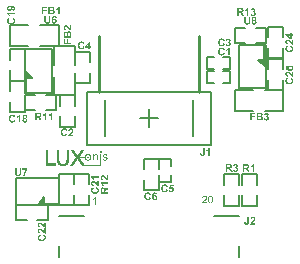
<source format=gto>
G04*
G04 #@! TF.GenerationSoftware,Altium Limited,Altium Designer,19.1.7 (138)*
G04*
G04 Layer_Color=65535*
%FSLAX25Y25*%
%MOIN*%
G70*
G01*
G75*
%ADD10C,0.00787*%
%ADD11C,0.00984*%
%ADD12C,0.00800*%
G36*
X38976Y15404D02*
X36663Y17717D01*
X38976D01*
Y15404D01*
D02*
G37*
G36*
X-39102Y11614D02*
X-41415D01*
Y13927D01*
X-39102Y11614D01*
D02*
G37*
G36*
X-16044Y-12820D02*
X-15987D01*
Y-12827D01*
X-15958D01*
Y-12834D01*
X-15936D01*
Y-12841D01*
X-15922D01*
Y-12848D01*
X-15908D01*
Y-12855D01*
X-15894D01*
Y-12862D01*
X-15887D01*
Y-12870D01*
X-15872D01*
Y-12877D01*
X-15865D01*
Y-12884D01*
X-15858D01*
Y-12891D01*
X-15851D01*
Y-12898D01*
X-15844D01*
Y-12905D01*
X-15836D01*
Y-12912D01*
X-15829D01*
Y-12920D01*
X-15822D01*
Y-12927D01*
X-15815D01*
Y-12934D01*
Y-12941D01*
X-15808D01*
Y-12948D01*
X-15801D01*
Y-12955D01*
Y-12962D01*
X-15794D01*
Y-12970D01*
Y-12977D01*
X-15787D01*
Y-12984D01*
Y-12991D01*
X-15779D01*
Y-12998D01*
Y-13005D01*
Y-13013D01*
X-15772D01*
Y-13020D01*
Y-13027D01*
Y-13034D01*
Y-13041D01*
X-15765D01*
Y-13048D01*
Y-13055D01*
Y-13062D01*
Y-13070D01*
Y-13077D01*
Y-13084D01*
Y-13091D01*
Y-13098D01*
Y-13105D01*
Y-13113D01*
Y-13120D01*
Y-13127D01*
Y-13134D01*
Y-13141D01*
Y-13148D01*
Y-13155D01*
Y-13162D01*
Y-13170D01*
Y-13177D01*
X-15772D01*
Y-13184D01*
Y-13191D01*
Y-13198D01*
Y-13205D01*
X-15779D01*
Y-13213D01*
Y-13220D01*
Y-13227D01*
X-15787D01*
Y-13234D01*
Y-13241D01*
X-15794D01*
Y-13248D01*
Y-13255D01*
X-15801D01*
Y-13262D01*
Y-13270D01*
X-15808D01*
Y-13277D01*
X-15815D01*
Y-13284D01*
Y-13291D01*
X-15822D01*
Y-13298D01*
X-15829D01*
Y-13305D01*
X-15836D01*
Y-13313D01*
X-15844D01*
Y-13320D01*
X-15851D01*
Y-13327D01*
X-15858D01*
Y-13334D01*
X-15865D01*
Y-13341D01*
X-15872D01*
Y-13348D01*
X-15887D01*
Y-13355D01*
X-15894D01*
Y-13363D01*
X-15908D01*
Y-13370D01*
X-15922D01*
Y-13377D01*
X-15936D01*
Y-13384D01*
X-15958D01*
Y-13391D01*
X-15987D01*
Y-13398D01*
X-16037D01*
Y-13405D01*
X-16086D01*
Y-13398D01*
X-16137D01*
Y-13391D01*
X-16165D01*
Y-13384D01*
X-16179D01*
Y-13377D01*
X-16201D01*
Y-13370D01*
X-16215D01*
Y-13363D01*
X-16222D01*
Y-13355D01*
X-16237D01*
Y-13348D01*
X-16244D01*
Y-13341D01*
X-16258D01*
Y-13334D01*
X-16265D01*
Y-13327D01*
X-16272D01*
Y-13320D01*
X-16279D01*
Y-13313D01*
X-16286D01*
Y-13305D01*
X-16294D01*
Y-13298D01*
X-16301D01*
Y-13291D01*
Y-13284D01*
X-16308D01*
Y-13277D01*
X-16315D01*
Y-13270D01*
Y-13262D01*
X-16322D01*
Y-13255D01*
Y-13248D01*
X-16329D01*
Y-13241D01*
Y-13234D01*
X-16337D01*
Y-13227D01*
Y-13220D01*
X-16344D01*
Y-13213D01*
Y-13205D01*
Y-13198D01*
X-16351D01*
Y-13191D01*
Y-13184D01*
Y-13177D01*
Y-13170D01*
Y-13162D01*
X-16358D01*
Y-13155D01*
Y-13148D01*
Y-13141D01*
Y-13134D01*
Y-13127D01*
Y-13120D01*
Y-13113D01*
Y-13105D01*
Y-13098D01*
Y-13091D01*
Y-13084D01*
Y-13077D01*
Y-13070D01*
Y-13062D01*
Y-13055D01*
X-16351D01*
Y-13048D01*
Y-13041D01*
Y-13034D01*
Y-13027D01*
Y-13020D01*
X-16344D01*
Y-13013D01*
Y-13005D01*
Y-12998D01*
X-16337D01*
Y-12991D01*
Y-12984D01*
X-16329D01*
Y-12977D01*
Y-12970D01*
X-16322D01*
Y-12962D01*
Y-12955D01*
X-16315D01*
Y-12948D01*
Y-12941D01*
X-16308D01*
Y-12934D01*
X-16301D01*
Y-12927D01*
Y-12920D01*
X-16294D01*
Y-12912D01*
X-16286D01*
Y-12905D01*
X-16279D01*
Y-12898D01*
X-16272D01*
Y-12891D01*
X-16265D01*
Y-12884D01*
X-16258D01*
Y-12877D01*
X-16244D01*
Y-12870D01*
X-16237D01*
Y-12862D01*
X-16222D01*
Y-12855D01*
X-16215D01*
Y-12848D01*
X-16201D01*
Y-12841D01*
X-16179D01*
Y-12834D01*
X-16158D01*
Y-12827D01*
X-16137D01*
Y-12820D01*
X-16079D01*
Y-12812D01*
X-16044D01*
Y-12820D01*
D02*
G37*
G36*
X-17637Y-13813D02*
X-17551D01*
Y-13820D01*
X-17508D01*
Y-13827D01*
X-17472D01*
Y-13834D01*
X-17444D01*
Y-13841D01*
X-17415D01*
Y-13848D01*
X-17394D01*
Y-13855D01*
X-17372D01*
Y-13862D01*
X-17351D01*
Y-13870D01*
X-17337D01*
Y-13877D01*
X-17322D01*
Y-13884D01*
X-17308D01*
Y-13891D01*
X-17294D01*
Y-13898D01*
X-17279D01*
Y-13905D01*
X-17265D01*
Y-13913D01*
X-17251D01*
Y-13920D01*
X-17244D01*
Y-13927D01*
X-17229D01*
Y-13934D01*
X-17222D01*
Y-13941D01*
X-17208D01*
Y-13948D01*
X-17201D01*
Y-13955D01*
X-17194D01*
Y-13962D01*
X-17179D01*
Y-13970D01*
X-17172D01*
Y-13977D01*
X-17165D01*
Y-13984D01*
X-17158D01*
Y-13991D01*
X-17151D01*
Y-13998D01*
X-17144D01*
Y-14005D01*
X-17137D01*
Y-14013D01*
X-17129D01*
Y-14020D01*
X-17122D01*
Y-14027D01*
X-17115D01*
Y-14034D01*
X-17108D01*
Y-14041D01*
X-17101D01*
Y-14048D01*
X-17094D01*
Y-14055D01*
X-17087D01*
Y-14062D01*
X-17079D01*
Y-14070D01*
Y-14077D01*
X-17072D01*
Y-14084D01*
X-17065D01*
Y-14091D01*
Y-14098D01*
X-17058D01*
Y-14105D01*
X-17051D01*
Y-14112D01*
Y-14120D01*
X-17044D01*
Y-14127D01*
X-17037D01*
Y-14134D01*
Y-14141D01*
X-17029D01*
Y-14148D01*
Y-14155D01*
X-17022D01*
Y-14163D01*
X-17015D01*
Y-14170D01*
Y-14177D01*
X-17008D01*
Y-14184D01*
Y-14191D01*
X-17001D01*
Y-14198D01*
Y-14205D01*
Y-14212D01*
X-16994D01*
Y-14220D01*
Y-14227D01*
X-16987D01*
Y-14234D01*
Y-14241D01*
X-16979D01*
Y-14248D01*
Y-14255D01*
Y-14263D01*
X-16972D01*
Y-14270D01*
Y-14277D01*
Y-14284D01*
X-16965D01*
Y-14291D01*
Y-14298D01*
Y-14305D01*
X-16958D01*
Y-14312D01*
Y-14320D01*
Y-14327D01*
Y-14334D01*
X-16951D01*
Y-14341D01*
Y-14348D01*
Y-14355D01*
Y-14363D01*
X-16944D01*
Y-14370D01*
Y-14377D01*
Y-14384D01*
Y-14391D01*
Y-14398D01*
X-16937D01*
Y-14405D01*
Y-14413D01*
Y-14420D01*
Y-14427D01*
X-16929D01*
Y-14434D01*
Y-14441D01*
Y-14448D01*
Y-14455D01*
Y-14463D01*
Y-14470D01*
Y-14477D01*
Y-14484D01*
X-16922D01*
Y-14491D01*
Y-14498D01*
Y-14505D01*
Y-14513D01*
Y-14520D01*
Y-14527D01*
Y-14534D01*
Y-14541D01*
Y-14548D01*
Y-14555D01*
Y-14563D01*
X-16915D01*
Y-14570D01*
Y-14577D01*
Y-14584D01*
Y-14591D01*
Y-14598D01*
Y-14605D01*
Y-14613D01*
Y-14620D01*
Y-14627D01*
Y-14634D01*
Y-14641D01*
Y-14648D01*
Y-14655D01*
Y-14663D01*
Y-14670D01*
Y-14677D01*
Y-14684D01*
Y-14691D01*
Y-14698D01*
Y-14705D01*
Y-14713D01*
Y-14720D01*
Y-14727D01*
Y-14734D01*
Y-14741D01*
Y-14748D01*
Y-14755D01*
Y-14763D01*
Y-14770D01*
Y-14777D01*
Y-14784D01*
Y-14791D01*
Y-14798D01*
Y-14805D01*
Y-14813D01*
Y-14820D01*
Y-14827D01*
Y-14834D01*
Y-14841D01*
Y-14848D01*
Y-14855D01*
Y-14863D01*
Y-14870D01*
Y-14877D01*
Y-14884D01*
Y-14891D01*
Y-14898D01*
Y-14906D01*
Y-14913D01*
Y-14920D01*
Y-14927D01*
Y-14934D01*
Y-14941D01*
Y-14948D01*
Y-14955D01*
Y-14963D01*
Y-14970D01*
Y-14977D01*
Y-14984D01*
Y-14991D01*
Y-14998D01*
Y-15006D01*
Y-15013D01*
Y-15020D01*
Y-15027D01*
Y-15034D01*
Y-15041D01*
Y-15048D01*
Y-15055D01*
Y-15063D01*
Y-15070D01*
Y-15077D01*
Y-15084D01*
Y-15091D01*
Y-15098D01*
Y-15105D01*
Y-15113D01*
Y-15120D01*
Y-15127D01*
Y-15134D01*
Y-15141D01*
Y-15148D01*
Y-15156D01*
Y-15163D01*
Y-15170D01*
Y-15177D01*
Y-15184D01*
Y-15191D01*
Y-15198D01*
Y-15205D01*
Y-15213D01*
Y-15220D01*
Y-15227D01*
Y-15234D01*
Y-15241D01*
Y-15248D01*
Y-15256D01*
Y-15263D01*
Y-15270D01*
Y-15277D01*
Y-15284D01*
Y-15291D01*
Y-15298D01*
Y-15305D01*
Y-15313D01*
Y-15320D01*
Y-15327D01*
Y-15334D01*
Y-15341D01*
Y-15348D01*
Y-15356D01*
Y-15363D01*
Y-15370D01*
Y-15377D01*
Y-15384D01*
Y-15391D01*
Y-15398D01*
Y-15405D01*
Y-15413D01*
Y-15420D01*
Y-15427D01*
Y-15434D01*
Y-15441D01*
Y-15448D01*
Y-15455D01*
Y-15463D01*
Y-15470D01*
Y-15477D01*
Y-15484D01*
Y-15491D01*
Y-15498D01*
Y-15506D01*
Y-15513D01*
Y-15520D01*
Y-15527D01*
Y-15534D01*
Y-15541D01*
Y-15548D01*
Y-15555D01*
Y-15563D01*
Y-15570D01*
Y-15577D01*
Y-15584D01*
Y-15591D01*
Y-15598D01*
Y-15606D01*
Y-15613D01*
Y-15620D01*
Y-15627D01*
Y-15634D01*
Y-15641D01*
Y-15648D01*
Y-15655D01*
Y-15663D01*
Y-15670D01*
Y-15677D01*
Y-15684D01*
Y-15691D01*
Y-15698D01*
Y-15706D01*
Y-15713D01*
Y-15720D01*
Y-15727D01*
Y-15734D01*
Y-15741D01*
Y-15748D01*
Y-15755D01*
Y-15763D01*
Y-15770D01*
Y-15777D01*
Y-15784D01*
Y-15791D01*
Y-15798D01*
Y-15805D01*
Y-15813D01*
Y-15820D01*
Y-15827D01*
Y-15834D01*
Y-15841D01*
Y-15848D01*
Y-15856D01*
Y-15863D01*
Y-15870D01*
Y-15877D01*
Y-15884D01*
Y-15891D01*
Y-15898D01*
Y-15905D01*
Y-15913D01*
Y-15920D01*
X-17258D01*
Y-15913D01*
Y-15905D01*
Y-15898D01*
Y-15891D01*
Y-15884D01*
Y-15877D01*
Y-15870D01*
Y-15863D01*
Y-15856D01*
Y-15848D01*
Y-15841D01*
Y-15834D01*
Y-15827D01*
Y-15820D01*
Y-15813D01*
Y-15805D01*
Y-15798D01*
Y-15791D01*
Y-15784D01*
Y-15777D01*
Y-15770D01*
Y-15763D01*
Y-15755D01*
Y-15748D01*
Y-15741D01*
Y-15734D01*
Y-15727D01*
Y-15720D01*
Y-15713D01*
Y-15706D01*
Y-15698D01*
Y-15691D01*
Y-15684D01*
Y-15677D01*
Y-15670D01*
Y-15663D01*
Y-15655D01*
Y-15648D01*
Y-15641D01*
Y-15634D01*
Y-15627D01*
Y-15620D01*
Y-15613D01*
Y-15606D01*
Y-15598D01*
Y-15591D01*
Y-15584D01*
Y-15577D01*
Y-15570D01*
Y-15563D01*
Y-15555D01*
Y-15548D01*
Y-15541D01*
Y-15534D01*
Y-15527D01*
Y-15520D01*
Y-15513D01*
Y-15506D01*
Y-15498D01*
Y-15491D01*
Y-15484D01*
Y-15477D01*
Y-15470D01*
Y-15463D01*
Y-15455D01*
Y-15448D01*
Y-15441D01*
Y-15434D01*
Y-15427D01*
Y-15420D01*
Y-15413D01*
Y-15405D01*
Y-15398D01*
Y-15391D01*
Y-15384D01*
Y-15377D01*
Y-15370D01*
Y-15363D01*
Y-15356D01*
Y-15348D01*
Y-15341D01*
Y-15334D01*
Y-15327D01*
Y-15320D01*
Y-15313D01*
Y-15305D01*
Y-15298D01*
Y-15291D01*
Y-15284D01*
Y-15277D01*
Y-15270D01*
Y-15263D01*
Y-15256D01*
Y-15248D01*
Y-15241D01*
Y-15234D01*
Y-15227D01*
Y-15220D01*
Y-15213D01*
Y-15205D01*
Y-15198D01*
Y-15191D01*
Y-15184D01*
Y-15177D01*
Y-15170D01*
Y-15163D01*
Y-15156D01*
Y-15148D01*
Y-15141D01*
Y-15134D01*
Y-15127D01*
Y-15120D01*
Y-15113D01*
Y-15105D01*
Y-15098D01*
Y-15091D01*
Y-15084D01*
Y-15077D01*
Y-15070D01*
Y-15063D01*
Y-15055D01*
Y-15048D01*
Y-15041D01*
Y-15034D01*
Y-15027D01*
Y-15020D01*
Y-15013D01*
Y-15006D01*
Y-14998D01*
Y-14991D01*
Y-14984D01*
Y-14977D01*
Y-14970D01*
Y-14963D01*
Y-14955D01*
Y-14948D01*
Y-14941D01*
Y-14934D01*
Y-14927D01*
Y-14920D01*
Y-14913D01*
Y-14906D01*
Y-14898D01*
Y-14891D01*
Y-14884D01*
Y-14877D01*
Y-14870D01*
Y-14863D01*
Y-14855D01*
Y-14848D01*
Y-14841D01*
Y-14834D01*
Y-14827D01*
Y-14820D01*
Y-14813D01*
Y-14805D01*
Y-14798D01*
Y-14791D01*
Y-14784D01*
Y-14777D01*
Y-14770D01*
Y-14763D01*
Y-14755D01*
Y-14748D01*
Y-14741D01*
Y-14734D01*
Y-14727D01*
Y-14720D01*
Y-14713D01*
Y-14705D01*
Y-14698D01*
Y-14691D01*
Y-14684D01*
Y-14677D01*
Y-14670D01*
Y-14663D01*
Y-14655D01*
Y-14648D01*
Y-14641D01*
Y-14634D01*
Y-14627D01*
Y-14620D01*
Y-14613D01*
Y-14605D01*
Y-14598D01*
Y-14591D01*
Y-14584D01*
Y-14577D01*
X-17265D01*
Y-14570D01*
Y-14563D01*
Y-14555D01*
Y-14548D01*
Y-14541D01*
Y-14534D01*
Y-14527D01*
X-17272D01*
Y-14520D01*
Y-14513D01*
Y-14505D01*
Y-14498D01*
Y-14491D01*
Y-14484D01*
X-17279D01*
Y-14477D01*
Y-14470D01*
Y-14463D01*
Y-14455D01*
X-17287D01*
Y-14448D01*
Y-14441D01*
Y-14434D01*
X-17294D01*
Y-14427D01*
Y-14420D01*
Y-14413D01*
X-17301D01*
Y-14405D01*
Y-14398D01*
Y-14391D01*
X-17308D01*
Y-14384D01*
Y-14377D01*
X-17315D01*
Y-14370D01*
Y-14363D01*
X-17322D01*
Y-14355D01*
Y-14348D01*
Y-14341D01*
X-17330D01*
Y-14334D01*
Y-14327D01*
X-17337D01*
Y-14320D01*
X-17344D01*
Y-14312D01*
Y-14305D01*
X-17351D01*
Y-14298D01*
X-17358D01*
Y-14291D01*
Y-14284D01*
X-17365D01*
Y-14277D01*
X-17372D01*
Y-14270D01*
Y-14263D01*
X-17379D01*
Y-14255D01*
X-17387D01*
Y-14248D01*
X-17394D01*
Y-14241D01*
X-17401D01*
Y-14234D01*
X-17408D01*
Y-14227D01*
X-17415D01*
Y-14220D01*
X-17422D01*
Y-14212D01*
X-17437D01*
Y-14205D01*
X-17444D01*
Y-14198D01*
X-17451D01*
Y-14191D01*
X-17465D01*
Y-14184D01*
X-17480D01*
Y-14177D01*
X-17487D01*
Y-14170D01*
X-17501D01*
Y-14163D01*
X-17522D01*
Y-14155D01*
X-17537D01*
Y-14148D01*
X-17558D01*
Y-14141D01*
X-17587D01*
Y-14134D01*
X-17622D01*
Y-14127D01*
X-17687D01*
Y-14120D01*
X-17779D01*
Y-14127D01*
X-17851D01*
Y-14134D01*
X-17887D01*
Y-14141D01*
X-17922D01*
Y-14148D01*
X-17944D01*
Y-14155D01*
X-17965D01*
Y-14163D01*
X-17987D01*
Y-14170D01*
X-18001D01*
Y-14177D01*
X-18022D01*
Y-14184D01*
X-18037D01*
Y-14191D01*
X-18051D01*
Y-14198D01*
X-18058D01*
Y-14205D01*
X-18072D01*
Y-14212D01*
X-18079D01*
Y-14220D01*
X-18094D01*
Y-14227D01*
X-18101D01*
Y-14234D01*
X-18115D01*
Y-14241D01*
X-18122D01*
Y-14248D01*
X-18129D01*
Y-14255D01*
X-18137D01*
Y-14263D01*
X-18151D01*
Y-14270D01*
X-18158D01*
Y-14277D01*
X-18165D01*
Y-14284D01*
X-18172D01*
Y-14291D01*
Y-14298D01*
X-18180D01*
Y-14305D01*
X-18187D01*
Y-14312D01*
X-18194D01*
Y-14320D01*
X-18201D01*
Y-14327D01*
X-18208D01*
Y-14334D01*
X-18215D01*
Y-14341D01*
Y-14348D01*
X-18222D01*
Y-14355D01*
X-18229D01*
Y-14363D01*
Y-14370D01*
X-18237D01*
Y-14377D01*
X-18244D01*
Y-14384D01*
Y-14391D01*
X-18251D01*
Y-14398D01*
Y-14405D01*
X-18258D01*
Y-14413D01*
X-18265D01*
Y-14420D01*
Y-14427D01*
X-18272D01*
Y-14434D01*
Y-14441D01*
X-18280D01*
Y-14448D01*
Y-14455D01*
X-18287D01*
Y-14463D01*
Y-14470D01*
Y-14477D01*
X-18294D01*
Y-14484D01*
Y-14491D01*
X-18301D01*
Y-14498D01*
Y-14505D01*
Y-14513D01*
X-18308D01*
Y-14520D01*
Y-14527D01*
Y-14534D01*
X-18315D01*
Y-14541D01*
Y-14548D01*
X-18322D01*
Y-14555D01*
Y-14563D01*
Y-14570D01*
Y-14577D01*
X-18329D01*
Y-14584D01*
Y-14591D01*
Y-14598D01*
Y-14605D01*
X-18337D01*
Y-14613D01*
Y-14620D01*
Y-14627D01*
Y-14634D01*
X-18344D01*
Y-14641D01*
Y-14648D01*
Y-14655D01*
Y-14663D01*
Y-14670D01*
X-18351D01*
Y-14677D01*
Y-14684D01*
Y-14691D01*
Y-14698D01*
Y-14705D01*
Y-14713D01*
X-18358D01*
Y-14720D01*
Y-14727D01*
Y-14734D01*
Y-14741D01*
Y-14748D01*
Y-14755D01*
Y-14763D01*
Y-14770D01*
Y-14777D01*
X-18365D01*
Y-14784D01*
Y-14791D01*
Y-14798D01*
Y-14805D01*
Y-14813D01*
Y-14820D01*
Y-14827D01*
Y-14834D01*
Y-14841D01*
Y-14848D01*
Y-14855D01*
Y-14863D01*
Y-14870D01*
Y-14877D01*
Y-14884D01*
Y-14891D01*
Y-14898D01*
Y-14906D01*
Y-14913D01*
Y-14920D01*
Y-14927D01*
Y-14934D01*
Y-14941D01*
Y-14948D01*
Y-14955D01*
Y-14963D01*
Y-14970D01*
Y-14977D01*
Y-14984D01*
Y-14991D01*
Y-14998D01*
Y-15006D01*
Y-15013D01*
Y-15020D01*
Y-15027D01*
Y-15034D01*
Y-15041D01*
Y-15048D01*
Y-15055D01*
Y-15063D01*
Y-15070D01*
Y-15077D01*
Y-15084D01*
Y-15091D01*
Y-15098D01*
Y-15105D01*
Y-15113D01*
Y-15120D01*
Y-15127D01*
Y-15134D01*
Y-15141D01*
Y-15148D01*
Y-15156D01*
Y-15163D01*
Y-15170D01*
Y-15177D01*
Y-15184D01*
Y-15191D01*
Y-15198D01*
Y-15205D01*
Y-15213D01*
Y-15220D01*
Y-15227D01*
Y-15234D01*
Y-15241D01*
Y-15248D01*
Y-15256D01*
Y-15263D01*
Y-15270D01*
Y-15277D01*
Y-15284D01*
Y-15291D01*
Y-15298D01*
Y-15305D01*
Y-15313D01*
Y-15320D01*
Y-15327D01*
Y-15334D01*
Y-15341D01*
Y-15348D01*
Y-15356D01*
Y-15363D01*
Y-15370D01*
Y-15377D01*
Y-15384D01*
Y-15391D01*
Y-15398D01*
Y-15405D01*
Y-15413D01*
Y-15420D01*
Y-15427D01*
Y-15434D01*
Y-15441D01*
Y-15448D01*
Y-15455D01*
Y-15463D01*
Y-15470D01*
Y-15477D01*
Y-15484D01*
Y-15491D01*
Y-15498D01*
Y-15506D01*
Y-15513D01*
Y-15520D01*
Y-15527D01*
Y-15534D01*
Y-15541D01*
Y-15548D01*
Y-15555D01*
Y-15563D01*
Y-15570D01*
Y-15577D01*
Y-15584D01*
Y-15591D01*
Y-15598D01*
Y-15606D01*
Y-15613D01*
Y-15620D01*
Y-15627D01*
Y-15634D01*
Y-15641D01*
Y-15648D01*
Y-15655D01*
Y-15663D01*
Y-15670D01*
Y-15677D01*
Y-15684D01*
Y-15691D01*
Y-15698D01*
Y-15706D01*
Y-15713D01*
Y-15720D01*
Y-15727D01*
Y-15734D01*
Y-15741D01*
Y-15748D01*
Y-15755D01*
Y-15763D01*
Y-15770D01*
Y-15777D01*
Y-15784D01*
Y-15791D01*
Y-15798D01*
Y-15805D01*
Y-15813D01*
Y-15820D01*
Y-15827D01*
Y-15834D01*
Y-15841D01*
Y-15848D01*
Y-15856D01*
Y-15863D01*
Y-15870D01*
Y-15877D01*
Y-15884D01*
Y-15891D01*
Y-15898D01*
Y-15905D01*
Y-15913D01*
Y-15920D01*
X-18708D01*
Y-15913D01*
Y-15905D01*
Y-15898D01*
Y-15891D01*
Y-15884D01*
Y-15877D01*
Y-15870D01*
Y-15863D01*
Y-15856D01*
Y-15848D01*
Y-15841D01*
Y-15834D01*
Y-15827D01*
Y-15820D01*
Y-15813D01*
Y-15805D01*
Y-15798D01*
Y-15791D01*
Y-15784D01*
Y-15777D01*
Y-15770D01*
Y-15763D01*
Y-15755D01*
Y-15748D01*
Y-15741D01*
Y-15734D01*
Y-15727D01*
Y-15720D01*
Y-15713D01*
Y-15706D01*
Y-15698D01*
Y-15691D01*
Y-15684D01*
Y-15677D01*
Y-15670D01*
Y-15663D01*
Y-15655D01*
Y-15648D01*
Y-15641D01*
Y-15634D01*
Y-15627D01*
Y-15620D01*
Y-15613D01*
Y-15606D01*
Y-15598D01*
Y-15591D01*
Y-15584D01*
Y-15577D01*
Y-15570D01*
Y-15563D01*
Y-15555D01*
Y-15548D01*
Y-15541D01*
Y-15534D01*
Y-15527D01*
Y-15520D01*
Y-15513D01*
Y-15506D01*
Y-15498D01*
Y-15491D01*
Y-15484D01*
Y-15477D01*
Y-15470D01*
Y-15463D01*
Y-15455D01*
Y-15448D01*
Y-15441D01*
Y-15434D01*
Y-15427D01*
Y-15420D01*
Y-15413D01*
Y-15405D01*
Y-15398D01*
Y-15391D01*
Y-15384D01*
Y-15377D01*
Y-15370D01*
Y-15363D01*
Y-15356D01*
Y-15348D01*
Y-15341D01*
Y-15334D01*
Y-15327D01*
Y-15320D01*
Y-15313D01*
Y-15305D01*
Y-15298D01*
Y-15291D01*
Y-15284D01*
Y-15277D01*
Y-15270D01*
Y-15263D01*
Y-15256D01*
Y-15248D01*
Y-15241D01*
Y-15234D01*
Y-15227D01*
Y-15220D01*
Y-15213D01*
Y-15205D01*
Y-15198D01*
Y-15191D01*
Y-15184D01*
Y-15177D01*
Y-15170D01*
Y-15163D01*
Y-15156D01*
Y-15148D01*
Y-15141D01*
Y-15134D01*
Y-15127D01*
Y-15120D01*
Y-15113D01*
Y-15105D01*
Y-15098D01*
Y-15091D01*
Y-15084D01*
Y-15077D01*
Y-15070D01*
Y-15063D01*
Y-15055D01*
Y-15048D01*
Y-15041D01*
Y-15034D01*
Y-15027D01*
Y-15020D01*
Y-15013D01*
Y-15006D01*
Y-14998D01*
Y-14991D01*
Y-14984D01*
Y-14977D01*
Y-14970D01*
Y-14963D01*
Y-14955D01*
Y-14948D01*
Y-14941D01*
Y-14934D01*
Y-14927D01*
Y-14920D01*
Y-14913D01*
Y-14906D01*
Y-14898D01*
Y-14891D01*
Y-14884D01*
Y-14877D01*
Y-14870D01*
Y-14863D01*
Y-14855D01*
Y-14848D01*
Y-14841D01*
Y-14834D01*
Y-14827D01*
Y-14820D01*
Y-14813D01*
Y-14805D01*
Y-14798D01*
Y-14791D01*
Y-14784D01*
Y-14777D01*
Y-14770D01*
Y-14763D01*
Y-14755D01*
Y-14748D01*
Y-14741D01*
Y-14734D01*
Y-14727D01*
Y-14720D01*
Y-14713D01*
Y-14705D01*
Y-14698D01*
Y-14691D01*
Y-14684D01*
Y-14677D01*
Y-14670D01*
Y-14663D01*
Y-14655D01*
Y-14648D01*
Y-14641D01*
Y-14634D01*
Y-14627D01*
Y-14620D01*
Y-14613D01*
Y-14605D01*
Y-14598D01*
Y-14591D01*
Y-14584D01*
Y-14577D01*
Y-14570D01*
Y-14563D01*
Y-14555D01*
Y-14548D01*
Y-14541D01*
Y-14534D01*
Y-14527D01*
Y-14520D01*
Y-14513D01*
Y-14505D01*
Y-14498D01*
Y-14491D01*
Y-14484D01*
Y-14477D01*
Y-14470D01*
Y-14463D01*
Y-14455D01*
Y-14448D01*
Y-14441D01*
Y-14434D01*
Y-14427D01*
Y-14420D01*
Y-14413D01*
Y-14405D01*
Y-14398D01*
Y-14391D01*
Y-14384D01*
Y-14377D01*
Y-14370D01*
Y-14363D01*
Y-14355D01*
Y-14348D01*
Y-14341D01*
Y-14334D01*
Y-14327D01*
Y-14320D01*
Y-14312D01*
Y-14305D01*
Y-14298D01*
Y-14291D01*
Y-14284D01*
Y-14277D01*
Y-14270D01*
Y-14263D01*
Y-14255D01*
Y-14248D01*
Y-14241D01*
Y-14234D01*
Y-14227D01*
Y-14220D01*
Y-14212D01*
Y-14205D01*
X-18715D01*
Y-14198D01*
Y-14191D01*
Y-14184D01*
Y-14177D01*
Y-14170D01*
Y-14163D01*
Y-14155D01*
Y-14148D01*
Y-14141D01*
Y-14134D01*
Y-14127D01*
Y-14120D01*
Y-14112D01*
Y-14105D01*
Y-14098D01*
Y-14091D01*
Y-14084D01*
Y-14077D01*
Y-14070D01*
Y-14062D01*
X-18722D01*
Y-14055D01*
Y-14048D01*
Y-14041D01*
Y-14034D01*
Y-14027D01*
Y-14020D01*
Y-14013D01*
Y-14005D01*
Y-13998D01*
Y-13991D01*
Y-13984D01*
Y-13977D01*
Y-13970D01*
Y-13962D01*
Y-13955D01*
Y-13948D01*
Y-13941D01*
Y-13934D01*
Y-13927D01*
Y-13920D01*
Y-13913D01*
X-18730D01*
Y-13905D01*
Y-13898D01*
Y-13891D01*
Y-13884D01*
Y-13877D01*
Y-13870D01*
Y-13862D01*
X-18401D01*
Y-13870D01*
Y-13877D01*
Y-13884D01*
Y-13891D01*
Y-13898D01*
Y-13905D01*
Y-13913D01*
Y-13920D01*
Y-13927D01*
Y-13934D01*
Y-13941D01*
Y-13948D01*
Y-13955D01*
Y-13962D01*
Y-13970D01*
Y-13977D01*
Y-13984D01*
Y-13991D01*
Y-13998D01*
Y-14005D01*
Y-14013D01*
Y-14020D01*
Y-14027D01*
Y-14034D01*
Y-14041D01*
Y-14048D01*
Y-14055D01*
Y-14062D01*
X-18394D01*
Y-14070D01*
Y-14077D01*
Y-14084D01*
Y-14091D01*
Y-14098D01*
Y-14105D01*
Y-14112D01*
Y-14120D01*
Y-14127D01*
Y-14134D01*
Y-14141D01*
Y-14148D01*
Y-14155D01*
Y-14163D01*
Y-14170D01*
Y-14177D01*
Y-14184D01*
Y-14191D01*
Y-14198D01*
X-18380D01*
Y-14191D01*
Y-14184D01*
X-18372D01*
Y-14177D01*
Y-14170D01*
X-18365D01*
Y-14163D01*
Y-14155D01*
X-18358D01*
Y-14148D01*
X-18351D01*
Y-14141D01*
Y-14134D01*
X-18344D01*
Y-14127D01*
X-18337D01*
Y-14120D01*
Y-14112D01*
X-18329D01*
Y-14105D01*
X-18322D01*
Y-14098D01*
Y-14091D01*
X-18315D01*
Y-14084D01*
X-18308D01*
Y-14077D01*
X-18301D01*
Y-14070D01*
X-18294D01*
Y-14062D01*
X-18287D01*
Y-14055D01*
Y-14048D01*
X-18280D01*
Y-14041D01*
X-18272D01*
Y-14034D01*
X-18265D01*
Y-14027D01*
X-18258D01*
Y-14020D01*
X-18251D01*
Y-14013D01*
X-18244D01*
Y-14005D01*
X-18229D01*
Y-13998D01*
X-18222D01*
Y-13991D01*
X-18215D01*
Y-13984D01*
X-18208D01*
Y-13977D01*
X-18201D01*
Y-13970D01*
X-18187D01*
Y-13962D01*
X-18180D01*
Y-13955D01*
X-18165D01*
Y-13948D01*
X-18158D01*
Y-13941D01*
X-18151D01*
Y-13934D01*
X-18137D01*
Y-13927D01*
X-18122D01*
Y-13920D01*
X-18115D01*
Y-13913D01*
X-18101D01*
Y-13905D01*
X-18087D01*
Y-13898D01*
X-18072D01*
Y-13891D01*
X-18058D01*
Y-13884D01*
X-18044D01*
Y-13877D01*
X-18030D01*
Y-13870D01*
X-18008D01*
Y-13862D01*
X-17994D01*
Y-13855D01*
X-17972D01*
Y-13848D01*
X-17951D01*
Y-13841D01*
X-17922D01*
Y-13834D01*
X-17901D01*
Y-13827D01*
X-17865D01*
Y-13820D01*
X-17822D01*
Y-13813D01*
X-17751D01*
Y-13805D01*
X-17637D01*
Y-13813D01*
D02*
G37*
G36*
X-21437Y-12334D02*
X-21444D01*
Y-12341D01*
X-21451D01*
Y-12348D01*
Y-12355D01*
X-21458D01*
Y-12362D01*
X-21465D01*
Y-12370D01*
Y-12377D01*
X-21473D01*
Y-12384D01*
X-21480D01*
Y-12391D01*
X-21487D01*
Y-12398D01*
Y-12405D01*
X-21494D01*
Y-12412D01*
X-21501D01*
Y-12420D01*
Y-12427D01*
X-21508D01*
Y-12434D01*
X-21516D01*
Y-12441D01*
X-21523D01*
Y-12448D01*
Y-12455D01*
X-21530D01*
Y-12462D01*
X-21537D01*
Y-12470D01*
Y-12477D01*
X-21544D01*
Y-12484D01*
X-21551D01*
Y-12491D01*
X-21558D01*
Y-12498D01*
Y-12505D01*
X-21565D01*
Y-12512D01*
X-21573D01*
Y-12519D01*
Y-12527D01*
X-21580D01*
Y-12534D01*
X-21587D01*
Y-12541D01*
X-21594D01*
Y-12548D01*
Y-12555D01*
X-21601D01*
Y-12562D01*
X-21608D01*
Y-12570D01*
Y-12577D01*
X-21615D01*
Y-12584D01*
X-21623D01*
Y-12591D01*
Y-12598D01*
X-21630D01*
Y-12605D01*
X-21637D01*
Y-12612D01*
X-21644D01*
Y-12620D01*
Y-12627D01*
X-21651D01*
Y-12634D01*
X-21658D01*
Y-12641D01*
Y-12648D01*
X-21666D01*
Y-12655D01*
X-21673D01*
Y-12662D01*
X-21680D01*
Y-12670D01*
Y-12677D01*
X-21687D01*
Y-12684D01*
X-21694D01*
Y-12691D01*
Y-12698D01*
X-21701D01*
Y-12705D01*
X-21708D01*
Y-12712D01*
X-21715D01*
Y-12720D01*
Y-12727D01*
X-21723D01*
Y-12734D01*
X-21730D01*
Y-12741D01*
Y-12748D01*
X-21737D01*
Y-12755D01*
X-21744D01*
Y-12762D01*
X-21751D01*
Y-12770D01*
Y-12777D01*
X-21758D01*
Y-12784D01*
X-21766D01*
Y-12791D01*
Y-12798D01*
X-21773D01*
Y-12805D01*
X-21780D01*
Y-12812D01*
Y-12820D01*
X-21787D01*
Y-12827D01*
X-21794D01*
Y-12834D01*
X-21801D01*
Y-12841D01*
Y-12848D01*
X-21808D01*
Y-12855D01*
X-21815D01*
Y-12862D01*
Y-12870D01*
X-21823D01*
Y-12877D01*
X-21830D01*
Y-12884D01*
X-21837D01*
Y-12891D01*
Y-12898D01*
X-21844D01*
Y-12905D01*
X-21851D01*
Y-12912D01*
Y-12920D01*
X-21858D01*
Y-12927D01*
X-21866D01*
Y-12934D01*
X-21873D01*
Y-12941D01*
Y-12948D01*
X-21880D01*
Y-12955D01*
X-21887D01*
Y-12962D01*
Y-12970D01*
X-21894D01*
Y-12977D01*
X-21901D01*
Y-12984D01*
X-21908D01*
Y-12991D01*
Y-12998D01*
X-21915D01*
Y-13005D01*
X-21923D01*
Y-13013D01*
Y-13020D01*
X-21930D01*
Y-13027D01*
X-21937D01*
Y-13034D01*
X-21944D01*
Y-13041D01*
Y-13048D01*
X-21951D01*
Y-13055D01*
X-21958D01*
Y-13062D01*
Y-13070D01*
X-21966D01*
Y-13077D01*
X-21973D01*
Y-13084D01*
Y-13091D01*
X-21980D01*
Y-13098D01*
X-21987D01*
Y-13105D01*
X-21994D01*
Y-13113D01*
Y-13120D01*
X-22001D01*
Y-13127D01*
X-22008D01*
Y-13134D01*
Y-13141D01*
X-22016D01*
Y-13148D01*
X-22023D01*
Y-13155D01*
X-22030D01*
Y-13162D01*
Y-13170D01*
X-22037D01*
Y-13177D01*
X-22044D01*
Y-13184D01*
Y-13191D01*
X-22051D01*
Y-13198D01*
X-22058D01*
Y-13205D01*
X-22066D01*
Y-13213D01*
Y-13220D01*
X-22073D01*
Y-13227D01*
X-22080D01*
Y-13234D01*
Y-13241D01*
X-22087D01*
Y-13248D01*
X-22094D01*
Y-13255D01*
X-22101D01*
Y-13262D01*
Y-13270D01*
X-22108D01*
Y-13277D01*
X-22116D01*
Y-13284D01*
Y-13291D01*
X-22123D01*
Y-13298D01*
X-22130D01*
Y-13305D01*
X-22137D01*
Y-13313D01*
Y-13320D01*
X-22144D01*
Y-13327D01*
X-22151D01*
Y-13334D01*
Y-13341D01*
X-22158D01*
Y-13348D01*
X-22166D01*
Y-13355D01*
Y-13363D01*
X-22173D01*
Y-13370D01*
X-22180D01*
Y-13377D01*
X-22187D01*
Y-13384D01*
Y-13391D01*
X-22194D01*
Y-13398D01*
X-22201D01*
Y-13405D01*
Y-13412D01*
X-22208D01*
Y-13420D01*
X-22216D01*
Y-13427D01*
X-22223D01*
Y-13434D01*
Y-13441D01*
X-22230D01*
Y-13448D01*
X-22237D01*
Y-13455D01*
Y-13463D01*
X-22244D01*
Y-13470D01*
X-22251D01*
Y-13477D01*
X-22258D01*
Y-13484D01*
Y-13491D01*
X-22266D01*
Y-13498D01*
X-22273D01*
Y-13505D01*
Y-13512D01*
X-22280D01*
Y-13520D01*
X-22287D01*
Y-13527D01*
X-22294D01*
Y-13534D01*
Y-13541D01*
X-22301D01*
Y-13548D01*
X-22308D01*
Y-13555D01*
Y-13563D01*
X-22316D01*
Y-13570D01*
X-22323D01*
Y-13577D01*
X-22330D01*
Y-13584D01*
Y-13591D01*
X-22337D01*
Y-13598D01*
X-22344D01*
Y-13605D01*
Y-13612D01*
X-22351D01*
Y-13620D01*
X-22358D01*
Y-13627D01*
Y-13634D01*
X-22366D01*
Y-13641D01*
X-22373D01*
Y-13648D01*
X-22380D01*
Y-13655D01*
Y-13663D01*
X-22387D01*
Y-13670D01*
X-22394D01*
Y-13677D01*
Y-13684D01*
X-22401D01*
Y-13691D01*
X-22408D01*
Y-13698D01*
X-22416D01*
Y-13705D01*
Y-13713D01*
X-22423D01*
Y-13720D01*
X-22430D01*
Y-13727D01*
Y-13734D01*
X-22437D01*
Y-13741D01*
X-22444D01*
Y-13748D01*
X-22451D01*
Y-13755D01*
Y-13762D01*
X-22458D01*
Y-13770D01*
X-22466D01*
Y-13777D01*
Y-13784D01*
X-22473D01*
Y-13791D01*
X-22480D01*
Y-13798D01*
X-22487D01*
Y-13805D01*
Y-13813D01*
X-22494D01*
Y-13820D01*
X-22501D01*
Y-13827D01*
Y-13834D01*
X-22508D01*
Y-13841D01*
X-22516D01*
Y-13848D01*
Y-13855D01*
X-22523D01*
Y-13862D01*
X-22530D01*
Y-13870D01*
X-22537D01*
Y-13877D01*
Y-13884D01*
X-22544D01*
Y-13891D01*
X-22551D01*
Y-13898D01*
Y-13905D01*
X-22558D01*
Y-13913D01*
X-22566D01*
Y-13920D01*
X-22573D01*
Y-13927D01*
Y-13934D01*
X-22580D01*
Y-13941D01*
X-22587D01*
Y-13948D01*
Y-13955D01*
X-22594D01*
Y-13962D01*
X-22601D01*
Y-13970D01*
X-22609D01*
Y-13977D01*
Y-13984D01*
X-22616D01*
Y-13991D01*
X-22623D01*
Y-13998D01*
Y-14005D01*
X-22630D01*
Y-14013D01*
X-22637D01*
Y-14020D01*
X-22644D01*
Y-14027D01*
Y-14034D01*
X-22651D01*
Y-14041D01*
X-22659D01*
Y-14048D01*
Y-14055D01*
X-22666D01*
Y-14062D01*
X-22673D01*
Y-14070D01*
X-22680D01*
Y-14077D01*
Y-14084D01*
X-22687D01*
Y-14091D01*
X-22694D01*
Y-14098D01*
Y-14105D01*
X-22701D01*
Y-14112D01*
X-22708D01*
Y-14120D01*
Y-14127D01*
X-22716D01*
Y-14134D01*
X-22723D01*
Y-14141D01*
X-22730D01*
Y-14148D01*
Y-14155D01*
X-22737D01*
Y-14163D01*
X-22744D01*
Y-14170D01*
Y-14177D01*
X-22751D01*
Y-14184D01*
X-22759D01*
Y-14191D01*
X-22766D01*
Y-14198D01*
Y-14205D01*
X-22773D01*
Y-14212D01*
X-22780D01*
Y-14220D01*
Y-14227D01*
X-22787D01*
Y-14234D01*
X-22794D01*
Y-14241D01*
X-22801D01*
Y-14248D01*
Y-14255D01*
X-22808D01*
Y-14263D01*
X-22816D01*
Y-14270D01*
Y-14277D01*
X-22823D01*
Y-14284D01*
X-22830D01*
Y-14291D01*
X-22837D01*
Y-14298D01*
Y-14305D01*
X-22844D01*
Y-14312D01*
X-22851D01*
Y-14320D01*
Y-14327D01*
X-22859D01*
Y-14334D01*
X-22866D01*
Y-14341D01*
X-22873D01*
Y-14348D01*
Y-14355D01*
X-22880D01*
Y-14363D01*
X-22887D01*
Y-14370D01*
Y-14377D01*
X-22894D01*
Y-14384D01*
X-22901D01*
Y-14391D01*
Y-14398D01*
X-22908D01*
Y-14405D01*
X-22916D01*
Y-14413D01*
X-22923D01*
Y-14420D01*
Y-14427D01*
X-22930D01*
Y-14434D01*
X-22937D01*
Y-14441D01*
Y-14448D01*
X-22944D01*
Y-14455D01*
X-22951D01*
Y-14463D01*
X-22959D01*
Y-14470D01*
Y-14477D01*
X-22966D01*
Y-14484D01*
X-22973D01*
Y-14491D01*
Y-14498D01*
X-22980D01*
Y-14505D01*
X-22987D01*
Y-14513D01*
X-22994D01*
Y-14520D01*
Y-14527D01*
X-23001D01*
Y-14534D01*
X-23009D01*
Y-14541D01*
Y-14548D01*
X-23016D01*
Y-14555D01*
X-23023D01*
Y-14563D01*
X-23030D01*
Y-14570D01*
Y-14577D01*
X-23037D01*
Y-14584D01*
X-23044D01*
Y-14591D01*
Y-14598D01*
X-23051D01*
Y-14605D01*
X-23058D01*
Y-14613D01*
Y-14620D01*
X-23066D01*
Y-14627D01*
X-23073D01*
Y-14634D01*
X-23080D01*
Y-14641D01*
Y-14648D01*
X-23087D01*
Y-14655D01*
X-23094D01*
Y-14663D01*
Y-14670D01*
X-23101D01*
Y-14677D01*
X-23109D01*
Y-14684D01*
X-23116D01*
Y-14691D01*
Y-14698D01*
X-23123D01*
Y-14705D01*
X-23130D01*
Y-14713D01*
Y-14720D01*
X-21430D01*
Y-14713D01*
Y-14705D01*
Y-14698D01*
Y-14691D01*
X-21423D01*
Y-14684D01*
Y-14677D01*
Y-14670D01*
Y-14663D01*
Y-14655D01*
X-21416D01*
Y-14648D01*
Y-14641D01*
Y-14634D01*
Y-14627D01*
Y-14620D01*
X-21408D01*
Y-14613D01*
Y-14605D01*
Y-14598D01*
Y-14591D01*
X-21401D01*
Y-14584D01*
Y-14577D01*
Y-14570D01*
Y-14563D01*
X-21394D01*
Y-14555D01*
Y-14548D01*
Y-14541D01*
Y-14534D01*
X-21387D01*
Y-14527D01*
Y-14520D01*
Y-14513D01*
X-21380D01*
Y-14505D01*
Y-14498D01*
Y-14491D01*
X-21373D01*
Y-14484D01*
Y-14477D01*
X-21365D01*
Y-14470D01*
Y-14463D01*
Y-14455D01*
X-21358D01*
Y-14448D01*
Y-14441D01*
X-21351D01*
Y-14434D01*
Y-14427D01*
X-21344D01*
Y-14420D01*
Y-14413D01*
Y-14405D01*
X-21337D01*
Y-14398D01*
Y-14391D01*
X-21330D01*
Y-14384D01*
Y-14377D01*
X-21323D01*
Y-14370D01*
Y-14363D01*
X-21316D01*
Y-14355D01*
X-21308D01*
Y-14348D01*
Y-14341D01*
X-21301D01*
Y-14334D01*
Y-14327D01*
X-21294D01*
Y-14320D01*
Y-14312D01*
X-21287D01*
Y-14305D01*
Y-14298D01*
X-21280D01*
Y-14291D01*
X-21273D01*
Y-14284D01*
Y-14277D01*
X-21265D01*
Y-14270D01*
X-21258D01*
Y-14263D01*
Y-14255D01*
X-21251D01*
Y-14248D01*
X-21244D01*
Y-14241D01*
Y-14234D01*
X-21237D01*
Y-14227D01*
X-21230D01*
Y-14220D01*
X-21223D01*
Y-14212D01*
Y-14205D01*
X-21215D01*
Y-14198D01*
X-21208D01*
Y-14191D01*
X-21201D01*
Y-14184D01*
X-21194D01*
Y-14177D01*
X-21187D01*
Y-14170D01*
Y-14163D01*
X-21180D01*
Y-14155D01*
X-21173D01*
Y-14148D01*
X-21166D01*
Y-14141D01*
X-21158D01*
Y-14134D01*
X-21151D01*
Y-14127D01*
X-21144D01*
Y-14120D01*
X-21137D01*
Y-14112D01*
X-21130D01*
Y-14105D01*
X-21123D01*
Y-14098D01*
X-21115D01*
Y-14091D01*
X-21108D01*
Y-14084D01*
X-21101D01*
Y-14077D01*
X-21094D01*
Y-14070D01*
X-21087D01*
Y-14062D01*
X-21073D01*
Y-14055D01*
X-21066D01*
Y-14048D01*
X-21058D01*
Y-14041D01*
X-21051D01*
Y-14034D01*
X-21037D01*
Y-14027D01*
X-21030D01*
Y-14020D01*
X-21023D01*
Y-14013D01*
X-21015D01*
Y-14005D01*
X-21001D01*
Y-13998D01*
X-20987D01*
Y-13991D01*
X-20980D01*
Y-13984D01*
X-20966D01*
Y-13977D01*
X-20958D01*
Y-13970D01*
X-20944D01*
Y-13962D01*
X-20937D01*
Y-13955D01*
X-20923D01*
Y-13948D01*
X-20908D01*
Y-13941D01*
X-20894D01*
Y-13934D01*
X-20880D01*
Y-13927D01*
X-20865D01*
Y-13920D01*
X-20851D01*
Y-13913D01*
X-20837D01*
Y-13905D01*
X-20823D01*
Y-13898D01*
X-20801D01*
Y-13891D01*
X-20787D01*
Y-13884D01*
X-20765D01*
Y-13877D01*
X-20744D01*
Y-13870D01*
X-20723D01*
Y-13862D01*
X-20701D01*
Y-13855D01*
X-20680D01*
Y-13848D01*
X-20651D01*
Y-13841D01*
X-20623D01*
Y-13834D01*
X-20587D01*
Y-13827D01*
X-20544D01*
Y-13820D01*
X-20494D01*
Y-13813D01*
X-20408D01*
Y-13805D01*
X-20273D01*
Y-13813D01*
X-20194D01*
Y-13820D01*
X-20144D01*
Y-13827D01*
X-20101D01*
Y-13834D01*
X-20058D01*
Y-13841D01*
X-20037D01*
Y-13848D01*
X-20008D01*
Y-13855D01*
X-19980D01*
Y-13862D01*
X-19958D01*
Y-13870D01*
X-19937D01*
Y-13877D01*
X-19922D01*
Y-13884D01*
X-19901D01*
Y-13891D01*
X-19880D01*
Y-13898D01*
X-19865D01*
Y-13905D01*
X-19851D01*
Y-13913D01*
X-19837D01*
Y-13920D01*
X-19823D01*
Y-13927D01*
X-19808D01*
Y-13934D01*
X-19794D01*
Y-13941D01*
X-19780D01*
Y-13948D01*
X-19765D01*
Y-13955D01*
X-19751D01*
Y-13962D01*
X-19744D01*
Y-13970D01*
X-19730D01*
Y-13977D01*
X-19715D01*
Y-13984D01*
X-19708D01*
Y-13991D01*
X-19694D01*
Y-13998D01*
X-19687D01*
Y-14005D01*
X-19672D01*
Y-14013D01*
X-19665D01*
Y-14020D01*
X-19658D01*
Y-14027D01*
X-19644D01*
Y-14034D01*
X-19637D01*
Y-14041D01*
X-19630D01*
Y-14048D01*
X-19623D01*
Y-14055D01*
X-19608D01*
Y-14062D01*
X-19601D01*
Y-14070D01*
X-19594D01*
Y-14077D01*
X-19587D01*
Y-14084D01*
X-19580D01*
Y-14091D01*
X-19572D01*
Y-14098D01*
X-19565D01*
Y-14105D01*
X-19558D01*
Y-14112D01*
X-19551D01*
Y-14120D01*
X-19544D01*
Y-14127D01*
X-19537D01*
Y-14134D01*
X-19530D01*
Y-14141D01*
X-19523D01*
Y-14148D01*
X-19515D01*
Y-14155D01*
X-19508D01*
Y-14163D01*
X-19501D01*
Y-14170D01*
X-19494D01*
Y-14177D01*
Y-14184D01*
X-19487D01*
Y-14191D01*
X-19480D01*
Y-14198D01*
X-19473D01*
Y-14205D01*
X-19465D01*
Y-14212D01*
X-19458D01*
Y-14220D01*
Y-14227D01*
X-19451D01*
Y-14234D01*
X-19444D01*
Y-14241D01*
Y-14248D01*
X-19437D01*
Y-14255D01*
X-19430D01*
Y-14263D01*
Y-14270D01*
X-19422D01*
Y-14277D01*
X-19415D01*
Y-14284D01*
Y-14291D01*
X-19408D01*
Y-14298D01*
X-19401D01*
Y-14305D01*
Y-14312D01*
X-19394D01*
Y-14320D01*
X-19387D01*
Y-14327D01*
Y-14334D01*
X-19380D01*
Y-14341D01*
Y-14348D01*
X-19373D01*
Y-14355D01*
Y-14363D01*
X-19365D01*
Y-14370D01*
Y-14377D01*
X-19358D01*
Y-14384D01*
Y-14391D01*
X-19351D01*
Y-14398D01*
Y-14405D01*
X-19344D01*
Y-14413D01*
Y-14420D01*
X-19337D01*
Y-14427D01*
Y-14434D01*
X-19330D01*
Y-14441D01*
Y-14448D01*
Y-14455D01*
X-19322D01*
Y-14463D01*
Y-14470D01*
X-19315D01*
Y-14477D01*
Y-14484D01*
Y-14491D01*
X-19308D01*
Y-14498D01*
Y-14505D01*
X-19301D01*
Y-14513D01*
Y-14520D01*
Y-14527D01*
X-19294D01*
Y-14534D01*
Y-14541D01*
Y-14548D01*
Y-14555D01*
X-19287D01*
Y-14563D01*
Y-14570D01*
Y-14577D01*
X-19280D01*
Y-14584D01*
Y-14591D01*
Y-14598D01*
Y-14605D01*
X-19273D01*
Y-14613D01*
Y-14620D01*
Y-14627D01*
Y-14634D01*
Y-14641D01*
X-19265D01*
Y-14648D01*
Y-14655D01*
Y-14663D01*
Y-14670D01*
Y-14677D01*
X-19258D01*
Y-14684D01*
Y-14691D01*
Y-14698D01*
Y-14705D01*
Y-14713D01*
Y-14720D01*
Y-14727D01*
X-19251D01*
Y-14734D01*
Y-14741D01*
Y-14748D01*
Y-14755D01*
Y-14763D01*
Y-14770D01*
Y-14777D01*
Y-14784D01*
Y-14791D01*
Y-14798D01*
X-19244D01*
Y-14805D01*
Y-14813D01*
Y-14820D01*
Y-14827D01*
Y-14834D01*
Y-14841D01*
Y-14848D01*
Y-14855D01*
Y-14863D01*
Y-14870D01*
Y-14877D01*
Y-14884D01*
Y-14891D01*
Y-14898D01*
Y-14906D01*
Y-14913D01*
Y-14920D01*
Y-14927D01*
Y-14934D01*
Y-14941D01*
Y-14948D01*
Y-14955D01*
Y-14963D01*
Y-14970D01*
Y-14977D01*
X-19251D01*
Y-14984D01*
Y-14991D01*
Y-14998D01*
Y-15006D01*
Y-15013D01*
Y-15020D01*
Y-15027D01*
Y-15034D01*
Y-15041D01*
Y-15048D01*
Y-15055D01*
X-19258D01*
Y-15063D01*
Y-15070D01*
Y-15077D01*
Y-15084D01*
Y-15091D01*
Y-15098D01*
X-19265D01*
Y-15105D01*
Y-15113D01*
Y-15120D01*
Y-15127D01*
Y-15134D01*
Y-15141D01*
X-19273D01*
Y-15148D01*
Y-15156D01*
Y-15163D01*
Y-15170D01*
X-19280D01*
Y-15177D01*
Y-15184D01*
Y-15191D01*
Y-15198D01*
X-19287D01*
Y-15205D01*
Y-15213D01*
Y-15220D01*
Y-15227D01*
X-19294D01*
Y-15234D01*
Y-15241D01*
Y-15248D01*
X-19301D01*
Y-15256D01*
Y-15263D01*
Y-15270D01*
X-19308D01*
Y-15277D01*
Y-15284D01*
Y-15291D01*
X-19315D01*
Y-15298D01*
Y-15305D01*
X-19322D01*
Y-15313D01*
Y-15320D01*
Y-15327D01*
X-19330D01*
Y-15334D01*
Y-15341D01*
X-19337D01*
Y-15348D01*
Y-15356D01*
X-19344D01*
Y-15363D01*
Y-15370D01*
Y-15377D01*
X-19351D01*
Y-15384D01*
Y-15391D01*
X-19358D01*
Y-15398D01*
X-19365D01*
Y-15405D01*
Y-15413D01*
X-19373D01*
Y-15420D01*
Y-15427D01*
X-19380D01*
Y-15434D01*
Y-15441D01*
X-19387D01*
Y-15448D01*
Y-15455D01*
X-19394D01*
Y-15463D01*
Y-15470D01*
X-19401D01*
Y-15477D01*
X-19408D01*
Y-15484D01*
Y-15491D01*
X-19415D01*
Y-15498D01*
X-19422D01*
Y-15506D01*
Y-15513D01*
X-19430D01*
Y-15520D01*
X-19437D01*
Y-15527D01*
Y-15534D01*
X-19444D01*
Y-15541D01*
X-19451D01*
Y-15548D01*
Y-15555D01*
X-19458D01*
Y-15563D01*
X-19465D01*
Y-15570D01*
X-19473D01*
Y-15577D01*
X-19480D01*
Y-15584D01*
Y-15591D01*
X-19487D01*
Y-15598D01*
X-19494D01*
Y-15606D01*
X-19501D01*
Y-15613D01*
X-19508D01*
Y-15620D01*
X-19515D01*
Y-15627D01*
Y-15634D01*
X-19523D01*
Y-15641D01*
X-19530D01*
Y-15648D01*
X-19537D01*
Y-15655D01*
X-19544D01*
Y-15663D01*
X-19551D01*
Y-15670D01*
X-19558D01*
Y-15677D01*
X-19565D01*
Y-15684D01*
X-19572D01*
Y-15691D01*
X-19580D01*
Y-15698D01*
X-19587D01*
Y-15706D01*
X-19601D01*
Y-15713D01*
X-19608D01*
Y-15720D01*
X-19615D01*
Y-15727D01*
X-19623D01*
Y-15734D01*
X-19637D01*
Y-15741D01*
X-19644D01*
Y-15748D01*
X-19651D01*
Y-15755D01*
X-19658D01*
Y-15763D01*
X-19672D01*
Y-15770D01*
X-19680D01*
Y-15777D01*
X-19694D01*
Y-15784D01*
X-19701D01*
Y-15791D01*
X-19715D01*
Y-15798D01*
X-19723D01*
Y-15805D01*
X-19737D01*
Y-15813D01*
X-19751D01*
Y-15820D01*
X-19758D01*
Y-15827D01*
X-19772D01*
Y-15834D01*
X-19787D01*
Y-15841D01*
X-19801D01*
Y-15848D01*
X-19815D01*
Y-15856D01*
X-19830D01*
Y-15863D01*
X-19844D01*
Y-15870D01*
X-19858D01*
Y-15877D01*
X-19880D01*
Y-15884D01*
X-19894D01*
Y-15891D01*
X-19915D01*
Y-15898D01*
X-19930D01*
Y-15905D01*
X-19951D01*
Y-15913D01*
X-19973D01*
Y-15920D01*
X-20001D01*
Y-15927D01*
X-20022D01*
Y-15934D01*
X-20051D01*
Y-15941D01*
X-20087D01*
Y-15948D01*
X-20130D01*
Y-15956D01*
X-20165D01*
Y-15963D01*
X-20244D01*
Y-15970D01*
X-20437D01*
Y-15963D01*
X-20523D01*
Y-15956D01*
X-20558D01*
Y-15948D01*
X-20601D01*
Y-15941D01*
X-20637D01*
Y-15934D01*
X-20658D01*
Y-15927D01*
X-20687D01*
Y-15920D01*
X-20708D01*
Y-15913D01*
X-20730D01*
Y-15905D01*
X-20751D01*
Y-15898D01*
X-20773D01*
Y-15891D01*
X-20794D01*
Y-15884D01*
X-20808D01*
Y-15877D01*
X-20830D01*
Y-15870D01*
X-20844D01*
Y-15863D01*
X-20858D01*
Y-15856D01*
X-20873D01*
Y-15848D01*
X-20887D01*
Y-15841D01*
X-20901D01*
Y-15834D01*
X-20915D01*
Y-15827D01*
X-20930D01*
Y-15820D01*
X-20937D01*
Y-15813D01*
X-20951D01*
Y-15805D01*
X-20958D01*
Y-15798D01*
X-20973D01*
Y-15791D01*
X-20980D01*
Y-15784D01*
X-20994D01*
Y-15777D01*
X-21008D01*
Y-15770D01*
X-21015D01*
Y-15763D01*
X-21023D01*
Y-15755D01*
X-21037D01*
Y-15748D01*
X-21044D01*
Y-15741D01*
X-21051D01*
Y-15734D01*
X-21058D01*
Y-15727D01*
X-21073D01*
Y-15720D01*
X-21080D01*
Y-15713D01*
X-21087D01*
Y-15706D01*
X-21094D01*
Y-15698D01*
X-21101D01*
Y-15691D01*
X-21108D01*
Y-15684D01*
X-21115D01*
Y-15677D01*
X-21123D01*
Y-15670D01*
X-21137D01*
Y-15663D01*
Y-15655D01*
X-21144D01*
Y-15648D01*
X-21151D01*
Y-15641D01*
X-21158D01*
Y-15634D01*
X-21166D01*
Y-15627D01*
X-21173D01*
Y-15620D01*
X-21180D01*
Y-15613D01*
X-21187D01*
Y-15606D01*
X-21194D01*
Y-15598D01*
Y-15591D01*
X-21201D01*
Y-15584D01*
X-21208D01*
Y-15577D01*
X-21215D01*
Y-15570D01*
X-21223D01*
Y-15563D01*
X-21230D01*
Y-15555D01*
Y-15548D01*
X-21237D01*
Y-15541D01*
X-21244D01*
Y-15534D01*
Y-15527D01*
X-21251D01*
Y-15520D01*
X-21258D01*
Y-15513D01*
Y-15506D01*
X-21265D01*
Y-15498D01*
X-21273D01*
Y-15491D01*
Y-15484D01*
X-21280D01*
Y-15477D01*
X-21287D01*
Y-15470D01*
Y-15463D01*
X-21294D01*
Y-15455D01*
Y-15448D01*
X-21301D01*
Y-15441D01*
X-21308D01*
Y-15434D01*
Y-15427D01*
X-21316D01*
Y-15420D01*
Y-15413D01*
X-21323D01*
Y-15405D01*
Y-15398D01*
X-21330D01*
Y-15391D01*
Y-15384D01*
X-21337D01*
Y-15377D01*
Y-15370D01*
X-21344D01*
Y-15363D01*
Y-15356D01*
X-21351D01*
Y-15348D01*
Y-15341D01*
X-21358D01*
Y-15334D01*
Y-15327D01*
Y-15320D01*
X-21365D01*
Y-15313D01*
Y-15305D01*
X-21373D01*
Y-15298D01*
Y-15291D01*
Y-15284D01*
X-21380D01*
Y-15277D01*
Y-15270D01*
Y-15263D01*
X-21387D01*
Y-15256D01*
Y-15248D01*
Y-15241D01*
X-21394D01*
Y-15234D01*
Y-15227D01*
Y-15220D01*
X-21401D01*
Y-15213D01*
Y-15205D01*
Y-15198D01*
Y-15191D01*
X-21408D01*
Y-15184D01*
Y-15177D01*
Y-15170D01*
Y-15163D01*
X-21416D01*
Y-15156D01*
Y-15148D01*
Y-15141D01*
Y-15134D01*
Y-15127D01*
X-21423D01*
Y-15120D01*
Y-15113D01*
Y-15105D01*
Y-15098D01*
Y-15091D01*
Y-15084D01*
X-21430D01*
Y-15077D01*
Y-15070D01*
Y-15063D01*
Y-15055D01*
X-23144D01*
Y-15063D01*
Y-15070D01*
X-23137D01*
Y-15077D01*
Y-15084D01*
X-23130D01*
Y-15091D01*
X-23123D01*
Y-15098D01*
Y-15105D01*
X-23116D01*
Y-15113D01*
X-23109D01*
Y-15120D01*
Y-15127D01*
X-23101D01*
Y-15134D01*
X-23094D01*
Y-15141D01*
X-23087D01*
Y-15148D01*
Y-15156D01*
X-23080D01*
Y-15163D01*
X-23073D01*
Y-15170D01*
Y-15177D01*
X-23066D01*
Y-15184D01*
X-23058D01*
Y-15191D01*
Y-15198D01*
X-23051D01*
Y-15205D01*
X-23044D01*
Y-15213D01*
X-23037D01*
Y-15220D01*
Y-15227D01*
X-23030D01*
Y-15234D01*
X-23023D01*
Y-15241D01*
Y-15248D01*
X-23016D01*
Y-15256D01*
X-23009D01*
Y-15263D01*
Y-15270D01*
X-23001D01*
Y-15277D01*
X-22994D01*
Y-15284D01*
X-22987D01*
Y-15291D01*
Y-15298D01*
X-22980D01*
Y-15305D01*
X-22973D01*
Y-15313D01*
Y-15320D01*
X-22966D01*
Y-15327D01*
X-22959D01*
Y-15334D01*
Y-15341D01*
X-22951D01*
Y-15348D01*
X-22944D01*
Y-15356D01*
X-22937D01*
Y-15363D01*
Y-15370D01*
X-22930D01*
Y-15377D01*
X-22923D01*
Y-15384D01*
Y-15391D01*
X-22916D01*
Y-15398D01*
X-22908D01*
Y-15405D01*
Y-15413D01*
X-22901D01*
Y-15420D01*
X-22894D01*
Y-15427D01*
X-22887D01*
Y-15434D01*
Y-15441D01*
X-22880D01*
Y-15448D01*
X-22873D01*
Y-15455D01*
Y-15463D01*
X-22866D01*
Y-15470D01*
X-22859D01*
Y-15477D01*
Y-15484D01*
X-22851D01*
Y-15491D01*
X-22844D01*
Y-15498D01*
X-22837D01*
Y-15506D01*
Y-15513D01*
X-22830D01*
Y-15520D01*
X-22823D01*
Y-15527D01*
Y-15534D01*
X-22816D01*
Y-15541D01*
X-22808D01*
Y-15548D01*
Y-15555D01*
X-22801D01*
Y-15563D01*
X-22794D01*
Y-15570D01*
X-22787D01*
Y-15577D01*
Y-15584D01*
X-22780D01*
Y-15591D01*
X-22773D01*
Y-15598D01*
Y-15606D01*
X-22766D01*
Y-15613D01*
X-22759D01*
Y-15620D01*
Y-15627D01*
X-22751D01*
Y-15634D01*
X-22744D01*
Y-15641D01*
X-22737D01*
Y-15648D01*
Y-15655D01*
X-22730D01*
Y-15663D01*
X-22723D01*
Y-15670D01*
Y-15677D01*
X-22716D01*
Y-15684D01*
X-22708D01*
Y-15691D01*
Y-15698D01*
X-22701D01*
Y-15706D01*
X-22694D01*
Y-15713D01*
X-22687D01*
Y-15720D01*
Y-15727D01*
X-22680D01*
Y-15734D01*
X-22673D01*
Y-15741D01*
Y-15748D01*
X-22666D01*
Y-15755D01*
X-22659D01*
Y-15763D01*
Y-15770D01*
X-22651D01*
Y-15777D01*
X-22644D01*
Y-15784D01*
X-22637D01*
Y-15791D01*
Y-15798D01*
X-22630D01*
Y-15805D01*
X-22623D01*
Y-15813D01*
Y-15820D01*
X-22616D01*
Y-15827D01*
X-22609D01*
Y-15834D01*
Y-15841D01*
X-22601D01*
Y-15848D01*
X-22594D01*
Y-15856D01*
X-22587D01*
Y-15863D01*
Y-15870D01*
X-22580D01*
Y-15877D01*
X-22573D01*
Y-15884D01*
Y-15891D01*
X-22566D01*
Y-15898D01*
X-22558D01*
Y-15905D01*
Y-15913D01*
X-22551D01*
Y-15920D01*
X-22544D01*
Y-15927D01*
X-22537D01*
Y-15934D01*
Y-15941D01*
X-22530D01*
Y-15948D01*
X-22523D01*
Y-15956D01*
Y-15963D01*
X-22516D01*
Y-15970D01*
X-22508D01*
Y-15977D01*
Y-15984D01*
X-22501D01*
Y-15991D01*
X-22494D01*
Y-15998D01*
X-22487D01*
Y-16005D01*
Y-16013D01*
X-22480D01*
Y-16020D01*
X-22473D01*
Y-16027D01*
Y-16034D01*
X-22466D01*
Y-16041D01*
X-22458D01*
Y-16048D01*
Y-16056D01*
X-22451D01*
Y-16063D01*
X-22444D01*
Y-16070D01*
X-22437D01*
Y-16077D01*
Y-16084D01*
X-22430D01*
Y-16091D01*
X-22423D01*
Y-16098D01*
Y-16106D01*
X-22416D01*
Y-16113D01*
X-22408D01*
Y-16120D01*
Y-16127D01*
X-22401D01*
Y-16134D01*
X-22394D01*
Y-16141D01*
X-22387D01*
Y-16148D01*
Y-16156D01*
X-22380D01*
Y-16163D01*
X-22373D01*
Y-16170D01*
Y-16177D01*
X-22366D01*
Y-16184D01*
X-22358D01*
Y-16191D01*
Y-16198D01*
X-22351D01*
Y-16206D01*
X-22344D01*
Y-16213D01*
X-22337D01*
Y-16220D01*
Y-16227D01*
X-22330D01*
Y-16234D01*
X-22323D01*
Y-16241D01*
Y-16248D01*
X-22316D01*
Y-16256D01*
X-22308D01*
Y-16263D01*
Y-16270D01*
X-22301D01*
Y-16277D01*
X-22294D01*
Y-16284D01*
X-22287D01*
Y-16291D01*
Y-16298D01*
X-22280D01*
Y-16306D01*
X-22273D01*
Y-16313D01*
Y-16320D01*
X-22266D01*
Y-16327D01*
X-22258D01*
Y-16334D01*
Y-16341D01*
X-22251D01*
Y-16348D01*
X-22244D01*
Y-16356D01*
X-22237D01*
Y-16363D01*
Y-16370D01*
X-22230D01*
Y-16377D01*
X-22223D01*
Y-16384D01*
Y-16391D01*
X-22216D01*
Y-16398D01*
X-22208D01*
Y-16406D01*
Y-16413D01*
X-22201D01*
Y-16420D01*
X-22194D01*
Y-16427D01*
X-22187D01*
Y-16434D01*
Y-16441D01*
X-22180D01*
Y-16448D01*
X-22173D01*
Y-16456D01*
Y-16463D01*
X-22166D01*
Y-16470D01*
X-22158D01*
Y-16477D01*
Y-16484D01*
X-22151D01*
Y-16491D01*
X-22144D01*
Y-16498D01*
X-22137D01*
Y-16506D01*
Y-16513D01*
X-22130D01*
Y-16520D01*
X-22123D01*
Y-16527D01*
Y-16534D01*
X-22116D01*
Y-16541D01*
X-22108D01*
Y-16548D01*
Y-16556D01*
X-22101D01*
Y-16563D01*
X-22094D01*
Y-16570D01*
X-22087D01*
Y-16577D01*
Y-16584D01*
X-22080D01*
Y-16591D01*
X-22073D01*
Y-16598D01*
Y-16606D01*
X-22066D01*
Y-16613D01*
X-22058D01*
Y-16620D01*
Y-16627D01*
X-22051D01*
Y-16634D01*
X-22044D01*
Y-16641D01*
X-22037D01*
Y-16648D01*
Y-16656D01*
X-22030D01*
Y-16663D01*
X-22023D01*
Y-16670D01*
Y-16677D01*
X-22016D01*
Y-16684D01*
X-22008D01*
Y-16691D01*
Y-16699D01*
X-22001D01*
Y-16706D01*
X-21994D01*
Y-16713D01*
X-21987D01*
Y-16720D01*
Y-16727D01*
X-21980D01*
Y-16734D01*
X-21973D01*
Y-16741D01*
Y-16748D01*
X-21966D01*
Y-16756D01*
X-21958D01*
Y-16763D01*
Y-16770D01*
X-21951D01*
Y-16777D01*
X-21944D01*
Y-16784D01*
X-21937D01*
Y-16791D01*
Y-16799D01*
X-21930D01*
Y-16806D01*
X-21923D01*
Y-16813D01*
Y-16820D01*
X-21915D01*
Y-16827D01*
X-21908D01*
Y-16834D01*
Y-16841D01*
X-21901D01*
Y-16849D01*
X-21894D01*
Y-16856D01*
X-21887D01*
Y-16863D01*
Y-16870D01*
X-21880D01*
Y-16877D01*
X-21873D01*
Y-16884D01*
Y-16891D01*
X-21866D01*
Y-16898D01*
X-21858D01*
Y-16906D01*
Y-16913D01*
X-21851D01*
Y-16920D01*
X-21844D01*
Y-16927D01*
X-21837D01*
Y-16934D01*
Y-16941D01*
X-21830D01*
Y-16949D01*
X-21823D01*
Y-16956D01*
Y-16963D01*
X-21815D01*
Y-16970D01*
X-21808D01*
Y-16977D01*
Y-16984D01*
X-21801D01*
Y-16991D01*
X-21794D01*
Y-16998D01*
X-21787D01*
Y-17006D01*
Y-17013D01*
X-21780D01*
Y-17020D01*
X-21773D01*
Y-17027D01*
Y-17034D01*
X-21766D01*
Y-17041D01*
X-21758D01*
Y-17049D01*
Y-17056D01*
X-21751D01*
Y-17063D01*
X-21744D01*
Y-17070D01*
X-21737D01*
Y-17077D01*
Y-17084D01*
X-21730D01*
Y-17091D01*
X-21723D01*
Y-17098D01*
Y-17106D01*
X-21715D01*
Y-17113D01*
X-21708D01*
Y-17120D01*
Y-17127D01*
X-21701D01*
Y-17134D01*
X-21694D01*
Y-17141D01*
X-21687D01*
Y-17149D01*
Y-17156D01*
X-21680D01*
Y-17163D01*
X-21673D01*
Y-17170D01*
Y-17177D01*
X-21666D01*
Y-17184D01*
X-21658D01*
Y-17191D01*
Y-17199D01*
X-21651D01*
Y-17206D01*
X-21644D01*
Y-17213D01*
Y-17220D01*
X-21637D01*
Y-17227D01*
X-21630D01*
Y-17234D01*
X-21623D01*
Y-17241D01*
Y-17248D01*
X-21615D01*
Y-17256D01*
X-21608D01*
Y-17263D01*
Y-17270D01*
X-21601D01*
Y-17277D01*
X-21594D01*
Y-17284D01*
Y-17291D01*
X-21587D01*
Y-17299D01*
X-21580D01*
Y-17306D01*
X-21573D01*
Y-17313D01*
Y-17320D01*
X-21565D01*
Y-17327D01*
X-21558D01*
Y-17334D01*
Y-17341D01*
X-21551D01*
Y-17348D01*
X-21544D01*
Y-17356D01*
Y-17363D01*
X-21537D01*
Y-17370D01*
X-21530D01*
Y-17377D01*
X-21523D01*
Y-17384D01*
Y-17391D01*
X-21516D01*
Y-17399D01*
X-21508D01*
Y-17406D01*
X-16229D01*
Y-17399D01*
Y-17391D01*
Y-17384D01*
Y-17377D01*
Y-17370D01*
Y-17363D01*
Y-17356D01*
Y-17348D01*
Y-17341D01*
Y-17334D01*
Y-17327D01*
Y-17320D01*
Y-17313D01*
Y-17306D01*
Y-17299D01*
Y-17291D01*
Y-17284D01*
Y-17277D01*
Y-17270D01*
Y-17263D01*
Y-17256D01*
Y-17248D01*
Y-17241D01*
Y-17234D01*
Y-17227D01*
Y-17220D01*
Y-17213D01*
Y-17206D01*
Y-17199D01*
Y-17191D01*
Y-17184D01*
Y-17177D01*
Y-17170D01*
Y-17163D01*
Y-17156D01*
Y-17149D01*
Y-17141D01*
Y-17134D01*
Y-17127D01*
Y-17120D01*
Y-17113D01*
Y-17106D01*
Y-17098D01*
Y-17091D01*
Y-17084D01*
Y-17077D01*
Y-17070D01*
Y-17063D01*
Y-17056D01*
Y-17049D01*
Y-17041D01*
Y-17034D01*
Y-17027D01*
Y-17020D01*
Y-17013D01*
Y-17006D01*
Y-16998D01*
Y-16991D01*
Y-16984D01*
Y-16977D01*
Y-16970D01*
Y-16963D01*
Y-16956D01*
Y-16949D01*
Y-16941D01*
Y-16934D01*
Y-16927D01*
Y-16920D01*
Y-16913D01*
Y-16906D01*
Y-16898D01*
Y-16891D01*
Y-16884D01*
Y-16877D01*
Y-16870D01*
Y-16863D01*
Y-16856D01*
Y-16849D01*
Y-16841D01*
Y-16834D01*
Y-16827D01*
Y-16820D01*
Y-16813D01*
Y-16806D01*
Y-16799D01*
Y-16791D01*
Y-16784D01*
Y-16777D01*
Y-16770D01*
Y-16763D01*
Y-16756D01*
Y-16748D01*
Y-16741D01*
Y-16734D01*
Y-16727D01*
Y-16720D01*
Y-16713D01*
Y-16706D01*
Y-16699D01*
Y-16691D01*
Y-16684D01*
Y-16677D01*
Y-16670D01*
Y-16663D01*
Y-16656D01*
Y-16648D01*
Y-16641D01*
Y-16634D01*
Y-16627D01*
Y-16620D01*
Y-16613D01*
Y-16606D01*
Y-16598D01*
Y-16591D01*
Y-16584D01*
Y-16577D01*
Y-16570D01*
Y-16563D01*
Y-16556D01*
Y-16548D01*
Y-16541D01*
Y-16534D01*
Y-16527D01*
Y-16520D01*
Y-16513D01*
Y-16506D01*
Y-16498D01*
Y-16491D01*
Y-16484D01*
Y-16477D01*
Y-16470D01*
Y-16463D01*
Y-16456D01*
Y-16448D01*
Y-16441D01*
Y-16434D01*
Y-16427D01*
Y-16420D01*
Y-16413D01*
Y-16406D01*
Y-16398D01*
Y-16391D01*
Y-16384D01*
Y-16377D01*
Y-16370D01*
Y-16363D01*
Y-16356D01*
Y-16348D01*
Y-16341D01*
Y-16334D01*
Y-16327D01*
Y-16320D01*
Y-16313D01*
Y-16306D01*
Y-16298D01*
Y-16291D01*
Y-16284D01*
Y-16277D01*
Y-16270D01*
Y-16263D01*
Y-16256D01*
Y-16248D01*
Y-16241D01*
Y-16234D01*
Y-16227D01*
Y-16220D01*
Y-16213D01*
Y-16206D01*
Y-16198D01*
Y-16191D01*
Y-16184D01*
Y-16177D01*
Y-16170D01*
Y-16163D01*
Y-16156D01*
Y-16148D01*
Y-16141D01*
Y-16134D01*
Y-16127D01*
Y-16120D01*
Y-16113D01*
Y-16106D01*
Y-16098D01*
Y-16091D01*
Y-16084D01*
Y-16077D01*
Y-16070D01*
Y-16063D01*
Y-16056D01*
Y-16048D01*
Y-16041D01*
Y-16034D01*
Y-16027D01*
Y-16020D01*
Y-16013D01*
Y-16005D01*
Y-15998D01*
Y-15991D01*
Y-15984D01*
Y-15977D01*
Y-15970D01*
Y-15963D01*
Y-15956D01*
Y-15948D01*
Y-15941D01*
Y-15934D01*
Y-15927D01*
Y-15920D01*
Y-15913D01*
Y-15905D01*
Y-15898D01*
Y-15891D01*
Y-15884D01*
Y-15877D01*
Y-15870D01*
Y-15863D01*
Y-15856D01*
Y-15848D01*
Y-15841D01*
Y-15834D01*
Y-15827D01*
Y-15820D01*
Y-15813D01*
Y-15805D01*
Y-15798D01*
Y-15791D01*
Y-15784D01*
Y-15777D01*
Y-15770D01*
Y-15763D01*
Y-15755D01*
Y-15748D01*
Y-15741D01*
Y-15734D01*
Y-15727D01*
Y-15720D01*
Y-15713D01*
Y-15706D01*
Y-15698D01*
Y-15691D01*
Y-15684D01*
Y-15677D01*
Y-15670D01*
Y-15663D01*
Y-15655D01*
Y-15648D01*
Y-15641D01*
Y-15634D01*
Y-15627D01*
Y-15620D01*
Y-15613D01*
Y-15606D01*
Y-15598D01*
Y-15591D01*
Y-15584D01*
Y-15577D01*
Y-15570D01*
Y-15563D01*
Y-15555D01*
Y-15548D01*
Y-15541D01*
Y-15534D01*
Y-15527D01*
Y-15520D01*
Y-15513D01*
Y-15506D01*
Y-15498D01*
Y-15491D01*
Y-15484D01*
Y-15477D01*
Y-15470D01*
Y-15463D01*
Y-15455D01*
Y-15448D01*
Y-15441D01*
Y-15434D01*
Y-15427D01*
Y-15420D01*
Y-15413D01*
Y-15405D01*
Y-15398D01*
Y-15391D01*
Y-15384D01*
Y-15377D01*
Y-15370D01*
Y-15363D01*
Y-15356D01*
Y-15348D01*
Y-15341D01*
Y-15334D01*
Y-15327D01*
Y-15320D01*
Y-15313D01*
Y-15305D01*
Y-15298D01*
Y-15291D01*
Y-15284D01*
Y-15277D01*
Y-15270D01*
Y-15263D01*
Y-15256D01*
Y-15248D01*
Y-15241D01*
Y-15234D01*
Y-15227D01*
Y-15220D01*
Y-15213D01*
Y-15205D01*
Y-15198D01*
Y-15191D01*
Y-15184D01*
Y-15177D01*
Y-15170D01*
Y-15163D01*
Y-15156D01*
Y-15148D01*
Y-15141D01*
Y-15134D01*
Y-15127D01*
Y-15120D01*
Y-15113D01*
Y-15105D01*
Y-15098D01*
Y-15091D01*
Y-15084D01*
Y-15077D01*
Y-15070D01*
Y-15063D01*
Y-15055D01*
Y-15048D01*
Y-15041D01*
Y-15034D01*
Y-15027D01*
Y-15020D01*
Y-15013D01*
Y-15006D01*
Y-14998D01*
Y-14991D01*
Y-14984D01*
Y-14977D01*
Y-14970D01*
Y-14963D01*
Y-14955D01*
Y-14948D01*
Y-14941D01*
Y-14934D01*
Y-14927D01*
Y-14920D01*
Y-14913D01*
Y-14906D01*
Y-14898D01*
Y-14891D01*
Y-14884D01*
Y-14877D01*
Y-14870D01*
Y-14863D01*
Y-14855D01*
Y-14848D01*
Y-14841D01*
Y-14834D01*
Y-14827D01*
Y-14820D01*
Y-14813D01*
Y-14805D01*
Y-14798D01*
Y-14791D01*
Y-14784D01*
Y-14777D01*
Y-14770D01*
Y-14763D01*
Y-14755D01*
Y-14748D01*
Y-14741D01*
Y-14734D01*
Y-14727D01*
Y-14720D01*
Y-14713D01*
Y-14705D01*
Y-14698D01*
Y-14691D01*
Y-14684D01*
Y-14677D01*
Y-14670D01*
Y-14663D01*
Y-14655D01*
Y-14648D01*
Y-14641D01*
Y-14634D01*
Y-14627D01*
Y-14620D01*
Y-14613D01*
Y-14605D01*
Y-14598D01*
Y-14591D01*
Y-14584D01*
Y-14577D01*
Y-14570D01*
Y-14563D01*
Y-14555D01*
Y-14548D01*
Y-14541D01*
Y-14534D01*
Y-14527D01*
Y-14520D01*
Y-14513D01*
Y-14505D01*
Y-14498D01*
Y-14491D01*
Y-14484D01*
Y-14477D01*
Y-14470D01*
Y-14463D01*
Y-14455D01*
Y-14448D01*
Y-14441D01*
Y-14434D01*
Y-14427D01*
Y-14420D01*
Y-14413D01*
Y-14405D01*
Y-14398D01*
Y-14391D01*
Y-14384D01*
Y-14377D01*
Y-14370D01*
Y-14363D01*
Y-14355D01*
Y-14348D01*
Y-14341D01*
Y-14334D01*
Y-14327D01*
Y-14320D01*
Y-14312D01*
Y-14305D01*
Y-14298D01*
Y-14291D01*
Y-14284D01*
Y-14277D01*
Y-14270D01*
Y-14263D01*
Y-14255D01*
Y-14248D01*
Y-14241D01*
Y-14234D01*
Y-14227D01*
Y-14220D01*
Y-14212D01*
Y-14205D01*
Y-14198D01*
Y-14191D01*
Y-14184D01*
Y-14177D01*
Y-14170D01*
Y-14163D01*
Y-14155D01*
Y-14148D01*
Y-14141D01*
Y-14134D01*
Y-14127D01*
Y-14120D01*
Y-14112D01*
Y-14105D01*
Y-14098D01*
Y-14091D01*
Y-14084D01*
Y-14077D01*
Y-14070D01*
Y-14062D01*
Y-14055D01*
Y-14048D01*
Y-14041D01*
Y-14034D01*
Y-14027D01*
Y-14020D01*
Y-14013D01*
Y-14005D01*
Y-13998D01*
Y-13991D01*
Y-13984D01*
Y-13977D01*
Y-13970D01*
Y-13962D01*
Y-13955D01*
Y-13948D01*
Y-13941D01*
Y-13934D01*
Y-13927D01*
Y-13920D01*
Y-13913D01*
Y-13905D01*
Y-13898D01*
Y-13891D01*
Y-13884D01*
Y-13877D01*
Y-13870D01*
Y-13862D01*
X-15894D01*
Y-13870D01*
Y-13877D01*
Y-13884D01*
Y-13891D01*
Y-13898D01*
Y-13905D01*
Y-13913D01*
Y-13920D01*
Y-13927D01*
Y-13934D01*
Y-13941D01*
Y-13948D01*
Y-13955D01*
Y-13962D01*
Y-13970D01*
Y-13977D01*
Y-13984D01*
Y-13991D01*
Y-13998D01*
Y-14005D01*
Y-14013D01*
Y-14020D01*
Y-14027D01*
Y-14034D01*
Y-14041D01*
Y-14048D01*
Y-14055D01*
Y-14062D01*
Y-14070D01*
Y-14077D01*
Y-14084D01*
Y-14091D01*
Y-14098D01*
Y-14105D01*
Y-14112D01*
Y-14120D01*
Y-14127D01*
Y-14134D01*
Y-14141D01*
Y-14148D01*
Y-14155D01*
Y-14163D01*
Y-14170D01*
Y-14177D01*
Y-14184D01*
Y-14191D01*
Y-14198D01*
Y-14205D01*
Y-14212D01*
Y-14220D01*
Y-14227D01*
Y-14234D01*
Y-14241D01*
Y-14248D01*
Y-14255D01*
Y-14263D01*
Y-14270D01*
Y-14277D01*
Y-14284D01*
Y-14291D01*
Y-14298D01*
Y-14305D01*
Y-14312D01*
Y-14320D01*
Y-14327D01*
Y-14334D01*
Y-14341D01*
Y-14348D01*
Y-14355D01*
Y-14363D01*
Y-14370D01*
Y-14377D01*
Y-14384D01*
Y-14391D01*
Y-14398D01*
Y-14405D01*
Y-14413D01*
Y-14420D01*
Y-14427D01*
Y-14434D01*
Y-14441D01*
Y-14448D01*
Y-14455D01*
Y-14463D01*
Y-14470D01*
Y-14477D01*
Y-14484D01*
Y-14491D01*
Y-14498D01*
Y-14505D01*
Y-14513D01*
Y-14520D01*
Y-14527D01*
Y-14534D01*
Y-14541D01*
Y-14548D01*
Y-14555D01*
Y-14563D01*
Y-14570D01*
Y-14577D01*
Y-14584D01*
Y-14591D01*
Y-14598D01*
Y-14605D01*
Y-14613D01*
Y-14620D01*
Y-14627D01*
Y-14634D01*
Y-14641D01*
Y-14648D01*
Y-14655D01*
Y-14663D01*
Y-14670D01*
Y-14677D01*
Y-14684D01*
Y-14691D01*
Y-14698D01*
Y-14705D01*
Y-14713D01*
Y-14720D01*
Y-14727D01*
Y-14734D01*
Y-14741D01*
Y-14748D01*
Y-14755D01*
Y-14763D01*
Y-14770D01*
Y-14777D01*
Y-14784D01*
Y-14791D01*
Y-14798D01*
Y-14805D01*
Y-14813D01*
Y-14820D01*
Y-14827D01*
Y-14834D01*
Y-14841D01*
Y-14848D01*
Y-14855D01*
Y-14863D01*
Y-14870D01*
Y-14877D01*
Y-14884D01*
Y-14891D01*
Y-14898D01*
Y-14906D01*
Y-14913D01*
Y-14920D01*
Y-14927D01*
Y-14934D01*
Y-14941D01*
Y-14948D01*
Y-14955D01*
Y-14963D01*
Y-14970D01*
Y-14977D01*
Y-14984D01*
Y-14991D01*
Y-14998D01*
Y-15006D01*
Y-15013D01*
Y-15020D01*
Y-15027D01*
Y-15034D01*
Y-15041D01*
Y-15048D01*
Y-15055D01*
Y-15063D01*
Y-15070D01*
Y-15077D01*
Y-15084D01*
Y-15091D01*
Y-15098D01*
Y-15105D01*
Y-15113D01*
Y-15120D01*
Y-15127D01*
Y-15134D01*
Y-15141D01*
Y-15148D01*
Y-15156D01*
Y-15163D01*
Y-15170D01*
Y-15177D01*
Y-15184D01*
Y-15191D01*
Y-15198D01*
Y-15205D01*
Y-15213D01*
Y-15220D01*
Y-15227D01*
Y-15234D01*
Y-15241D01*
Y-15248D01*
Y-15256D01*
Y-15263D01*
Y-15270D01*
Y-15277D01*
Y-15284D01*
Y-15291D01*
Y-15298D01*
Y-15305D01*
Y-15313D01*
Y-15320D01*
Y-15327D01*
Y-15334D01*
Y-15341D01*
Y-15348D01*
Y-15356D01*
Y-15363D01*
Y-15370D01*
Y-15377D01*
Y-15384D01*
Y-15391D01*
Y-15398D01*
Y-15405D01*
Y-15413D01*
Y-15420D01*
Y-15427D01*
Y-15434D01*
Y-15441D01*
Y-15448D01*
Y-15455D01*
Y-15463D01*
Y-15470D01*
Y-15477D01*
Y-15484D01*
Y-15491D01*
Y-15498D01*
Y-15506D01*
Y-15513D01*
Y-15520D01*
Y-15527D01*
Y-15534D01*
Y-15541D01*
Y-15548D01*
Y-15555D01*
Y-15563D01*
Y-15570D01*
Y-15577D01*
Y-15584D01*
Y-15591D01*
Y-15598D01*
Y-15606D01*
Y-15613D01*
Y-15620D01*
Y-15627D01*
Y-15634D01*
Y-15641D01*
Y-15648D01*
Y-15655D01*
Y-15663D01*
Y-15670D01*
Y-15677D01*
Y-15684D01*
Y-15691D01*
Y-15698D01*
Y-15706D01*
Y-15713D01*
Y-15720D01*
Y-15727D01*
Y-15734D01*
Y-15741D01*
Y-15748D01*
Y-15755D01*
Y-15763D01*
Y-15770D01*
Y-15777D01*
Y-15784D01*
Y-15791D01*
Y-15798D01*
Y-15805D01*
Y-15813D01*
Y-15820D01*
Y-15827D01*
Y-15834D01*
Y-15841D01*
Y-15848D01*
Y-15856D01*
Y-15863D01*
Y-15870D01*
Y-15877D01*
Y-15884D01*
Y-15891D01*
Y-15898D01*
Y-15905D01*
Y-15913D01*
Y-15920D01*
Y-15927D01*
Y-15934D01*
Y-15941D01*
Y-15948D01*
Y-15956D01*
Y-15963D01*
Y-15970D01*
Y-15977D01*
Y-15984D01*
Y-15991D01*
Y-15998D01*
Y-16005D01*
Y-16013D01*
Y-16020D01*
Y-16027D01*
Y-16034D01*
Y-16041D01*
Y-16048D01*
Y-16056D01*
Y-16063D01*
Y-16070D01*
Y-16077D01*
Y-16084D01*
Y-16091D01*
Y-16098D01*
Y-16106D01*
Y-16113D01*
Y-16120D01*
Y-16127D01*
Y-16134D01*
Y-16141D01*
Y-16148D01*
Y-16156D01*
Y-16163D01*
Y-16170D01*
Y-16177D01*
Y-16184D01*
Y-16191D01*
Y-16198D01*
Y-16206D01*
Y-16213D01*
Y-16220D01*
Y-16227D01*
Y-16234D01*
Y-16241D01*
Y-16248D01*
Y-16256D01*
Y-16263D01*
Y-16270D01*
Y-16277D01*
Y-16284D01*
Y-16291D01*
Y-16298D01*
Y-16306D01*
Y-16313D01*
Y-16320D01*
Y-16327D01*
Y-16334D01*
Y-16341D01*
Y-16348D01*
Y-16356D01*
Y-16363D01*
Y-16370D01*
Y-16377D01*
Y-16384D01*
Y-16391D01*
Y-16398D01*
Y-16406D01*
Y-16413D01*
Y-16420D01*
Y-16427D01*
Y-16434D01*
Y-16441D01*
Y-16448D01*
Y-16456D01*
Y-16463D01*
Y-16470D01*
Y-16477D01*
Y-16484D01*
Y-16491D01*
Y-16498D01*
Y-16506D01*
Y-16513D01*
Y-16520D01*
Y-16527D01*
Y-16534D01*
Y-16541D01*
Y-16548D01*
Y-16556D01*
Y-16563D01*
Y-16570D01*
Y-16577D01*
Y-16584D01*
Y-16591D01*
Y-16598D01*
Y-16606D01*
Y-16613D01*
Y-16620D01*
Y-16627D01*
Y-16634D01*
Y-16641D01*
Y-16648D01*
Y-16656D01*
Y-16663D01*
Y-16670D01*
Y-16677D01*
Y-16684D01*
Y-16691D01*
Y-16699D01*
Y-16706D01*
Y-16713D01*
Y-16720D01*
Y-16727D01*
Y-16734D01*
Y-16741D01*
Y-16748D01*
Y-16756D01*
Y-16763D01*
Y-16770D01*
Y-16777D01*
Y-16784D01*
Y-16791D01*
Y-16799D01*
Y-16806D01*
Y-16813D01*
Y-16820D01*
Y-16827D01*
Y-16834D01*
Y-16841D01*
Y-16849D01*
Y-16856D01*
Y-16863D01*
Y-16870D01*
Y-16877D01*
Y-16884D01*
Y-16891D01*
Y-16898D01*
Y-16906D01*
Y-16913D01*
Y-16920D01*
Y-16927D01*
Y-16934D01*
Y-16941D01*
Y-16949D01*
Y-16956D01*
Y-16963D01*
Y-16970D01*
Y-16977D01*
Y-16984D01*
Y-16991D01*
Y-16998D01*
Y-17006D01*
Y-17013D01*
Y-17020D01*
Y-17027D01*
Y-17034D01*
Y-17041D01*
Y-17049D01*
Y-17056D01*
Y-17063D01*
Y-17070D01*
Y-17077D01*
Y-17084D01*
Y-17091D01*
Y-17098D01*
Y-17106D01*
Y-17113D01*
Y-17120D01*
Y-17127D01*
Y-17134D01*
Y-17141D01*
Y-17149D01*
Y-17156D01*
Y-17163D01*
Y-17170D01*
Y-17177D01*
Y-17184D01*
Y-17191D01*
Y-17199D01*
Y-17206D01*
Y-17213D01*
Y-17220D01*
Y-17227D01*
Y-17234D01*
Y-17241D01*
Y-17248D01*
Y-17256D01*
Y-17263D01*
Y-17270D01*
Y-17277D01*
Y-17284D01*
Y-17291D01*
Y-17299D01*
Y-17306D01*
Y-17313D01*
Y-17320D01*
Y-17327D01*
Y-17334D01*
Y-17341D01*
Y-17348D01*
Y-17356D01*
Y-17363D01*
Y-17370D01*
Y-17377D01*
Y-17384D01*
Y-17391D01*
Y-17399D01*
Y-17406D01*
Y-17413D01*
Y-17420D01*
Y-17427D01*
Y-17434D01*
Y-17441D01*
Y-17448D01*
Y-17456D01*
Y-17463D01*
Y-17470D01*
Y-17477D01*
Y-17484D01*
Y-17491D01*
Y-17499D01*
Y-17506D01*
Y-17513D01*
Y-17520D01*
Y-17527D01*
Y-17534D01*
Y-17541D01*
Y-17549D01*
Y-17556D01*
Y-17563D01*
Y-17570D01*
Y-17577D01*
Y-17584D01*
Y-17591D01*
Y-17598D01*
Y-17606D01*
Y-17613D01*
Y-17620D01*
Y-17627D01*
Y-17634D01*
Y-17641D01*
Y-17649D01*
Y-17656D01*
Y-17663D01*
Y-17670D01*
Y-17677D01*
Y-17684D01*
Y-17691D01*
Y-17698D01*
Y-17706D01*
Y-17713D01*
Y-17720D01*
Y-17727D01*
Y-17734D01*
Y-17741D01*
X-22401D01*
Y-17734D01*
X-22408D01*
Y-17727D01*
Y-17720D01*
X-22416D01*
Y-17713D01*
X-22423D01*
Y-17706D01*
Y-17698D01*
X-22430D01*
Y-17691D01*
X-22437D01*
Y-17684D01*
Y-17677D01*
X-22444D01*
Y-17670D01*
X-22451D01*
Y-17663D01*
Y-17656D01*
X-22458D01*
Y-17649D01*
X-22466D01*
Y-17641D01*
Y-17634D01*
X-22473D01*
Y-17627D01*
X-22480D01*
Y-17620D01*
Y-17613D01*
X-22487D01*
Y-17606D01*
X-22494D01*
Y-17598D01*
Y-17591D01*
X-22501D01*
Y-17584D01*
X-22508D01*
Y-17577D01*
Y-17570D01*
X-22516D01*
Y-17563D01*
X-22523D01*
Y-17556D01*
Y-17549D01*
X-22530D01*
Y-17541D01*
X-22537D01*
Y-17534D01*
Y-17527D01*
X-22544D01*
Y-17520D01*
X-22551D01*
Y-17513D01*
Y-17506D01*
X-22558D01*
Y-17499D01*
X-22566D01*
Y-17491D01*
Y-17484D01*
X-22573D01*
Y-17477D01*
X-22580D01*
Y-17470D01*
Y-17463D01*
X-22587D01*
Y-17456D01*
X-22594D01*
Y-17448D01*
Y-17441D01*
X-22601D01*
Y-17434D01*
X-22609D01*
Y-17427D01*
Y-17420D01*
X-22616D01*
Y-17413D01*
X-22623D01*
Y-17406D01*
Y-17399D01*
X-22630D01*
Y-17391D01*
X-22637D01*
Y-17384D01*
Y-17377D01*
X-22644D01*
Y-17370D01*
X-22651D01*
Y-17363D01*
Y-17356D01*
X-22659D01*
Y-17348D01*
X-22666D01*
Y-17341D01*
Y-17334D01*
X-22673D01*
Y-17327D01*
X-22680D01*
Y-17320D01*
Y-17313D01*
X-22687D01*
Y-17306D01*
X-22694D01*
Y-17299D01*
Y-17291D01*
X-22701D01*
Y-17284D01*
X-22708D01*
Y-17277D01*
Y-17270D01*
X-22716D01*
Y-17263D01*
X-22723D01*
Y-17256D01*
Y-17248D01*
X-22730D01*
Y-17241D01*
X-22737D01*
Y-17234D01*
Y-17227D01*
X-22744D01*
Y-17220D01*
X-22751D01*
Y-17213D01*
Y-17206D01*
X-22759D01*
Y-17199D01*
X-22766D01*
Y-17191D01*
Y-17184D01*
X-22773D01*
Y-17177D01*
X-22780D01*
Y-17170D01*
Y-17163D01*
X-22787D01*
Y-17156D01*
X-22794D01*
Y-17149D01*
Y-17141D01*
X-22801D01*
Y-17134D01*
X-22808D01*
Y-17127D01*
Y-17120D01*
X-22816D01*
Y-17113D01*
X-22823D01*
Y-17106D01*
Y-17098D01*
X-22830D01*
Y-17091D01*
X-22837D01*
Y-17084D01*
Y-17077D01*
X-22844D01*
Y-17070D01*
X-22851D01*
Y-17063D01*
Y-17056D01*
X-22859D01*
Y-17049D01*
X-22866D01*
Y-17041D01*
Y-17034D01*
X-22873D01*
Y-17027D01*
X-22880D01*
Y-17020D01*
Y-17013D01*
X-22887D01*
Y-17006D01*
X-22894D01*
Y-16998D01*
Y-16991D01*
X-22901D01*
Y-16984D01*
X-22908D01*
Y-16977D01*
Y-16970D01*
X-22916D01*
Y-16963D01*
X-22923D01*
Y-16956D01*
Y-16949D01*
X-22930D01*
Y-16941D01*
X-22937D01*
Y-16934D01*
Y-16927D01*
X-22944D01*
Y-16920D01*
X-22951D01*
Y-16913D01*
Y-16906D01*
X-22959D01*
Y-16898D01*
X-22966D01*
Y-16891D01*
Y-16884D01*
X-22973D01*
Y-16877D01*
X-22980D01*
Y-16870D01*
Y-16863D01*
X-22987D01*
Y-16856D01*
X-22994D01*
Y-16849D01*
Y-16841D01*
X-23001D01*
Y-16834D01*
X-23009D01*
Y-16827D01*
Y-16820D01*
X-23016D01*
Y-16813D01*
X-23023D01*
Y-16806D01*
X-23030D01*
Y-16799D01*
Y-16791D01*
X-23037D01*
Y-16784D01*
X-23044D01*
Y-16777D01*
Y-16770D01*
X-23051D01*
Y-16763D01*
X-23058D01*
Y-16756D01*
Y-16748D01*
X-23066D01*
Y-16741D01*
X-23073D01*
Y-16734D01*
Y-16727D01*
X-23080D01*
Y-16720D01*
X-23087D01*
Y-16713D01*
Y-16706D01*
X-23094D01*
Y-16699D01*
X-23101D01*
Y-16691D01*
Y-16684D01*
X-23109D01*
Y-16677D01*
X-23116D01*
Y-16670D01*
Y-16663D01*
X-23123D01*
Y-16656D01*
X-23130D01*
Y-16648D01*
Y-16641D01*
X-23137D01*
Y-16634D01*
X-23144D01*
Y-16627D01*
Y-16620D01*
X-23151D01*
Y-16613D01*
X-23158D01*
Y-16606D01*
Y-16598D01*
X-23166D01*
Y-16591D01*
X-23173D01*
Y-16584D01*
Y-16577D01*
X-23180D01*
Y-16570D01*
X-23187D01*
Y-16563D01*
Y-16556D01*
X-23194D01*
Y-16548D01*
X-23201D01*
Y-16541D01*
Y-16534D01*
X-23209D01*
Y-16527D01*
X-23216D01*
Y-16520D01*
Y-16513D01*
X-23223D01*
Y-16506D01*
X-23230D01*
Y-16498D01*
Y-16491D01*
X-23237D01*
Y-16484D01*
X-23244D01*
Y-16477D01*
Y-16470D01*
X-23251D01*
Y-16463D01*
X-23258D01*
Y-16456D01*
Y-16448D01*
X-23266D01*
Y-16441D01*
X-23273D01*
Y-16434D01*
Y-16427D01*
X-23280D01*
Y-16420D01*
X-23287D01*
Y-16413D01*
Y-16406D01*
X-23294D01*
Y-16398D01*
X-23301D01*
Y-16391D01*
Y-16384D01*
X-23309D01*
Y-16377D01*
X-23316D01*
Y-16370D01*
Y-16363D01*
X-23323D01*
Y-16356D01*
X-23330D01*
Y-16348D01*
Y-16341D01*
X-23337D01*
Y-16334D01*
X-23344D01*
Y-16327D01*
Y-16320D01*
X-23351D01*
Y-16313D01*
X-23359D01*
Y-16306D01*
Y-16298D01*
X-23366D01*
Y-16291D01*
X-23373D01*
Y-16284D01*
Y-16277D01*
X-23380D01*
Y-16270D01*
X-23387D01*
Y-16263D01*
Y-16256D01*
X-23394D01*
Y-16248D01*
X-23401D01*
Y-16241D01*
Y-16234D01*
X-23408D01*
Y-16227D01*
X-23416D01*
Y-16220D01*
Y-16213D01*
X-23423D01*
Y-16206D01*
X-23430D01*
Y-16198D01*
Y-16191D01*
X-23437D01*
Y-16184D01*
X-23444D01*
Y-16177D01*
Y-16170D01*
X-23451D01*
Y-16163D01*
X-23459D01*
Y-16156D01*
Y-16148D01*
X-23466D01*
Y-16141D01*
X-23473D01*
Y-16134D01*
Y-16127D01*
X-23480D01*
Y-16120D01*
X-23487D01*
Y-16113D01*
Y-16106D01*
X-23494D01*
Y-16098D01*
X-23501D01*
Y-16091D01*
Y-16084D01*
X-23508D01*
Y-16077D01*
X-23516D01*
Y-16070D01*
Y-16063D01*
X-23523D01*
Y-16056D01*
X-23530D01*
Y-16048D01*
Y-16041D01*
X-23537D01*
Y-16034D01*
X-23544D01*
Y-16027D01*
Y-16020D01*
X-23551D01*
Y-16013D01*
X-23559D01*
Y-16005D01*
Y-15998D01*
X-23566D01*
Y-15991D01*
X-23573D01*
Y-15984D01*
Y-15977D01*
X-23580D01*
Y-15970D01*
X-23587D01*
Y-15963D01*
Y-15956D01*
X-23594D01*
Y-15948D01*
X-23601D01*
Y-15941D01*
Y-15934D01*
X-23608D01*
Y-15927D01*
X-23616D01*
Y-15920D01*
Y-15913D01*
X-23623D01*
Y-15905D01*
X-23630D01*
Y-15898D01*
Y-15891D01*
X-23637D01*
Y-15884D01*
X-23644D01*
Y-15877D01*
Y-15870D01*
X-23651D01*
Y-15863D01*
X-23659D01*
Y-15856D01*
Y-15848D01*
X-23666D01*
Y-15841D01*
X-23673D01*
Y-15834D01*
Y-15827D01*
X-23680D01*
Y-15820D01*
X-23687D01*
Y-15813D01*
Y-15805D01*
X-23694D01*
Y-15798D01*
X-23701D01*
Y-15791D01*
Y-15784D01*
X-23708D01*
Y-15777D01*
X-23716D01*
Y-15770D01*
Y-15763D01*
X-23723D01*
Y-15755D01*
X-23730D01*
Y-15748D01*
Y-15741D01*
X-23737D01*
Y-15734D01*
X-23744D01*
Y-15727D01*
Y-15720D01*
X-23751D01*
Y-15713D01*
X-23758D01*
Y-15706D01*
Y-15698D01*
X-23766D01*
Y-15691D01*
X-23773D01*
Y-15684D01*
Y-15677D01*
X-23780D01*
Y-15670D01*
X-23787D01*
Y-15663D01*
Y-15655D01*
X-23794D01*
Y-15648D01*
X-23801D01*
Y-15641D01*
Y-15634D01*
X-23809D01*
Y-15627D01*
X-23816D01*
Y-15620D01*
Y-15613D01*
X-23823D01*
Y-15606D01*
X-23830D01*
Y-15598D01*
Y-15591D01*
X-23837D01*
Y-15584D01*
X-23844D01*
Y-15577D01*
X-23851D01*
Y-15570D01*
Y-15563D01*
X-23866D01*
Y-15570D01*
Y-15577D01*
X-23873D01*
Y-15584D01*
X-23880D01*
Y-15591D01*
Y-15598D01*
X-23887D01*
Y-15606D01*
X-23894D01*
Y-15613D01*
Y-15620D01*
X-23901D01*
Y-15627D01*
X-23909D01*
Y-15634D01*
Y-15641D01*
X-23916D01*
Y-15648D01*
X-23923D01*
Y-15655D01*
Y-15663D01*
X-23930D01*
Y-15670D01*
X-23937D01*
Y-15677D01*
Y-15684D01*
X-23944D01*
Y-15691D01*
X-23951D01*
Y-15698D01*
Y-15706D01*
X-23959D01*
Y-15713D01*
X-23966D01*
Y-15720D01*
Y-15727D01*
X-23973D01*
Y-15734D01*
X-23980D01*
Y-15741D01*
Y-15748D01*
X-23987D01*
Y-15755D01*
X-23994D01*
Y-15763D01*
Y-15770D01*
X-24001D01*
Y-15777D01*
X-24009D01*
Y-15784D01*
Y-15791D01*
X-24016D01*
Y-15798D01*
X-24023D01*
Y-15805D01*
Y-15813D01*
X-24030D01*
Y-15820D01*
X-24037D01*
Y-15827D01*
Y-15834D01*
X-24044D01*
Y-15841D01*
X-24051D01*
Y-15848D01*
Y-15856D01*
X-24059D01*
Y-15863D01*
X-24066D01*
Y-15870D01*
Y-15877D01*
X-24073D01*
Y-15884D01*
X-24080D01*
Y-15891D01*
Y-15898D01*
X-24087D01*
Y-15905D01*
X-24094D01*
Y-15913D01*
Y-15920D01*
X-24101D01*
Y-15927D01*
X-24109D01*
Y-15934D01*
X-24116D01*
Y-15941D01*
Y-15948D01*
X-24123D01*
Y-15956D01*
X-24130D01*
Y-15963D01*
Y-15970D01*
X-24137D01*
Y-15977D01*
X-24144D01*
Y-15984D01*
Y-15991D01*
X-24151D01*
Y-15998D01*
X-24159D01*
Y-16005D01*
Y-16013D01*
X-24166D01*
Y-16020D01*
X-24173D01*
Y-16027D01*
Y-16034D01*
X-24180D01*
Y-16041D01*
X-24187D01*
Y-16048D01*
Y-16056D01*
X-24194D01*
Y-16063D01*
X-24201D01*
Y-16070D01*
Y-16077D01*
X-24209D01*
Y-16084D01*
X-24216D01*
Y-16091D01*
Y-16098D01*
X-24223D01*
Y-16106D01*
X-24230D01*
Y-16113D01*
Y-16120D01*
X-24237D01*
Y-16127D01*
X-24244D01*
Y-16134D01*
Y-16141D01*
X-24251D01*
Y-16148D01*
X-24259D01*
Y-16156D01*
Y-16163D01*
X-24266D01*
Y-16170D01*
X-24273D01*
Y-16177D01*
Y-16184D01*
X-24280D01*
Y-16191D01*
X-24287D01*
Y-16198D01*
Y-16206D01*
X-24294D01*
Y-16213D01*
X-24301D01*
Y-16220D01*
Y-16227D01*
X-24309D01*
Y-16234D01*
X-24316D01*
Y-16241D01*
Y-16248D01*
X-24323D01*
Y-16256D01*
X-24330D01*
Y-16263D01*
Y-16270D01*
X-24337D01*
Y-16277D01*
X-24344D01*
Y-16284D01*
Y-16291D01*
X-24351D01*
Y-16298D01*
X-24359D01*
Y-16306D01*
Y-16313D01*
X-24366D01*
Y-16320D01*
X-24373D01*
Y-16327D01*
Y-16334D01*
X-24380D01*
Y-16341D01*
X-24387D01*
Y-16348D01*
Y-16356D01*
X-24394D01*
Y-16363D01*
X-24401D01*
Y-16370D01*
Y-16377D01*
X-24409D01*
Y-16384D01*
X-24416D01*
Y-16391D01*
X-24423D01*
Y-16398D01*
Y-16406D01*
X-24430D01*
Y-16413D01*
X-24437D01*
Y-16420D01*
Y-16427D01*
X-24444D01*
Y-16434D01*
X-24452D01*
Y-16441D01*
Y-16448D01*
X-24459D01*
Y-16456D01*
X-24466D01*
Y-16463D01*
Y-16470D01*
X-24473D01*
Y-16477D01*
X-24480D01*
Y-16484D01*
Y-16491D01*
X-24487D01*
Y-16498D01*
X-24494D01*
Y-16506D01*
Y-16513D01*
X-24501D01*
Y-16520D01*
X-24509D01*
Y-16527D01*
Y-16534D01*
X-24516D01*
Y-16541D01*
X-24523D01*
Y-16548D01*
Y-16556D01*
X-24530D01*
Y-16563D01*
X-24537D01*
Y-16570D01*
Y-16577D01*
X-24544D01*
Y-16584D01*
X-24552D01*
Y-16591D01*
Y-16598D01*
X-24559D01*
Y-16606D01*
X-24566D01*
Y-16613D01*
Y-16620D01*
X-24573D01*
Y-16627D01*
X-24580D01*
Y-16634D01*
Y-16641D01*
X-24587D01*
Y-16648D01*
X-24594D01*
Y-16656D01*
Y-16663D01*
X-24601D01*
Y-16670D01*
X-24609D01*
Y-16677D01*
Y-16684D01*
X-24616D01*
Y-16691D01*
X-24623D01*
Y-16699D01*
Y-16706D01*
X-24630D01*
Y-16713D01*
X-24637D01*
Y-16720D01*
Y-16727D01*
X-24644D01*
Y-16734D01*
X-24652D01*
Y-16741D01*
Y-16748D01*
X-24659D01*
Y-16756D01*
X-24666D01*
Y-16763D01*
Y-16770D01*
X-24673D01*
Y-16777D01*
X-24680D01*
Y-16784D01*
Y-16791D01*
X-24687D01*
Y-16799D01*
X-24694D01*
Y-16806D01*
Y-16813D01*
X-24701D01*
Y-16820D01*
X-24709D01*
Y-16827D01*
Y-16834D01*
X-24716D01*
Y-16841D01*
X-24723D01*
Y-16849D01*
X-24730D01*
Y-16856D01*
Y-16863D01*
X-24737D01*
Y-16870D01*
X-24744D01*
Y-16877D01*
Y-16884D01*
X-24751D01*
Y-16891D01*
X-24759D01*
Y-16898D01*
Y-16906D01*
X-24766D01*
Y-16913D01*
X-24773D01*
Y-16920D01*
Y-16927D01*
X-24780D01*
Y-16934D01*
X-24787D01*
Y-16941D01*
Y-16949D01*
X-24794D01*
Y-16956D01*
X-24802D01*
Y-16963D01*
Y-16970D01*
X-24809D01*
Y-16977D01*
X-24816D01*
Y-16984D01*
Y-16991D01*
X-24823D01*
Y-16998D01*
X-24830D01*
Y-17006D01*
Y-17013D01*
X-24837D01*
Y-17020D01*
X-24844D01*
Y-17027D01*
Y-17034D01*
X-24851D01*
Y-17041D01*
X-24859D01*
Y-17049D01*
Y-17056D01*
X-24866D01*
Y-17063D01*
X-24873D01*
Y-17070D01*
Y-17077D01*
X-24880D01*
Y-17084D01*
X-24887D01*
Y-17091D01*
Y-17098D01*
X-24894D01*
Y-17106D01*
X-24902D01*
Y-17113D01*
Y-17120D01*
X-24909D01*
Y-17127D01*
X-24916D01*
Y-17134D01*
Y-17141D01*
X-24923D01*
Y-17149D01*
X-24930D01*
Y-17156D01*
Y-17163D01*
X-24937D01*
Y-17170D01*
X-24944D01*
Y-17177D01*
Y-17184D01*
X-24951D01*
Y-17191D01*
X-24959D01*
Y-17199D01*
Y-17206D01*
X-24966D01*
Y-17213D01*
X-24973D01*
Y-17220D01*
Y-17227D01*
X-24980D01*
Y-17234D01*
X-24987D01*
Y-17241D01*
Y-17248D01*
X-24994D01*
Y-17256D01*
X-25001D01*
Y-17263D01*
Y-17270D01*
X-25009D01*
Y-17277D01*
X-25016D01*
Y-17284D01*
Y-17291D01*
X-25023D01*
Y-17299D01*
X-25030D01*
Y-17306D01*
Y-17313D01*
X-25037D01*
Y-17320D01*
X-25044D01*
Y-17327D01*
X-25052D01*
Y-17334D01*
Y-17341D01*
X-25059D01*
Y-17348D01*
X-25066D01*
Y-17356D01*
Y-17363D01*
X-25073D01*
Y-17370D01*
X-25080D01*
Y-17377D01*
Y-17384D01*
X-25087D01*
Y-17391D01*
X-25094D01*
Y-17399D01*
Y-17406D01*
X-25102D01*
Y-17413D01*
X-25109D01*
Y-17420D01*
Y-17427D01*
X-25116D01*
Y-17434D01*
X-25123D01*
Y-17441D01*
Y-17448D01*
X-25130D01*
Y-17456D01*
X-25137D01*
Y-17463D01*
Y-17470D01*
X-25144D01*
Y-17477D01*
X-25152D01*
Y-17484D01*
Y-17491D01*
X-25159D01*
Y-17499D01*
X-25166D01*
Y-17506D01*
Y-17513D01*
X-25173D01*
Y-17520D01*
X-25180D01*
Y-17527D01*
Y-17534D01*
X-25187D01*
Y-17541D01*
X-25194D01*
Y-17549D01*
Y-17556D01*
X-25201D01*
Y-17563D01*
X-25209D01*
Y-17570D01*
Y-17577D01*
X-25216D01*
Y-17584D01*
X-25223D01*
Y-17591D01*
Y-17598D01*
X-25230D01*
Y-17606D01*
X-25237D01*
Y-17613D01*
Y-17620D01*
X-25244D01*
Y-17627D01*
X-25251D01*
Y-17634D01*
Y-17641D01*
X-25259D01*
Y-17649D01*
X-25266D01*
Y-17656D01*
Y-17663D01*
X-25273D01*
Y-17670D01*
X-25280D01*
Y-17677D01*
Y-17684D01*
X-25287D01*
Y-17691D01*
X-25294D01*
Y-17698D01*
Y-17706D01*
X-25302D01*
Y-17713D01*
X-25309D01*
Y-17720D01*
Y-17727D01*
X-25316D01*
Y-17734D01*
X-25323D01*
Y-17741D01*
X-26395D01*
Y-17734D01*
X-26387D01*
Y-17727D01*
X-26380D01*
Y-17720D01*
Y-17713D01*
X-26373D01*
Y-17706D01*
X-26366D01*
Y-17698D01*
Y-17691D01*
X-26359D01*
Y-17684D01*
X-26352D01*
Y-17677D01*
X-26344D01*
Y-17670D01*
Y-17663D01*
X-26337D01*
Y-17656D01*
X-26330D01*
Y-17649D01*
Y-17641D01*
X-26323D01*
Y-17634D01*
X-26316D01*
Y-17627D01*
Y-17620D01*
X-26309D01*
Y-17613D01*
X-26302D01*
Y-17606D01*
Y-17598D01*
X-26294D01*
Y-17591D01*
X-26287D01*
Y-17584D01*
X-26280D01*
Y-17577D01*
Y-17570D01*
X-26273D01*
Y-17563D01*
X-26266D01*
Y-17556D01*
Y-17549D01*
X-26259D01*
Y-17541D01*
X-26252D01*
Y-17534D01*
Y-17527D01*
X-26245D01*
Y-17520D01*
X-26237D01*
Y-17513D01*
Y-17506D01*
X-26230D01*
Y-17499D01*
X-26223D01*
Y-17491D01*
X-26216D01*
Y-17484D01*
Y-17477D01*
X-26209D01*
Y-17470D01*
X-26202D01*
Y-17463D01*
Y-17456D01*
X-26195D01*
Y-17448D01*
X-26187D01*
Y-17441D01*
Y-17434D01*
X-26180D01*
Y-17427D01*
X-26173D01*
Y-17420D01*
Y-17413D01*
X-26166D01*
Y-17406D01*
X-26159D01*
Y-17399D01*
Y-17391D01*
X-26152D01*
Y-17384D01*
X-26144D01*
Y-17377D01*
X-26137D01*
Y-17370D01*
Y-17363D01*
X-26130D01*
Y-17356D01*
X-26123D01*
Y-17348D01*
Y-17341D01*
X-26116D01*
Y-17334D01*
X-26109D01*
Y-17327D01*
Y-17320D01*
X-26102D01*
Y-17313D01*
X-26094D01*
Y-17306D01*
Y-17299D01*
X-26087D01*
Y-17291D01*
X-26080D01*
Y-17284D01*
X-26073D01*
Y-17277D01*
Y-17270D01*
X-26066D01*
Y-17263D01*
X-26059D01*
Y-17256D01*
Y-17248D01*
X-26052D01*
Y-17241D01*
X-26044D01*
Y-17234D01*
Y-17227D01*
X-26037D01*
Y-17220D01*
X-26030D01*
Y-17213D01*
Y-17206D01*
X-26023D01*
Y-17199D01*
X-26016D01*
Y-17191D01*
X-26009D01*
Y-17184D01*
Y-17177D01*
X-26002D01*
Y-17170D01*
X-25995D01*
Y-17163D01*
Y-17156D01*
X-25987D01*
Y-17149D01*
X-25980D01*
Y-17141D01*
Y-17134D01*
X-25973D01*
Y-17127D01*
X-25966D01*
Y-17120D01*
Y-17113D01*
X-25959D01*
Y-17106D01*
X-25952D01*
Y-17098D01*
X-25944D01*
Y-17091D01*
Y-17084D01*
X-25937D01*
Y-17077D01*
X-25930D01*
Y-17070D01*
Y-17063D01*
X-25923D01*
Y-17056D01*
X-25916D01*
Y-17049D01*
Y-17041D01*
X-25909D01*
Y-17034D01*
X-25902D01*
Y-17027D01*
Y-17020D01*
X-25894D01*
Y-17013D01*
X-25887D01*
Y-17006D01*
X-25880D01*
Y-16998D01*
Y-16991D01*
X-25873D01*
Y-16984D01*
X-25866D01*
Y-16977D01*
Y-16970D01*
X-25859D01*
Y-16963D01*
X-25852D01*
Y-16956D01*
Y-16949D01*
X-25844D01*
Y-16941D01*
X-25837D01*
Y-16934D01*
Y-16927D01*
X-25830D01*
Y-16920D01*
X-25823D01*
Y-16913D01*
X-25816D01*
Y-16906D01*
Y-16898D01*
X-25809D01*
Y-16891D01*
X-25802D01*
Y-16884D01*
Y-16877D01*
X-25794D01*
Y-16870D01*
X-25787D01*
Y-16863D01*
Y-16856D01*
X-25780D01*
Y-16849D01*
X-25773D01*
Y-16841D01*
Y-16834D01*
X-25766D01*
Y-16827D01*
X-25759D01*
Y-16820D01*
X-25752D01*
Y-16813D01*
Y-16806D01*
X-25744D01*
Y-16799D01*
X-25737D01*
Y-16791D01*
Y-16784D01*
X-25730D01*
Y-16777D01*
X-25723D01*
Y-16770D01*
Y-16763D01*
X-25716D01*
Y-16756D01*
X-25709D01*
Y-16748D01*
Y-16741D01*
X-25702D01*
Y-16734D01*
X-25694D01*
Y-16727D01*
X-25687D01*
Y-16720D01*
Y-16713D01*
X-25680D01*
Y-16706D01*
X-25673D01*
Y-16699D01*
Y-16691D01*
X-25666D01*
Y-16684D01*
X-25659D01*
Y-16677D01*
Y-16670D01*
X-25652D01*
Y-16663D01*
X-25644D01*
Y-16656D01*
Y-16648D01*
X-25637D01*
Y-16641D01*
X-25630D01*
Y-16634D01*
X-25623D01*
Y-16627D01*
Y-16620D01*
X-25616D01*
Y-16613D01*
X-25609D01*
Y-16606D01*
Y-16598D01*
X-25602D01*
Y-16591D01*
X-25594D01*
Y-16584D01*
Y-16577D01*
X-25587D01*
Y-16570D01*
X-25580D01*
Y-16563D01*
Y-16556D01*
X-25573D01*
Y-16548D01*
X-25566D01*
Y-16541D01*
Y-16534D01*
X-25559D01*
Y-16527D01*
X-25552D01*
Y-16520D01*
X-25544D01*
Y-16513D01*
Y-16506D01*
X-25537D01*
Y-16498D01*
X-25530D01*
Y-16491D01*
Y-16484D01*
X-25523D01*
Y-16477D01*
X-25516D01*
Y-16470D01*
Y-16463D01*
X-25509D01*
Y-16456D01*
X-25501D01*
Y-16448D01*
Y-16441D01*
X-25494D01*
Y-16434D01*
X-25487D01*
Y-16427D01*
X-25480D01*
Y-16420D01*
Y-16413D01*
X-25473D01*
Y-16406D01*
X-25466D01*
Y-16398D01*
Y-16391D01*
X-25459D01*
Y-16384D01*
X-25451D01*
Y-16377D01*
Y-16370D01*
X-25444D01*
Y-16363D01*
X-25437D01*
Y-16356D01*
Y-16348D01*
X-25430D01*
Y-16341D01*
X-25423D01*
Y-16334D01*
X-25416D01*
Y-16327D01*
Y-16320D01*
X-25409D01*
Y-16313D01*
X-25401D01*
Y-16306D01*
Y-16298D01*
X-25394D01*
Y-16291D01*
X-25387D01*
Y-16284D01*
Y-16277D01*
X-25380D01*
Y-16270D01*
X-25373D01*
Y-16263D01*
Y-16256D01*
X-25366D01*
Y-16248D01*
X-25359D01*
Y-16241D01*
X-25352D01*
Y-16234D01*
Y-16227D01*
X-25344D01*
Y-16220D01*
X-25337D01*
Y-16213D01*
Y-16206D01*
X-25330D01*
Y-16198D01*
X-25323D01*
Y-16191D01*
Y-16184D01*
X-25316D01*
Y-16177D01*
X-25309D01*
Y-16170D01*
Y-16163D01*
X-25302D01*
Y-16156D01*
X-25294D01*
Y-16148D01*
X-25287D01*
Y-16141D01*
Y-16134D01*
X-25280D01*
Y-16127D01*
X-25273D01*
Y-16120D01*
Y-16113D01*
X-25266D01*
Y-16106D01*
X-25259D01*
Y-16098D01*
Y-16091D01*
X-25251D01*
Y-16084D01*
X-25244D01*
Y-16077D01*
Y-16070D01*
X-25237D01*
Y-16063D01*
X-25230D01*
Y-16056D01*
X-25223D01*
Y-16048D01*
Y-16041D01*
X-25216D01*
Y-16034D01*
X-25209D01*
Y-16027D01*
Y-16020D01*
X-25201D01*
Y-16013D01*
X-25194D01*
Y-16005D01*
Y-15998D01*
X-25187D01*
Y-15991D01*
X-25180D01*
Y-15984D01*
Y-15977D01*
X-25173D01*
Y-15970D01*
X-25166D01*
Y-15963D01*
X-25159D01*
Y-15956D01*
Y-15948D01*
X-25152D01*
Y-15941D01*
X-25144D01*
Y-15934D01*
Y-15927D01*
X-25137D01*
Y-15920D01*
X-25130D01*
Y-15913D01*
Y-15905D01*
X-25123D01*
Y-15898D01*
X-25116D01*
Y-15891D01*
Y-15884D01*
X-25109D01*
Y-15877D01*
X-25102D01*
Y-15870D01*
X-25094D01*
Y-15863D01*
Y-15856D01*
X-25087D01*
Y-15848D01*
X-25080D01*
Y-15841D01*
Y-15834D01*
X-25073D01*
Y-15827D01*
X-25066D01*
Y-15820D01*
Y-15813D01*
X-25059D01*
Y-15805D01*
X-25052D01*
Y-15798D01*
Y-15791D01*
X-25044D01*
Y-15784D01*
X-25037D01*
Y-15777D01*
Y-15770D01*
X-25030D01*
Y-15763D01*
X-25023D01*
Y-15755D01*
X-25016D01*
Y-15748D01*
Y-15741D01*
X-25009D01*
Y-15734D01*
X-25001D01*
Y-15727D01*
Y-15720D01*
X-24994D01*
Y-15713D01*
X-24987D01*
Y-15706D01*
Y-15698D01*
X-24980D01*
Y-15691D01*
X-24973D01*
Y-15684D01*
Y-15677D01*
X-24966D01*
Y-15670D01*
X-24959D01*
Y-15663D01*
X-24951D01*
Y-15655D01*
Y-15648D01*
X-24944D01*
Y-15641D01*
X-24937D01*
Y-15634D01*
Y-15627D01*
X-24930D01*
Y-15620D01*
X-24923D01*
Y-15613D01*
Y-15606D01*
X-24916D01*
Y-15598D01*
X-24909D01*
Y-15591D01*
Y-15584D01*
X-24902D01*
Y-15577D01*
X-24894D01*
Y-15570D01*
X-24887D01*
Y-15563D01*
Y-15555D01*
X-24880D01*
Y-15548D01*
X-24873D01*
Y-15541D01*
Y-15534D01*
X-24866D01*
Y-15527D01*
X-24859D01*
Y-15520D01*
Y-15513D01*
X-24851D01*
Y-15506D01*
X-24844D01*
Y-15498D01*
Y-15491D01*
X-24837D01*
Y-15484D01*
X-24830D01*
Y-15477D01*
X-24823D01*
Y-15470D01*
Y-15463D01*
X-24816D01*
Y-15455D01*
X-24809D01*
Y-15448D01*
Y-15441D01*
X-24802D01*
Y-15434D01*
X-24794D01*
Y-15427D01*
Y-15420D01*
X-24787D01*
Y-15413D01*
X-24780D01*
Y-15405D01*
Y-15398D01*
X-24773D01*
Y-15391D01*
X-24766D01*
Y-15384D01*
X-24759D01*
Y-15377D01*
Y-15370D01*
X-24751D01*
Y-15363D01*
X-24744D01*
Y-15356D01*
Y-15348D01*
X-24737D01*
Y-15341D01*
X-24730D01*
Y-15334D01*
Y-15327D01*
X-24723D01*
Y-15320D01*
X-24716D01*
Y-15313D01*
Y-15305D01*
X-24709D01*
Y-15298D01*
X-24701D01*
Y-15291D01*
X-24694D01*
Y-15284D01*
Y-15277D01*
X-24687D01*
Y-15270D01*
X-24680D01*
Y-15263D01*
Y-15256D01*
X-24673D01*
Y-15248D01*
X-24666D01*
Y-15241D01*
Y-15234D01*
X-24659D01*
Y-15227D01*
X-24652D01*
Y-15220D01*
Y-15213D01*
X-24644D01*
Y-15205D01*
X-24637D01*
Y-15198D01*
X-24630D01*
Y-15191D01*
Y-15184D01*
X-24623D01*
Y-15177D01*
X-24616D01*
Y-15170D01*
Y-15163D01*
X-24609D01*
Y-15156D01*
X-24601D01*
Y-15148D01*
Y-15141D01*
X-24594D01*
Y-15134D01*
X-24587D01*
Y-15127D01*
Y-15120D01*
X-24580D01*
Y-15113D01*
X-24573D01*
Y-15105D01*
X-24566D01*
Y-15098D01*
Y-15091D01*
X-24559D01*
Y-15084D01*
X-24552D01*
Y-15077D01*
Y-15070D01*
X-24544D01*
Y-15063D01*
X-24537D01*
Y-15055D01*
Y-15048D01*
X-24530D01*
Y-15041D01*
X-24523D01*
Y-15034D01*
Y-15027D01*
X-24516D01*
Y-15020D01*
X-24509D01*
Y-15013D01*
X-24501D01*
Y-15006D01*
Y-14998D01*
X-24494D01*
Y-14991D01*
X-24487D01*
Y-14984D01*
Y-14977D01*
X-24480D01*
Y-14970D01*
X-24473D01*
Y-14963D01*
Y-14955D01*
X-24466D01*
Y-14948D01*
X-24459D01*
Y-14941D01*
Y-14934D01*
X-24452D01*
Y-14927D01*
X-24444D01*
Y-14920D01*
Y-14913D01*
X-24437D01*
Y-14906D01*
X-24430D01*
Y-14898D01*
Y-14891D01*
X-24437D01*
Y-14884D01*
X-24444D01*
Y-14877D01*
Y-14870D01*
X-24452D01*
Y-14863D01*
X-24459D01*
Y-14855D01*
Y-14848D01*
X-24466D01*
Y-14841D01*
X-24473D01*
Y-14834D01*
X-24480D01*
Y-14827D01*
Y-14820D01*
X-24487D01*
Y-14813D01*
X-24494D01*
Y-14805D01*
Y-14798D01*
X-24501D01*
Y-14791D01*
X-24509D01*
Y-14784D01*
X-24516D01*
Y-14777D01*
Y-14770D01*
X-24523D01*
Y-14763D01*
X-24530D01*
Y-14755D01*
Y-14748D01*
X-24537D01*
Y-14741D01*
X-24544D01*
Y-14734D01*
X-24552D01*
Y-14727D01*
Y-14720D01*
X-24559D01*
Y-14713D01*
X-24566D01*
Y-14705D01*
Y-14698D01*
X-24573D01*
Y-14691D01*
X-24580D01*
Y-14684D01*
X-24587D01*
Y-14677D01*
Y-14670D01*
X-24594D01*
Y-14663D01*
X-24601D01*
Y-14655D01*
Y-14648D01*
X-24609D01*
Y-14641D01*
X-24616D01*
Y-14634D01*
Y-14627D01*
X-24623D01*
Y-14620D01*
X-24630D01*
Y-14613D01*
X-24637D01*
Y-14605D01*
Y-14598D01*
X-24644D01*
Y-14591D01*
X-24652D01*
Y-14584D01*
Y-14577D01*
X-24659D01*
Y-14570D01*
X-24666D01*
Y-14563D01*
X-24673D01*
Y-14555D01*
Y-14548D01*
X-24680D01*
Y-14541D01*
X-24687D01*
Y-14534D01*
Y-14527D01*
X-24694D01*
Y-14520D01*
X-24701D01*
Y-14513D01*
X-24709D01*
Y-14505D01*
Y-14498D01*
X-24716D01*
Y-14491D01*
X-24723D01*
Y-14484D01*
Y-14477D01*
X-24730D01*
Y-14470D01*
X-24737D01*
Y-14463D01*
X-24744D01*
Y-14455D01*
Y-14448D01*
X-24751D01*
Y-14441D01*
X-24759D01*
Y-14434D01*
Y-14427D01*
X-24766D01*
Y-14420D01*
X-24773D01*
Y-14413D01*
X-24780D01*
Y-14405D01*
Y-14398D01*
X-24787D01*
Y-14391D01*
X-24794D01*
Y-14384D01*
Y-14377D01*
X-24802D01*
Y-14370D01*
X-24809D01*
Y-14363D01*
X-24816D01*
Y-14355D01*
Y-14348D01*
X-24823D01*
Y-14341D01*
X-24830D01*
Y-14334D01*
Y-14327D01*
X-24837D01*
Y-14320D01*
X-24844D01*
Y-14312D01*
Y-14305D01*
X-24851D01*
Y-14298D01*
X-24859D01*
Y-14291D01*
X-24866D01*
Y-14284D01*
Y-14277D01*
X-24873D01*
Y-14270D01*
X-24880D01*
Y-14263D01*
Y-14255D01*
X-24887D01*
Y-14248D01*
X-24894D01*
Y-14241D01*
X-24902D01*
Y-14234D01*
Y-14227D01*
X-24909D01*
Y-14220D01*
X-24916D01*
Y-14212D01*
Y-14205D01*
X-24923D01*
Y-14198D01*
X-24930D01*
Y-14191D01*
X-24937D01*
Y-14184D01*
Y-14177D01*
X-24944D01*
Y-14170D01*
X-24951D01*
Y-14163D01*
Y-14155D01*
X-24959D01*
Y-14148D01*
X-24966D01*
Y-14141D01*
X-24973D01*
Y-14134D01*
Y-14127D01*
X-24980D01*
Y-14120D01*
X-24987D01*
Y-14112D01*
Y-14105D01*
X-24994D01*
Y-14098D01*
X-25001D01*
Y-14091D01*
X-25009D01*
Y-14084D01*
Y-14077D01*
X-25016D01*
Y-14070D01*
X-25023D01*
Y-14062D01*
Y-14055D01*
X-25030D01*
Y-14048D01*
X-25037D01*
Y-14041D01*
Y-14034D01*
X-25044D01*
Y-14027D01*
X-25052D01*
Y-14020D01*
X-25059D01*
Y-14013D01*
Y-14005D01*
X-25066D01*
Y-13998D01*
X-25073D01*
Y-13991D01*
Y-13984D01*
X-25080D01*
Y-13977D01*
X-25087D01*
Y-13970D01*
X-25094D01*
Y-13962D01*
Y-13955D01*
X-25102D01*
Y-13948D01*
X-25109D01*
Y-13941D01*
Y-13934D01*
X-25116D01*
Y-13927D01*
X-25123D01*
Y-13920D01*
X-25130D01*
Y-13913D01*
Y-13905D01*
X-25137D01*
Y-13898D01*
X-25144D01*
Y-13891D01*
Y-13884D01*
X-25152D01*
Y-13877D01*
X-25159D01*
Y-13870D01*
X-25166D01*
Y-13862D01*
Y-13855D01*
X-25173D01*
Y-13848D01*
X-25180D01*
Y-13841D01*
Y-13834D01*
X-25187D01*
Y-13827D01*
X-25194D01*
Y-13820D01*
X-25201D01*
Y-13813D01*
Y-13805D01*
X-25209D01*
Y-13798D01*
X-25216D01*
Y-13791D01*
Y-13784D01*
X-25223D01*
Y-13777D01*
X-25230D01*
Y-13770D01*
Y-13762D01*
X-25237D01*
Y-13755D01*
X-25244D01*
Y-13748D01*
X-25251D01*
Y-13741D01*
Y-13734D01*
X-25259D01*
Y-13727D01*
X-25266D01*
Y-13720D01*
Y-13713D01*
X-25273D01*
Y-13705D01*
X-25280D01*
Y-13698D01*
X-25287D01*
Y-13691D01*
Y-13684D01*
X-25294D01*
Y-13677D01*
X-25302D01*
Y-13670D01*
Y-13663D01*
X-25309D01*
Y-13655D01*
X-25316D01*
Y-13648D01*
X-25323D01*
Y-13641D01*
Y-13634D01*
X-25330D01*
Y-13627D01*
X-25337D01*
Y-13620D01*
Y-13612D01*
X-25344D01*
Y-13605D01*
X-25352D01*
Y-13598D01*
X-25359D01*
Y-13591D01*
Y-13584D01*
X-25366D01*
Y-13577D01*
X-25373D01*
Y-13570D01*
Y-13563D01*
X-25380D01*
Y-13555D01*
X-25387D01*
Y-13548D01*
X-25394D01*
Y-13541D01*
Y-13534D01*
X-25401D01*
Y-13527D01*
X-25409D01*
Y-13520D01*
Y-13512D01*
X-25416D01*
Y-13505D01*
X-25423D01*
Y-13498D01*
Y-13491D01*
X-25430D01*
Y-13484D01*
X-25437D01*
Y-13477D01*
X-25444D01*
Y-13470D01*
Y-13463D01*
X-25451D01*
Y-13455D01*
X-25459D01*
Y-13448D01*
Y-13441D01*
X-25466D01*
Y-13434D01*
X-25473D01*
Y-13427D01*
X-25480D01*
Y-13420D01*
Y-13412D01*
X-25487D01*
Y-13405D01*
X-25494D01*
Y-13398D01*
Y-13391D01*
X-25501D01*
Y-13384D01*
X-25509D01*
Y-13377D01*
X-25516D01*
Y-13370D01*
Y-13363D01*
X-25523D01*
Y-13355D01*
X-25530D01*
Y-13348D01*
Y-13341D01*
X-25537D01*
Y-13334D01*
X-25544D01*
Y-13327D01*
X-25552D01*
Y-13320D01*
Y-13313D01*
X-25559D01*
Y-13305D01*
X-25566D01*
Y-13298D01*
Y-13291D01*
X-25573D01*
Y-13284D01*
X-25580D01*
Y-13277D01*
X-25587D01*
Y-13270D01*
Y-13262D01*
X-25594D01*
Y-13255D01*
X-25602D01*
Y-13248D01*
Y-13241D01*
X-25609D01*
Y-13234D01*
X-25616D01*
Y-13227D01*
X-25623D01*
Y-13220D01*
Y-13213D01*
X-25630D01*
Y-13205D01*
X-25637D01*
Y-13198D01*
Y-13191D01*
X-25644D01*
Y-13184D01*
X-25652D01*
Y-13177D01*
Y-13170D01*
X-25659D01*
Y-13162D01*
X-25666D01*
Y-13155D01*
X-25673D01*
Y-13148D01*
Y-13141D01*
X-25680D01*
Y-13134D01*
X-25687D01*
Y-13127D01*
Y-13120D01*
X-25694D01*
Y-13113D01*
X-25702D01*
Y-13105D01*
X-25709D01*
Y-13098D01*
Y-13091D01*
X-25716D01*
Y-13084D01*
X-25723D01*
Y-13077D01*
Y-13070D01*
X-25730D01*
Y-13062D01*
X-25737D01*
Y-13055D01*
X-25744D01*
Y-13048D01*
Y-13041D01*
X-25752D01*
Y-13034D01*
X-25759D01*
Y-13027D01*
Y-13020D01*
X-25766D01*
Y-13013D01*
X-25773D01*
Y-13005D01*
X-25780D01*
Y-12998D01*
Y-12991D01*
X-25787D01*
Y-12984D01*
X-25794D01*
Y-12977D01*
Y-12970D01*
X-25802D01*
Y-12962D01*
X-25809D01*
Y-12955D01*
X-25816D01*
Y-12948D01*
Y-12941D01*
X-25823D01*
Y-12934D01*
X-25830D01*
Y-12927D01*
Y-12920D01*
X-25837D01*
Y-12912D01*
X-25844D01*
Y-12905D01*
Y-12898D01*
X-25852D01*
Y-12891D01*
X-25859D01*
Y-12884D01*
X-25866D01*
Y-12877D01*
Y-12870D01*
X-25873D01*
Y-12862D01*
X-25880D01*
Y-12855D01*
Y-12848D01*
X-25887D01*
Y-12841D01*
X-25894D01*
Y-12834D01*
X-25902D01*
Y-12827D01*
Y-12820D01*
X-25909D01*
Y-12812D01*
X-25916D01*
Y-12805D01*
Y-12798D01*
X-25923D01*
Y-12791D01*
X-25930D01*
Y-12784D01*
X-25937D01*
Y-12777D01*
Y-12770D01*
X-25944D01*
Y-12762D01*
X-25952D01*
Y-12755D01*
Y-12748D01*
X-25959D01*
Y-12741D01*
X-25966D01*
Y-12734D01*
X-25973D01*
Y-12727D01*
Y-12720D01*
X-25980D01*
Y-12712D01*
X-25987D01*
Y-12705D01*
Y-12698D01*
X-25995D01*
Y-12691D01*
X-26002D01*
Y-12684D01*
X-26009D01*
Y-12677D01*
Y-12670D01*
X-26016D01*
Y-12662D01*
X-26023D01*
Y-12655D01*
Y-12648D01*
X-26030D01*
Y-12641D01*
X-26037D01*
Y-12634D01*
Y-12627D01*
X-26044D01*
Y-12620D01*
X-26052D01*
Y-12612D01*
X-26059D01*
Y-12605D01*
Y-12598D01*
X-26066D01*
Y-12591D01*
X-26073D01*
Y-12584D01*
Y-12577D01*
X-26080D01*
Y-12570D01*
X-26087D01*
Y-12562D01*
X-26094D01*
Y-12555D01*
Y-12548D01*
X-26102D01*
Y-12541D01*
X-26109D01*
Y-12534D01*
Y-12527D01*
X-26116D01*
Y-12519D01*
X-26123D01*
Y-12512D01*
X-26130D01*
Y-12505D01*
Y-12498D01*
X-26137D01*
Y-12491D01*
X-26144D01*
Y-12484D01*
Y-12477D01*
X-26152D01*
Y-12470D01*
X-26159D01*
Y-12462D01*
X-26166D01*
Y-12455D01*
Y-12448D01*
X-26173D01*
Y-12441D01*
X-26180D01*
Y-12434D01*
Y-12427D01*
X-26187D01*
Y-12420D01*
X-26195D01*
Y-12412D01*
X-26202D01*
Y-12405D01*
Y-12398D01*
X-26209D01*
Y-12391D01*
X-26216D01*
Y-12384D01*
Y-12377D01*
X-26223D01*
Y-12370D01*
X-26230D01*
Y-12362D01*
Y-12355D01*
X-26237D01*
Y-12348D01*
X-26245D01*
Y-12341D01*
X-26252D01*
Y-12334D01*
Y-12327D01*
X-25152D01*
Y-12334D01*
X-25144D01*
Y-12341D01*
Y-12348D01*
X-25137D01*
Y-12355D01*
X-25130D01*
Y-12362D01*
Y-12370D01*
X-25123D01*
Y-12377D01*
X-25116D01*
Y-12384D01*
X-25109D01*
Y-12391D01*
Y-12398D01*
X-25102D01*
Y-12405D01*
X-25094D01*
Y-12412D01*
Y-12420D01*
X-25087D01*
Y-12427D01*
X-25080D01*
Y-12434D01*
Y-12441D01*
X-25073D01*
Y-12448D01*
X-25066D01*
Y-12455D01*
Y-12462D01*
X-25059D01*
Y-12470D01*
X-25052D01*
Y-12477D01*
X-25044D01*
Y-12484D01*
Y-12491D01*
X-25037D01*
Y-12498D01*
X-25030D01*
Y-12505D01*
Y-12512D01*
X-25023D01*
Y-12519D01*
X-25016D01*
Y-12527D01*
Y-12534D01*
X-25009D01*
Y-12541D01*
X-25001D01*
Y-12548D01*
Y-12555D01*
X-24994D01*
Y-12562D01*
X-24987D01*
Y-12570D01*
Y-12577D01*
X-24980D01*
Y-12584D01*
X-24973D01*
Y-12591D01*
X-24966D01*
Y-12598D01*
Y-12605D01*
X-24959D01*
Y-12612D01*
X-24951D01*
Y-12620D01*
Y-12627D01*
X-24944D01*
Y-12634D01*
X-24937D01*
Y-12641D01*
Y-12648D01*
X-24930D01*
Y-12655D01*
X-24923D01*
Y-12662D01*
Y-12670D01*
X-24916D01*
Y-12677D01*
X-24909D01*
Y-12684D01*
X-24902D01*
Y-12691D01*
Y-12698D01*
X-24894D01*
Y-12705D01*
X-24887D01*
Y-12712D01*
Y-12720D01*
X-24880D01*
Y-12727D01*
X-24873D01*
Y-12734D01*
Y-12741D01*
X-24866D01*
Y-12748D01*
X-24859D01*
Y-12755D01*
Y-12762D01*
X-24851D01*
Y-12770D01*
X-24844D01*
Y-12777D01*
Y-12784D01*
X-24837D01*
Y-12791D01*
X-24830D01*
Y-12798D01*
X-24823D01*
Y-12805D01*
Y-12812D01*
X-24816D01*
Y-12820D01*
X-24809D01*
Y-12827D01*
Y-12834D01*
X-24802D01*
Y-12841D01*
X-24794D01*
Y-12848D01*
Y-12855D01*
X-24787D01*
Y-12862D01*
X-24780D01*
Y-12870D01*
Y-12877D01*
X-24773D01*
Y-12884D01*
X-24766D01*
Y-12891D01*
Y-12898D01*
X-24759D01*
Y-12905D01*
X-24751D01*
Y-12912D01*
X-24744D01*
Y-12920D01*
Y-12927D01*
X-24737D01*
Y-12934D01*
X-24730D01*
Y-12941D01*
Y-12948D01*
X-24723D01*
Y-12955D01*
X-24716D01*
Y-12962D01*
Y-12970D01*
X-24709D01*
Y-12977D01*
X-24701D01*
Y-12984D01*
Y-12991D01*
X-24694D01*
Y-12998D01*
X-24687D01*
Y-13005D01*
X-24680D01*
Y-13013D01*
Y-13020D01*
X-24673D01*
Y-13027D01*
X-24666D01*
Y-13034D01*
Y-13041D01*
X-24659D01*
Y-13048D01*
X-24652D01*
Y-13055D01*
Y-13062D01*
X-24644D01*
Y-13070D01*
X-24637D01*
Y-13077D01*
Y-13084D01*
X-24630D01*
Y-13091D01*
X-24623D01*
Y-13098D01*
Y-13105D01*
X-24616D01*
Y-13113D01*
X-24609D01*
Y-13120D01*
X-24601D01*
Y-13127D01*
Y-13134D01*
X-24594D01*
Y-13141D01*
X-24587D01*
Y-13148D01*
Y-13155D01*
X-24580D01*
Y-13162D01*
X-24573D01*
Y-13170D01*
Y-13177D01*
X-24566D01*
Y-13184D01*
X-24559D01*
Y-13191D01*
Y-13198D01*
X-24552D01*
Y-13205D01*
X-24544D01*
Y-13213D01*
X-24537D01*
Y-13220D01*
Y-13227D01*
X-24530D01*
Y-13234D01*
X-24523D01*
Y-13241D01*
Y-13248D01*
X-24516D01*
Y-13255D01*
X-24509D01*
Y-13262D01*
Y-13270D01*
X-24501D01*
Y-13277D01*
X-24494D01*
Y-13284D01*
Y-13291D01*
X-24487D01*
Y-13298D01*
X-24480D01*
Y-13305D01*
Y-13313D01*
X-24473D01*
Y-13320D01*
X-24466D01*
Y-13327D01*
X-24459D01*
Y-13334D01*
Y-13341D01*
X-24452D01*
Y-13348D01*
X-24444D01*
Y-13355D01*
Y-13363D01*
X-24437D01*
Y-13370D01*
X-24430D01*
Y-13377D01*
Y-13384D01*
X-24423D01*
Y-13391D01*
X-24416D01*
Y-13398D01*
Y-13405D01*
X-24409D01*
Y-13412D01*
X-24401D01*
Y-13420D01*
Y-13427D01*
X-24394D01*
Y-13434D01*
X-24387D01*
Y-13441D01*
X-24380D01*
Y-13448D01*
Y-13455D01*
X-24373D01*
Y-13463D01*
X-24366D01*
Y-13470D01*
Y-13477D01*
X-24359D01*
Y-13484D01*
X-24351D01*
Y-13491D01*
Y-13498D01*
X-24344D01*
Y-13505D01*
X-24337D01*
Y-13512D01*
Y-13520D01*
X-24330D01*
Y-13527D01*
X-24323D01*
Y-13534D01*
X-24316D01*
Y-13541D01*
Y-13548D01*
X-24309D01*
Y-13555D01*
X-24301D01*
Y-13563D01*
Y-13570D01*
X-24294D01*
Y-13577D01*
X-24287D01*
Y-13584D01*
Y-13591D01*
X-24280D01*
Y-13598D01*
X-24273D01*
Y-13605D01*
Y-13612D01*
X-24266D01*
Y-13620D01*
X-24259D01*
Y-13627D01*
Y-13634D01*
X-24251D01*
Y-13641D01*
X-24244D01*
Y-13648D01*
X-24237D01*
Y-13655D01*
Y-13663D01*
X-24230D01*
Y-13670D01*
X-24223D01*
Y-13677D01*
Y-13684D01*
X-24216D01*
Y-13691D01*
X-24209D01*
Y-13698D01*
Y-13705D01*
X-24201D01*
Y-13713D01*
X-24194D01*
Y-13720D01*
Y-13727D01*
X-24187D01*
Y-13734D01*
X-24180D01*
Y-13741D01*
X-24173D01*
Y-13748D01*
Y-13755D01*
X-24166D01*
Y-13762D01*
X-24159D01*
Y-13770D01*
Y-13777D01*
X-24151D01*
Y-13784D01*
X-24144D01*
Y-13791D01*
Y-13798D01*
X-24137D01*
Y-13805D01*
X-24130D01*
Y-13813D01*
Y-13820D01*
X-24123D01*
Y-13827D01*
X-24116D01*
Y-13834D01*
Y-13841D01*
X-24109D01*
Y-13848D01*
X-24101D01*
Y-13855D01*
X-24094D01*
Y-13862D01*
Y-13870D01*
X-24087D01*
Y-13877D01*
X-24080D01*
Y-13884D01*
Y-13891D01*
X-24073D01*
Y-13898D01*
X-24066D01*
Y-13905D01*
Y-13913D01*
X-24059D01*
Y-13920D01*
X-24051D01*
Y-13927D01*
Y-13934D01*
X-24044D01*
Y-13941D01*
X-24037D01*
Y-13948D01*
Y-13955D01*
X-24030D01*
Y-13962D01*
X-24023D01*
Y-13970D01*
X-24016D01*
Y-13977D01*
Y-13984D01*
X-24009D01*
Y-13991D01*
X-24001D01*
Y-13998D01*
Y-14005D01*
X-23994D01*
Y-14013D01*
X-23987D01*
Y-14020D01*
Y-14027D01*
X-23980D01*
Y-14034D01*
X-23973D01*
Y-14041D01*
Y-14048D01*
X-23966D01*
Y-14055D01*
X-23959D01*
Y-14062D01*
X-23951D01*
Y-14070D01*
Y-14077D01*
X-23944D01*
Y-14084D01*
X-23937D01*
Y-14091D01*
Y-14098D01*
X-23930D01*
Y-14105D01*
X-23923D01*
Y-14112D01*
Y-14120D01*
X-23916D01*
Y-14127D01*
X-23909D01*
Y-14134D01*
Y-14141D01*
X-23901D01*
Y-14148D01*
X-23894D01*
Y-14155D01*
Y-14163D01*
X-23887D01*
Y-14170D01*
X-23880D01*
Y-14177D01*
X-23873D01*
Y-14184D01*
Y-14191D01*
X-23866D01*
Y-14198D01*
X-23859D01*
Y-14205D01*
Y-14212D01*
X-23851D01*
Y-14220D01*
X-23844D01*
Y-14227D01*
Y-14234D01*
X-23837D01*
Y-14241D01*
X-23830D01*
Y-14248D01*
X-23823D01*
Y-14241D01*
Y-14234D01*
X-23816D01*
Y-14227D01*
X-23809D01*
Y-14220D01*
Y-14212D01*
X-23801D01*
Y-14205D01*
X-23794D01*
Y-14198D01*
Y-14191D01*
X-23787D01*
Y-14184D01*
X-23780D01*
Y-14177D01*
Y-14170D01*
X-23773D01*
Y-14163D01*
X-23766D01*
Y-14155D01*
Y-14148D01*
X-23758D01*
Y-14141D01*
X-23751D01*
Y-14134D01*
Y-14127D01*
X-23744D01*
Y-14120D01*
X-23737D01*
Y-14112D01*
X-23730D01*
Y-14105D01*
Y-14098D01*
X-23723D01*
Y-14091D01*
X-23716D01*
Y-14084D01*
Y-14077D01*
X-23708D01*
Y-14070D01*
X-23701D01*
Y-14062D01*
Y-14055D01*
X-23694D01*
Y-14048D01*
X-23687D01*
Y-14041D01*
Y-14034D01*
X-23680D01*
Y-14027D01*
X-23673D01*
Y-14020D01*
Y-14013D01*
X-23666D01*
Y-14005D01*
X-23659D01*
Y-13998D01*
Y-13991D01*
X-23651D01*
Y-13984D01*
X-23644D01*
Y-13977D01*
Y-13970D01*
X-23637D01*
Y-13962D01*
X-23630D01*
Y-13955D01*
X-23623D01*
Y-13948D01*
Y-13941D01*
X-23616D01*
Y-13934D01*
X-23608D01*
Y-13927D01*
Y-13920D01*
X-23601D01*
Y-13913D01*
X-23594D01*
Y-13905D01*
Y-13898D01*
X-23587D01*
Y-13891D01*
X-23580D01*
Y-13884D01*
Y-13877D01*
X-23573D01*
Y-13870D01*
X-23566D01*
Y-13862D01*
Y-13855D01*
X-23559D01*
Y-13848D01*
X-23551D01*
Y-13841D01*
Y-13834D01*
X-23544D01*
Y-13827D01*
X-23537D01*
Y-13820D01*
Y-13813D01*
X-23530D01*
Y-13805D01*
X-23523D01*
Y-13798D01*
X-23516D01*
Y-13791D01*
Y-13784D01*
X-23508D01*
Y-13777D01*
X-23501D01*
Y-13770D01*
Y-13762D01*
X-23494D01*
Y-13755D01*
X-23487D01*
Y-13748D01*
Y-13741D01*
X-23480D01*
Y-13734D01*
X-23473D01*
Y-13727D01*
Y-13720D01*
X-23466D01*
Y-13713D01*
X-23459D01*
Y-13705D01*
Y-13698D01*
X-23451D01*
Y-13691D01*
X-23444D01*
Y-13684D01*
Y-13677D01*
X-23437D01*
Y-13670D01*
X-23430D01*
Y-13663D01*
Y-13655D01*
X-23423D01*
Y-13648D01*
X-23416D01*
Y-13641D01*
X-23408D01*
Y-13634D01*
Y-13627D01*
X-23401D01*
Y-13620D01*
X-23394D01*
Y-13612D01*
Y-13605D01*
X-23387D01*
Y-13598D01*
X-23380D01*
Y-13591D01*
Y-13584D01*
X-23373D01*
Y-13577D01*
X-23366D01*
Y-13570D01*
Y-13563D01*
X-23359D01*
Y-13555D01*
X-23351D01*
Y-13548D01*
Y-13541D01*
X-23344D01*
Y-13534D01*
X-23337D01*
Y-13527D01*
Y-13520D01*
X-23330D01*
Y-13512D01*
X-23323D01*
Y-13505D01*
Y-13498D01*
X-23316D01*
Y-13491D01*
X-23309D01*
Y-13484D01*
X-23301D01*
Y-13477D01*
Y-13470D01*
X-23294D01*
Y-13463D01*
X-23287D01*
Y-13455D01*
Y-13448D01*
X-23280D01*
Y-13441D01*
X-23273D01*
Y-13434D01*
Y-13427D01*
X-23266D01*
Y-13420D01*
X-23258D01*
Y-13412D01*
Y-13405D01*
X-23251D01*
Y-13398D01*
X-23244D01*
Y-13391D01*
Y-13384D01*
X-23237D01*
Y-13377D01*
X-23230D01*
Y-13370D01*
Y-13363D01*
X-23223D01*
Y-13355D01*
X-23216D01*
Y-13348D01*
Y-13341D01*
X-23209D01*
Y-13334D01*
X-23201D01*
Y-13327D01*
X-23194D01*
Y-13320D01*
Y-13313D01*
X-23187D01*
Y-13305D01*
X-23180D01*
Y-13298D01*
Y-13291D01*
X-23173D01*
Y-13284D01*
X-23166D01*
Y-13277D01*
Y-13270D01*
X-23158D01*
Y-13262D01*
X-23151D01*
Y-13255D01*
Y-13248D01*
X-23144D01*
Y-13241D01*
X-23137D01*
Y-13234D01*
Y-13227D01*
X-23130D01*
Y-13220D01*
X-23123D01*
Y-13213D01*
Y-13205D01*
X-23116D01*
Y-13198D01*
X-23109D01*
Y-13191D01*
Y-13184D01*
X-23101D01*
Y-13177D01*
X-23094D01*
Y-13170D01*
X-23087D01*
Y-13162D01*
Y-13155D01*
X-23080D01*
Y-13148D01*
X-23073D01*
Y-13141D01*
Y-13134D01*
X-23066D01*
Y-13127D01*
X-23058D01*
Y-13120D01*
Y-13113D01*
X-23051D01*
Y-13105D01*
X-23044D01*
Y-13098D01*
Y-13091D01*
X-23037D01*
Y-13084D01*
X-23030D01*
Y-13077D01*
Y-13070D01*
X-23023D01*
Y-13062D01*
X-23016D01*
Y-13055D01*
Y-13048D01*
X-23009D01*
Y-13041D01*
X-23001D01*
Y-13034D01*
Y-13027D01*
X-22994D01*
Y-13020D01*
X-22987D01*
Y-13013D01*
X-22980D01*
Y-13005D01*
Y-12998D01*
X-22973D01*
Y-12991D01*
X-22966D01*
Y-12984D01*
Y-12977D01*
X-22959D01*
Y-12970D01*
X-22951D01*
Y-12962D01*
Y-12955D01*
X-22944D01*
Y-12948D01*
X-22937D01*
Y-12941D01*
Y-12934D01*
X-22930D01*
Y-12927D01*
X-22923D01*
Y-12920D01*
Y-12912D01*
X-22916D01*
Y-12905D01*
X-22908D01*
Y-12898D01*
Y-12891D01*
X-22901D01*
Y-12884D01*
X-22894D01*
Y-12877D01*
Y-12870D01*
X-22887D01*
Y-12862D01*
X-22880D01*
Y-12855D01*
X-22873D01*
Y-12848D01*
Y-12841D01*
X-22866D01*
Y-12834D01*
X-22859D01*
Y-12827D01*
Y-12820D01*
X-22851D01*
Y-12812D01*
X-22844D01*
Y-12805D01*
Y-12798D01*
X-22837D01*
Y-12791D01*
X-22830D01*
Y-12784D01*
Y-12777D01*
X-22823D01*
Y-12770D01*
X-22816D01*
Y-12762D01*
Y-12755D01*
X-22808D01*
Y-12748D01*
X-22801D01*
Y-12741D01*
Y-12734D01*
X-22794D01*
Y-12727D01*
X-22787D01*
Y-12720D01*
Y-12712D01*
X-22780D01*
Y-12705D01*
X-22773D01*
Y-12698D01*
X-22766D01*
Y-12691D01*
Y-12684D01*
X-22759D01*
Y-12677D01*
X-22751D01*
Y-12670D01*
Y-12662D01*
X-22744D01*
Y-12655D01*
X-22737D01*
Y-12648D01*
Y-12641D01*
X-22730D01*
Y-12634D01*
X-22723D01*
Y-12627D01*
Y-12620D01*
X-22716D01*
Y-12612D01*
X-22708D01*
Y-12605D01*
Y-12598D01*
X-22701D01*
Y-12591D01*
X-22694D01*
Y-12584D01*
Y-12577D01*
X-22687D01*
Y-12570D01*
X-22680D01*
Y-12562D01*
Y-12555D01*
X-22673D01*
Y-12548D01*
X-22666D01*
Y-12541D01*
X-22659D01*
Y-12534D01*
Y-12527D01*
X-22651D01*
Y-12519D01*
X-22644D01*
Y-12512D01*
Y-12505D01*
X-22637D01*
Y-12498D01*
X-22630D01*
Y-12491D01*
Y-12484D01*
X-22623D01*
Y-12477D01*
X-22616D01*
Y-12470D01*
Y-12462D01*
X-22609D01*
Y-12455D01*
X-22601D01*
Y-12448D01*
Y-12441D01*
X-22594D01*
Y-12434D01*
X-22587D01*
Y-12427D01*
Y-12420D01*
X-22580D01*
Y-12412D01*
X-22573D01*
Y-12405D01*
Y-12398D01*
X-22566D01*
Y-12391D01*
X-22558D01*
Y-12384D01*
X-22551D01*
Y-12377D01*
Y-12370D01*
X-22544D01*
Y-12362D01*
X-22537D01*
Y-12355D01*
Y-12348D01*
X-22530D01*
Y-12341D01*
X-22523D01*
Y-12334D01*
Y-12327D01*
X-21437D01*
Y-12334D01*
D02*
G37*
G36*
X-14522Y-13813D02*
X-14444D01*
Y-13820D01*
X-14393D01*
Y-13827D01*
X-14365D01*
Y-13834D01*
X-14329D01*
Y-13841D01*
X-14308D01*
Y-13848D01*
X-14279D01*
Y-13855D01*
X-14258D01*
Y-13862D01*
X-14236D01*
Y-13870D01*
X-14222D01*
Y-13877D01*
X-14201D01*
Y-13884D01*
X-14186D01*
Y-13891D01*
X-14172D01*
Y-13898D01*
X-14158D01*
Y-13905D01*
X-14143D01*
Y-13913D01*
X-14129D01*
Y-13920D01*
X-14115D01*
Y-13927D01*
X-14108D01*
Y-13934D01*
X-14094D01*
Y-13941D01*
X-14086D01*
Y-13948D01*
X-14072D01*
Y-13955D01*
X-14065D01*
Y-13962D01*
X-14058D01*
Y-13970D01*
X-14043D01*
Y-13977D01*
X-14036D01*
Y-13984D01*
X-14029D01*
Y-13991D01*
X-14022D01*
Y-13998D01*
X-14015D01*
Y-14005D01*
X-14008D01*
Y-14013D01*
X-14001D01*
Y-14020D01*
X-13994D01*
Y-14027D01*
X-13986D01*
Y-14034D01*
X-13979D01*
Y-14041D01*
X-13972D01*
Y-14048D01*
X-13965D01*
Y-14055D01*
X-13958D01*
Y-14062D01*
X-13951D01*
Y-14070D01*
Y-14077D01*
X-13943D01*
Y-14084D01*
X-13936D01*
Y-14091D01*
X-13929D01*
Y-14098D01*
Y-14105D01*
X-13922D01*
Y-14112D01*
X-13915D01*
Y-14120D01*
Y-14127D01*
X-13908D01*
Y-14134D01*
X-13901D01*
Y-14141D01*
Y-14148D01*
X-13893D01*
Y-14155D01*
Y-14163D01*
X-13886D01*
Y-14170D01*
X-13879D01*
Y-14177D01*
Y-14184D01*
X-13893D01*
Y-14191D01*
X-13901D01*
Y-14198D01*
X-13915D01*
Y-14205D01*
X-13922D01*
Y-14212D01*
X-13936D01*
Y-14220D01*
X-13943D01*
Y-14227D01*
X-13958D01*
Y-14234D01*
X-13965D01*
Y-14241D01*
X-13979D01*
Y-14248D01*
X-13986D01*
Y-14255D01*
X-14001D01*
Y-14263D01*
X-14008D01*
Y-14270D01*
X-14022D01*
Y-14277D01*
X-14029D01*
Y-14284D01*
X-14043D01*
Y-14291D01*
X-14051D01*
Y-14298D01*
X-14065D01*
Y-14305D01*
X-14072D01*
Y-14312D01*
X-14086D01*
Y-14320D01*
X-14094D01*
Y-14327D01*
X-14108D01*
Y-14334D01*
X-14115D01*
Y-14341D01*
X-14129D01*
Y-14348D01*
X-14136D01*
Y-14355D01*
X-14151D01*
Y-14363D01*
X-14158D01*
Y-14370D01*
X-14165D01*
Y-14363D01*
X-14172D01*
Y-14355D01*
Y-14348D01*
X-14179D01*
Y-14341D01*
X-14186D01*
Y-14334D01*
Y-14327D01*
X-14194D01*
Y-14320D01*
X-14201D01*
Y-14312D01*
X-14208D01*
Y-14305D01*
Y-14298D01*
X-14215D01*
Y-14291D01*
X-14222D01*
Y-14284D01*
X-14229D01*
Y-14277D01*
X-14236D01*
Y-14270D01*
X-14243D01*
Y-14263D01*
X-14251D01*
Y-14255D01*
X-14258D01*
Y-14248D01*
X-14265D01*
Y-14241D01*
X-14272D01*
Y-14234D01*
X-14279D01*
Y-14227D01*
X-14293D01*
Y-14220D01*
X-14301D01*
Y-14212D01*
X-14308D01*
Y-14205D01*
X-14322D01*
Y-14198D01*
X-14329D01*
Y-14191D01*
X-14344D01*
Y-14184D01*
X-14351D01*
Y-14177D01*
X-14365D01*
Y-14170D01*
X-14379D01*
Y-14163D01*
X-14401D01*
Y-14155D01*
X-14415D01*
Y-14148D01*
X-14436D01*
Y-14141D01*
X-14465D01*
Y-14134D01*
X-14493D01*
Y-14127D01*
X-14558D01*
Y-14120D01*
X-14643D01*
Y-14127D01*
X-14701D01*
Y-14134D01*
X-14736D01*
Y-14141D01*
X-14765D01*
Y-14148D01*
X-14786D01*
Y-14155D01*
X-14801D01*
Y-14163D01*
X-14822D01*
Y-14170D01*
X-14836D01*
Y-14177D01*
X-14851D01*
Y-14184D01*
X-14865D01*
Y-14191D01*
X-14879D01*
Y-14198D01*
X-14886D01*
Y-14205D01*
X-14894D01*
Y-14212D01*
X-14908D01*
Y-14220D01*
X-14915D01*
Y-14227D01*
X-14922D01*
Y-14234D01*
X-14929D01*
Y-14241D01*
X-14936D01*
Y-14248D01*
X-14943D01*
Y-14255D01*
X-14951D01*
Y-14263D01*
X-14958D01*
Y-14270D01*
Y-14277D01*
X-14965D01*
Y-14284D01*
X-14972D01*
Y-14291D01*
Y-14298D01*
X-14979D01*
Y-14305D01*
Y-14312D01*
X-14986D01*
Y-14320D01*
Y-14327D01*
X-14994D01*
Y-14334D01*
Y-14341D01*
Y-14348D01*
X-15001D01*
Y-14355D01*
Y-14363D01*
Y-14370D01*
Y-14377D01*
Y-14384D01*
X-15008D01*
Y-14391D01*
Y-14398D01*
Y-14405D01*
Y-14413D01*
Y-14420D01*
Y-14427D01*
X-15001D01*
Y-14434D01*
Y-14441D01*
Y-14448D01*
Y-14455D01*
Y-14463D01*
X-14994D01*
Y-14470D01*
Y-14477D01*
Y-14484D01*
X-14986D01*
Y-14491D01*
X-14979D01*
Y-14498D01*
Y-14505D01*
X-14972D01*
Y-14513D01*
X-14965D01*
Y-14520D01*
Y-14527D01*
X-14958D01*
Y-14534D01*
X-14951D01*
Y-14541D01*
X-14936D01*
Y-14548D01*
X-14929D01*
Y-14555D01*
X-14922D01*
Y-14563D01*
X-14915D01*
Y-14570D01*
X-14901D01*
Y-14577D01*
X-14894D01*
Y-14584D01*
X-14879D01*
Y-14591D01*
X-14865D01*
Y-14598D01*
X-14851D01*
Y-14605D01*
X-14836D01*
Y-14613D01*
X-14822D01*
Y-14620D01*
X-14808D01*
Y-14627D01*
X-14786D01*
Y-14634D01*
X-14765D01*
Y-14641D01*
X-14743D01*
Y-14648D01*
X-14729D01*
Y-14655D01*
X-14701D01*
Y-14663D01*
X-14679D01*
Y-14670D01*
X-14651D01*
Y-14677D01*
X-14622D01*
Y-14684D01*
X-14593D01*
Y-14691D01*
X-14558D01*
Y-14698D01*
X-14529D01*
Y-14705D01*
X-14486D01*
Y-14713D01*
X-14451D01*
Y-14720D01*
X-14415D01*
Y-14727D01*
X-14393D01*
Y-14734D01*
X-14365D01*
Y-14741D01*
X-14336D01*
Y-14748D01*
X-14308D01*
Y-14755D01*
X-14279D01*
Y-14763D01*
X-14258D01*
Y-14770D01*
X-14236D01*
Y-14777D01*
X-14215D01*
Y-14784D01*
X-14201D01*
Y-14791D01*
X-14179D01*
Y-14798D01*
X-14165D01*
Y-14805D01*
X-14143D01*
Y-14813D01*
X-14129D01*
Y-14820D01*
X-14115D01*
Y-14827D01*
X-14101D01*
Y-14834D01*
X-14086D01*
Y-14841D01*
X-14079D01*
Y-14848D01*
X-14065D01*
Y-14855D01*
X-14058D01*
Y-14863D01*
X-14043D01*
Y-14870D01*
X-14029D01*
Y-14877D01*
X-14022D01*
Y-14884D01*
X-14015D01*
Y-14891D01*
X-14001D01*
Y-14898D01*
X-13994D01*
Y-14906D01*
X-13986D01*
Y-14913D01*
X-13979D01*
Y-14920D01*
X-13972D01*
Y-14927D01*
X-13965D01*
Y-14934D01*
X-13958D01*
Y-14941D01*
X-13951D01*
Y-14948D01*
X-13943D01*
Y-14955D01*
X-13936D01*
Y-14963D01*
X-13929D01*
Y-14970D01*
X-13922D01*
Y-14977D01*
Y-14984D01*
X-13915D01*
Y-14991D01*
X-13908D01*
Y-14998D01*
X-13901D01*
Y-15006D01*
Y-15013D01*
X-13893D01*
Y-15020D01*
X-13886D01*
Y-15027D01*
Y-15034D01*
X-13879D01*
Y-15041D01*
Y-15048D01*
X-13872D01*
Y-15055D01*
X-13865D01*
Y-15063D01*
Y-15070D01*
Y-15077D01*
X-13858D01*
Y-15084D01*
Y-15091D01*
X-13851D01*
Y-15098D01*
Y-15105D01*
X-13844D01*
Y-15113D01*
Y-15120D01*
Y-15127D01*
X-13836D01*
Y-15134D01*
Y-15141D01*
Y-15148D01*
Y-15156D01*
X-13829D01*
Y-15163D01*
Y-15170D01*
Y-15177D01*
Y-15184D01*
X-13822D01*
Y-15191D01*
Y-15198D01*
Y-15205D01*
Y-15213D01*
Y-15220D01*
Y-15227D01*
Y-15234D01*
X-13815D01*
Y-15241D01*
Y-15248D01*
Y-15256D01*
Y-15263D01*
Y-15270D01*
Y-15277D01*
Y-15284D01*
Y-15291D01*
Y-15298D01*
Y-15305D01*
Y-15313D01*
Y-15320D01*
Y-15327D01*
Y-15334D01*
Y-15341D01*
Y-15348D01*
Y-15356D01*
Y-15363D01*
Y-15370D01*
Y-15377D01*
Y-15384D01*
Y-15391D01*
Y-15398D01*
Y-15405D01*
Y-15413D01*
X-13822D01*
Y-15420D01*
Y-15427D01*
Y-15434D01*
Y-15441D01*
Y-15448D01*
Y-15455D01*
Y-15463D01*
X-13829D01*
Y-15470D01*
Y-15477D01*
Y-15484D01*
Y-15491D01*
X-13836D01*
Y-15498D01*
Y-15506D01*
Y-15513D01*
Y-15520D01*
Y-15527D01*
X-13844D01*
Y-15534D01*
Y-15541D01*
X-13851D01*
Y-15548D01*
Y-15555D01*
Y-15563D01*
X-13858D01*
Y-15570D01*
Y-15577D01*
Y-15584D01*
X-13865D01*
Y-15591D01*
Y-15598D01*
X-13872D01*
Y-15606D01*
Y-15613D01*
X-13879D01*
Y-15620D01*
Y-15627D01*
X-13886D01*
Y-15634D01*
X-13893D01*
Y-15641D01*
Y-15648D01*
X-13901D01*
Y-15655D01*
X-13908D01*
Y-15663D01*
Y-15670D01*
X-13915D01*
Y-15677D01*
X-13922D01*
Y-15684D01*
Y-15691D01*
X-13929D01*
Y-15698D01*
X-13936D01*
Y-15706D01*
X-13943D01*
Y-15713D01*
X-13951D01*
Y-15720D01*
X-13958D01*
Y-15727D01*
Y-15734D01*
X-13965D01*
Y-15741D01*
X-13972D01*
Y-15748D01*
X-13979D01*
Y-15755D01*
X-13986D01*
Y-15763D01*
X-13994D01*
Y-15770D01*
X-14008D01*
Y-15777D01*
X-14015D01*
Y-15784D01*
X-14022D01*
Y-15791D01*
X-14029D01*
Y-15798D01*
X-14036D01*
Y-15805D01*
X-14051D01*
Y-15813D01*
X-14058D01*
Y-15820D01*
X-14072D01*
Y-15827D01*
X-14079D01*
Y-15834D01*
X-14094D01*
Y-15841D01*
X-14108D01*
Y-15848D01*
X-14115D01*
Y-15856D01*
X-14129D01*
Y-15863D01*
X-14143D01*
Y-15870D01*
X-14158D01*
Y-15877D01*
X-14172D01*
Y-15884D01*
X-14194D01*
Y-15891D01*
X-14208D01*
Y-15898D01*
X-14222D01*
Y-15905D01*
X-14243D01*
Y-15913D01*
X-14265D01*
Y-15920D01*
X-14286D01*
Y-15927D01*
X-14315D01*
Y-15934D01*
X-14344D01*
Y-15941D01*
X-14379D01*
Y-15948D01*
X-14415D01*
Y-15956D01*
X-14465D01*
Y-15963D01*
X-14529D01*
Y-15970D01*
X-14743D01*
Y-15963D01*
X-14822D01*
Y-15956D01*
X-14865D01*
Y-15948D01*
X-14908D01*
Y-15941D01*
X-14936D01*
Y-15934D01*
X-14965D01*
Y-15927D01*
X-14994D01*
Y-15920D01*
X-15015D01*
Y-15913D01*
X-15036D01*
Y-15905D01*
X-15058D01*
Y-15898D01*
X-15072D01*
Y-15891D01*
X-15094D01*
Y-15884D01*
X-15108D01*
Y-15877D01*
X-15122D01*
Y-15870D01*
X-15136D01*
Y-15863D01*
X-15151D01*
Y-15856D01*
X-15165D01*
Y-15848D01*
X-15172D01*
Y-15841D01*
X-15186D01*
Y-15834D01*
X-15194D01*
Y-15827D01*
X-15208D01*
Y-15820D01*
X-15215D01*
Y-15813D01*
X-15229D01*
Y-15805D01*
X-15236D01*
Y-15798D01*
X-15244D01*
Y-15791D01*
X-15258D01*
Y-15784D01*
X-15265D01*
Y-15777D01*
X-15272D01*
Y-15770D01*
X-15279D01*
Y-15763D01*
X-15286D01*
Y-15755D01*
X-15294D01*
Y-15748D01*
X-15301D01*
Y-15741D01*
X-15308D01*
Y-15734D01*
X-15315D01*
Y-15727D01*
X-15322D01*
Y-15720D01*
X-15329D01*
Y-15713D01*
X-15336D01*
Y-15706D01*
X-15344D01*
Y-15698D01*
X-15351D01*
Y-15691D01*
X-15358D01*
Y-15684D01*
X-15365D01*
Y-15677D01*
X-15372D01*
Y-15670D01*
Y-15663D01*
X-15379D01*
Y-15655D01*
X-15386D01*
Y-15648D01*
X-15394D01*
Y-15641D01*
X-15401D01*
Y-15634D01*
Y-15627D01*
X-15408D01*
Y-15620D01*
X-15415D01*
Y-15613D01*
X-15422D01*
Y-15606D01*
Y-15598D01*
X-15429D01*
Y-15591D01*
Y-15584D01*
X-15422D01*
Y-15577D01*
X-15415D01*
Y-15570D01*
X-15408D01*
Y-15563D01*
X-15394D01*
Y-15555D01*
X-15386D01*
Y-15548D01*
X-15379D01*
Y-15541D01*
X-15365D01*
Y-15534D01*
X-15358D01*
Y-15527D01*
X-15351D01*
Y-15520D01*
X-15344D01*
Y-15513D01*
X-15329D01*
Y-15506D01*
X-15322D01*
Y-15498D01*
X-15315D01*
Y-15491D01*
X-15301D01*
Y-15484D01*
X-15294D01*
Y-15477D01*
X-15286D01*
Y-15470D01*
X-15272D01*
Y-15463D01*
X-15265D01*
Y-15455D01*
X-15258D01*
Y-15448D01*
X-15251D01*
Y-15441D01*
X-15236D01*
Y-15434D01*
X-15229D01*
Y-15427D01*
X-15222D01*
Y-15420D01*
X-15208D01*
Y-15413D01*
X-15201D01*
Y-15405D01*
X-15194D01*
Y-15398D01*
X-15186D01*
Y-15391D01*
X-15172D01*
Y-15384D01*
X-15158D01*
Y-15391D01*
X-15151D01*
Y-15398D01*
X-15144D01*
Y-15405D01*
X-15136D01*
Y-15413D01*
X-15129D01*
Y-15420D01*
X-15122D01*
Y-15427D01*
X-15115D01*
Y-15434D01*
Y-15441D01*
X-15108D01*
Y-15448D01*
X-15101D01*
Y-15455D01*
X-15094D01*
Y-15463D01*
X-15086D01*
Y-15470D01*
X-15079D01*
Y-15477D01*
X-15072D01*
Y-15484D01*
X-15065D01*
Y-15491D01*
X-15051D01*
Y-15498D01*
X-15044D01*
Y-15506D01*
X-15036D01*
Y-15513D01*
X-15029D01*
Y-15520D01*
X-15022D01*
Y-15527D01*
X-15015D01*
Y-15534D01*
X-15001D01*
Y-15541D01*
X-14994D01*
Y-15548D01*
X-14986D01*
Y-15555D01*
X-14972D01*
Y-15563D01*
X-14965D01*
Y-15570D01*
X-14951D01*
Y-15577D01*
X-14943D01*
Y-15584D01*
X-14929D01*
Y-15591D01*
X-14915D01*
Y-15598D01*
X-14901D01*
Y-15606D01*
X-14886D01*
Y-15613D01*
X-14872D01*
Y-15620D01*
X-14851D01*
Y-15627D01*
X-14829D01*
Y-15634D01*
X-14801D01*
Y-15641D01*
X-14765D01*
Y-15648D01*
X-14708D01*
Y-15655D01*
X-14565D01*
Y-15648D01*
X-14508D01*
Y-15641D01*
X-14472D01*
Y-15634D01*
X-14444D01*
Y-15627D01*
X-14422D01*
Y-15620D01*
X-14401D01*
Y-15613D01*
X-14379D01*
Y-15606D01*
X-14365D01*
Y-15598D01*
X-14351D01*
Y-15591D01*
X-14336D01*
Y-15584D01*
X-14322D01*
Y-15577D01*
X-14315D01*
Y-15570D01*
X-14301D01*
Y-15563D01*
X-14293D01*
Y-15555D01*
X-14286D01*
Y-15548D01*
X-14279D01*
Y-15541D01*
X-14265D01*
Y-15534D01*
X-14258D01*
Y-15527D01*
X-14251D01*
Y-15520D01*
Y-15513D01*
X-14243D01*
Y-15506D01*
X-14236D01*
Y-15498D01*
X-14229D01*
Y-15491D01*
X-14222D01*
Y-15484D01*
Y-15477D01*
X-14215D01*
Y-15470D01*
X-14208D01*
Y-15463D01*
Y-15455D01*
X-14201D01*
Y-15448D01*
Y-15441D01*
Y-15434D01*
X-14194D01*
Y-15427D01*
Y-15420D01*
Y-15413D01*
X-14186D01*
Y-15405D01*
Y-15398D01*
Y-15391D01*
Y-15384D01*
Y-15377D01*
X-14179D01*
Y-15370D01*
Y-15363D01*
Y-15356D01*
Y-15348D01*
Y-15341D01*
Y-15334D01*
Y-15327D01*
Y-15320D01*
Y-15313D01*
Y-15305D01*
Y-15298D01*
X-14186D01*
Y-15291D01*
Y-15284D01*
Y-15277D01*
Y-15270D01*
Y-15263D01*
X-14194D01*
Y-15256D01*
Y-15248D01*
Y-15241D01*
X-14201D01*
Y-15234D01*
Y-15227D01*
Y-15220D01*
X-14208D01*
Y-15213D01*
X-14215D01*
Y-15205D01*
Y-15198D01*
X-14222D01*
Y-15191D01*
X-14229D01*
Y-15184D01*
X-14236D01*
Y-15177D01*
Y-15170D01*
X-14243D01*
Y-15163D01*
X-14251D01*
Y-15156D01*
X-14258D01*
Y-15148D01*
X-14272D01*
Y-15141D01*
X-14279D01*
Y-15134D01*
X-14286D01*
Y-15127D01*
X-14293D01*
Y-15120D01*
X-14308D01*
Y-15113D01*
X-14322D01*
Y-15105D01*
X-14329D01*
Y-15098D01*
X-14344D01*
Y-15091D01*
X-14358D01*
Y-15084D01*
X-14372D01*
Y-15077D01*
X-14393D01*
Y-15070D01*
X-14408D01*
Y-15063D01*
X-14429D01*
Y-15055D01*
X-14451D01*
Y-15048D01*
X-14479D01*
Y-15041D01*
X-14508D01*
Y-15034D01*
X-14536D01*
Y-15027D01*
X-14565D01*
Y-15020D01*
X-14593D01*
Y-15013D01*
X-14629D01*
Y-15006D01*
X-14665D01*
Y-14998D01*
X-14694D01*
Y-14991D01*
X-14722D01*
Y-14984D01*
X-14751D01*
Y-14977D01*
X-14779D01*
Y-14970D01*
X-14808D01*
Y-14963D01*
X-14836D01*
Y-14955D01*
X-14858D01*
Y-14948D01*
X-14886D01*
Y-14941D01*
X-14908D01*
Y-14934D01*
X-14929D01*
Y-14927D01*
X-14951D01*
Y-14920D01*
X-14972D01*
Y-14913D01*
X-14986D01*
Y-14906D01*
X-15008D01*
Y-14898D01*
X-15022D01*
Y-14891D01*
X-15036D01*
Y-14884D01*
X-15051D01*
Y-14877D01*
X-15065D01*
Y-14870D01*
X-15079D01*
Y-14863D01*
X-15094D01*
Y-14855D01*
X-15108D01*
Y-14848D01*
X-15115D01*
Y-14841D01*
X-15129D01*
Y-14834D01*
X-15136D01*
Y-14827D01*
X-15151D01*
Y-14820D01*
X-15158D01*
Y-14813D01*
X-15165D01*
Y-14805D01*
X-15179D01*
Y-14798D01*
X-15186D01*
Y-14791D01*
X-15194D01*
Y-14784D01*
X-15201D01*
Y-14777D01*
X-15208D01*
Y-14770D01*
X-15215D01*
Y-14763D01*
X-15222D01*
Y-14755D01*
X-15229D01*
Y-14748D01*
X-15236D01*
Y-14741D01*
X-15244D01*
Y-14734D01*
Y-14727D01*
X-15251D01*
Y-14720D01*
X-15258D01*
Y-14713D01*
X-15265D01*
Y-14705D01*
Y-14698D01*
X-15272D01*
Y-14691D01*
X-15279D01*
Y-14684D01*
Y-14677D01*
X-15286D01*
Y-14670D01*
X-15294D01*
Y-14663D01*
Y-14655D01*
X-15301D01*
Y-14648D01*
Y-14641D01*
X-15308D01*
Y-14634D01*
Y-14627D01*
Y-14620D01*
X-15315D01*
Y-14613D01*
Y-14605D01*
Y-14598D01*
X-15322D01*
Y-14591D01*
Y-14584D01*
Y-14577D01*
X-15329D01*
Y-14570D01*
Y-14563D01*
Y-14555D01*
Y-14548D01*
X-15336D01*
Y-14541D01*
Y-14534D01*
Y-14527D01*
Y-14520D01*
Y-14513D01*
Y-14505D01*
X-15344D01*
Y-14498D01*
Y-14491D01*
Y-14484D01*
Y-14477D01*
Y-14470D01*
Y-14463D01*
Y-14455D01*
Y-14448D01*
Y-14441D01*
Y-14434D01*
Y-14427D01*
Y-14420D01*
Y-14413D01*
Y-14405D01*
Y-14398D01*
Y-14391D01*
Y-14384D01*
Y-14377D01*
Y-14370D01*
Y-14363D01*
Y-14355D01*
Y-14348D01*
Y-14341D01*
Y-14334D01*
Y-14327D01*
X-15336D01*
Y-14320D01*
Y-14312D01*
Y-14305D01*
Y-14298D01*
Y-14291D01*
X-15329D01*
Y-14284D01*
Y-14277D01*
Y-14270D01*
Y-14263D01*
X-15322D01*
Y-14255D01*
Y-14248D01*
Y-14241D01*
Y-14234D01*
X-15315D01*
Y-14227D01*
Y-14220D01*
X-15308D01*
Y-14212D01*
Y-14205D01*
Y-14198D01*
X-15301D01*
Y-14191D01*
Y-14184D01*
X-15294D01*
Y-14177D01*
Y-14170D01*
X-15286D01*
Y-14163D01*
Y-14155D01*
X-15279D01*
Y-14148D01*
Y-14141D01*
X-15272D01*
Y-14134D01*
Y-14127D01*
X-15265D01*
Y-14120D01*
X-15258D01*
Y-14112D01*
X-15251D01*
Y-14105D01*
Y-14098D01*
X-15244D01*
Y-14091D01*
X-15236D01*
Y-14084D01*
Y-14077D01*
X-15229D01*
Y-14070D01*
X-15222D01*
Y-14062D01*
X-15215D01*
Y-14055D01*
X-15208D01*
Y-14048D01*
X-15201D01*
Y-14041D01*
X-15194D01*
Y-14034D01*
X-15186D01*
Y-14027D01*
X-15179D01*
Y-14020D01*
X-15172D01*
Y-14013D01*
X-15165D01*
Y-14005D01*
X-15158D01*
Y-13998D01*
X-15151D01*
Y-13991D01*
X-15144D01*
Y-13984D01*
X-15129D01*
Y-13977D01*
X-15122D01*
Y-13970D01*
X-15115D01*
Y-13962D01*
X-15101D01*
Y-13955D01*
X-15094D01*
Y-13948D01*
X-15079D01*
Y-13941D01*
X-15065D01*
Y-13934D01*
X-15058D01*
Y-13927D01*
X-15044D01*
Y-13920D01*
X-15029D01*
Y-13913D01*
X-15015D01*
Y-13905D01*
X-15001D01*
Y-13898D01*
X-14986D01*
Y-13891D01*
X-14972D01*
Y-13884D01*
X-14958D01*
Y-13877D01*
X-14936D01*
Y-13870D01*
X-14915D01*
Y-13862D01*
X-14901D01*
Y-13855D01*
X-14872D01*
Y-13848D01*
X-14851D01*
Y-13841D01*
X-14822D01*
Y-13834D01*
X-14794D01*
Y-13827D01*
X-14758D01*
Y-13820D01*
X-14708D01*
Y-13813D01*
X-14629D01*
Y-13805D01*
X-14522D01*
Y-13813D01*
D02*
G37*
G36*
X-26623Y-12334D02*
Y-12341D01*
Y-12348D01*
Y-12355D01*
Y-12362D01*
Y-12370D01*
Y-12377D01*
Y-12384D01*
Y-12391D01*
Y-12398D01*
Y-12405D01*
Y-12412D01*
Y-12420D01*
Y-12427D01*
Y-12434D01*
Y-12441D01*
Y-12448D01*
Y-12455D01*
Y-12462D01*
Y-12470D01*
Y-12477D01*
Y-12484D01*
Y-12491D01*
Y-12498D01*
Y-12505D01*
Y-12512D01*
Y-12519D01*
Y-12527D01*
Y-12534D01*
Y-12541D01*
Y-12548D01*
Y-12555D01*
Y-12562D01*
Y-12570D01*
Y-12577D01*
Y-12584D01*
Y-12591D01*
Y-12598D01*
Y-12605D01*
Y-12612D01*
Y-12620D01*
Y-12627D01*
Y-12634D01*
Y-12641D01*
Y-12648D01*
Y-12655D01*
Y-12662D01*
Y-12670D01*
Y-12677D01*
Y-12684D01*
Y-12691D01*
Y-12698D01*
Y-12705D01*
Y-12712D01*
Y-12720D01*
Y-12727D01*
Y-12734D01*
Y-12741D01*
Y-12748D01*
Y-12755D01*
Y-12762D01*
Y-12770D01*
Y-12777D01*
Y-12784D01*
Y-12791D01*
Y-12798D01*
Y-12805D01*
Y-12812D01*
Y-12820D01*
Y-12827D01*
Y-12834D01*
Y-12841D01*
Y-12848D01*
Y-12855D01*
Y-12862D01*
Y-12870D01*
Y-12877D01*
Y-12884D01*
Y-12891D01*
Y-12898D01*
Y-12905D01*
Y-12912D01*
Y-12920D01*
Y-12927D01*
Y-12934D01*
Y-12941D01*
Y-12948D01*
Y-12955D01*
Y-12962D01*
Y-12970D01*
Y-12977D01*
Y-12984D01*
Y-12991D01*
Y-12998D01*
Y-13005D01*
Y-13013D01*
Y-13020D01*
Y-13027D01*
Y-13034D01*
Y-13041D01*
Y-13048D01*
Y-13055D01*
Y-13062D01*
Y-13070D01*
Y-13077D01*
Y-13084D01*
Y-13091D01*
Y-13098D01*
Y-13105D01*
Y-13113D01*
Y-13120D01*
Y-13127D01*
Y-13134D01*
Y-13141D01*
Y-13148D01*
Y-13155D01*
Y-13162D01*
Y-13170D01*
Y-13177D01*
Y-13184D01*
Y-13191D01*
Y-13198D01*
Y-13205D01*
Y-13213D01*
Y-13220D01*
Y-13227D01*
Y-13234D01*
Y-13241D01*
Y-13248D01*
Y-13255D01*
Y-13262D01*
Y-13270D01*
Y-13277D01*
Y-13284D01*
Y-13291D01*
Y-13298D01*
Y-13305D01*
Y-13313D01*
Y-13320D01*
Y-13327D01*
Y-13334D01*
Y-13341D01*
Y-13348D01*
Y-13355D01*
Y-13363D01*
Y-13370D01*
Y-13377D01*
Y-13384D01*
Y-13391D01*
Y-13398D01*
Y-13405D01*
Y-13412D01*
Y-13420D01*
Y-13427D01*
Y-13434D01*
Y-13441D01*
Y-13448D01*
Y-13455D01*
Y-13463D01*
Y-13470D01*
Y-13477D01*
Y-13484D01*
Y-13491D01*
Y-13498D01*
Y-13505D01*
Y-13512D01*
Y-13520D01*
Y-13527D01*
Y-13534D01*
Y-13541D01*
Y-13548D01*
Y-13555D01*
Y-13563D01*
Y-13570D01*
Y-13577D01*
Y-13584D01*
Y-13591D01*
Y-13598D01*
Y-13605D01*
Y-13612D01*
Y-13620D01*
Y-13627D01*
Y-13634D01*
Y-13641D01*
Y-13648D01*
Y-13655D01*
Y-13663D01*
Y-13670D01*
Y-13677D01*
Y-13684D01*
Y-13691D01*
Y-13698D01*
Y-13705D01*
Y-13713D01*
Y-13720D01*
Y-13727D01*
Y-13734D01*
Y-13741D01*
Y-13748D01*
Y-13755D01*
Y-13762D01*
Y-13770D01*
Y-13777D01*
Y-13784D01*
Y-13791D01*
Y-13798D01*
Y-13805D01*
Y-13813D01*
Y-13820D01*
Y-13827D01*
Y-13834D01*
Y-13841D01*
Y-13848D01*
Y-13855D01*
Y-13862D01*
Y-13870D01*
Y-13877D01*
Y-13884D01*
Y-13891D01*
Y-13898D01*
Y-13905D01*
Y-13913D01*
Y-13920D01*
Y-13927D01*
Y-13934D01*
Y-13941D01*
Y-13948D01*
Y-13955D01*
Y-13962D01*
Y-13970D01*
Y-13977D01*
Y-13984D01*
Y-13991D01*
Y-13998D01*
Y-14005D01*
Y-14013D01*
Y-14020D01*
Y-14027D01*
Y-14034D01*
Y-14041D01*
Y-14048D01*
Y-14055D01*
Y-14062D01*
Y-14070D01*
Y-14077D01*
Y-14084D01*
Y-14091D01*
Y-14098D01*
Y-14105D01*
Y-14112D01*
Y-14120D01*
Y-14127D01*
Y-14134D01*
Y-14141D01*
Y-14148D01*
Y-14155D01*
Y-14163D01*
Y-14170D01*
Y-14177D01*
Y-14184D01*
Y-14191D01*
Y-14198D01*
Y-14205D01*
Y-14212D01*
Y-14220D01*
Y-14227D01*
Y-14234D01*
Y-14241D01*
Y-14248D01*
Y-14255D01*
Y-14263D01*
Y-14270D01*
Y-14277D01*
Y-14284D01*
Y-14291D01*
Y-14298D01*
Y-14305D01*
Y-14312D01*
Y-14320D01*
Y-14327D01*
Y-14334D01*
Y-14341D01*
Y-14348D01*
Y-14355D01*
Y-14363D01*
Y-14370D01*
Y-14377D01*
Y-14384D01*
Y-14391D01*
Y-14398D01*
Y-14405D01*
Y-14413D01*
Y-14420D01*
Y-14427D01*
Y-14434D01*
Y-14441D01*
Y-14448D01*
Y-14455D01*
Y-14463D01*
Y-14470D01*
Y-14477D01*
Y-14484D01*
Y-14491D01*
Y-14498D01*
Y-14505D01*
Y-14513D01*
Y-14520D01*
Y-14527D01*
Y-14534D01*
Y-14541D01*
Y-14548D01*
Y-14555D01*
Y-14563D01*
Y-14570D01*
Y-14577D01*
Y-14584D01*
Y-14591D01*
Y-14598D01*
Y-14605D01*
Y-14613D01*
Y-14620D01*
Y-14627D01*
Y-14634D01*
Y-14641D01*
Y-14648D01*
Y-14655D01*
Y-14663D01*
Y-14670D01*
Y-14677D01*
Y-14684D01*
Y-14691D01*
Y-14698D01*
Y-14705D01*
Y-14713D01*
Y-14720D01*
Y-14727D01*
Y-14734D01*
Y-14741D01*
Y-14748D01*
Y-14755D01*
Y-14763D01*
Y-14770D01*
Y-14777D01*
Y-14784D01*
Y-14791D01*
Y-14798D01*
Y-14805D01*
Y-14813D01*
Y-14820D01*
Y-14827D01*
Y-14834D01*
Y-14841D01*
Y-14848D01*
Y-14855D01*
Y-14863D01*
Y-14870D01*
Y-14877D01*
Y-14884D01*
Y-14891D01*
Y-14898D01*
Y-14906D01*
Y-14913D01*
Y-14920D01*
Y-14927D01*
Y-14934D01*
Y-14941D01*
Y-14948D01*
Y-14955D01*
Y-14963D01*
Y-14970D01*
Y-14977D01*
Y-14984D01*
Y-14991D01*
Y-14998D01*
Y-15006D01*
Y-15013D01*
Y-15020D01*
Y-15027D01*
Y-15034D01*
Y-15041D01*
Y-15048D01*
Y-15055D01*
Y-15063D01*
Y-15070D01*
Y-15077D01*
Y-15084D01*
Y-15091D01*
Y-15098D01*
Y-15105D01*
Y-15113D01*
Y-15120D01*
Y-15127D01*
Y-15134D01*
Y-15141D01*
Y-15148D01*
Y-15156D01*
Y-15163D01*
Y-15170D01*
Y-15177D01*
Y-15184D01*
Y-15191D01*
Y-15198D01*
Y-15205D01*
Y-15213D01*
Y-15220D01*
Y-15227D01*
Y-15234D01*
Y-15241D01*
Y-15248D01*
Y-15256D01*
Y-15263D01*
Y-15270D01*
Y-15277D01*
Y-15284D01*
Y-15291D01*
Y-15298D01*
Y-15305D01*
Y-15313D01*
Y-15320D01*
Y-15327D01*
Y-15334D01*
Y-15341D01*
Y-15348D01*
Y-15356D01*
Y-15363D01*
Y-15370D01*
Y-15377D01*
Y-15384D01*
Y-15391D01*
Y-15398D01*
Y-15405D01*
Y-15413D01*
Y-15420D01*
Y-15427D01*
Y-15434D01*
Y-15441D01*
Y-15448D01*
Y-15455D01*
Y-15463D01*
Y-15470D01*
Y-15477D01*
Y-15484D01*
Y-15491D01*
Y-15498D01*
Y-15506D01*
Y-15513D01*
Y-15520D01*
Y-15527D01*
Y-15534D01*
Y-15541D01*
Y-15548D01*
Y-15555D01*
Y-15563D01*
Y-15570D01*
Y-15577D01*
Y-15584D01*
Y-15591D01*
Y-15598D01*
Y-15606D01*
Y-15613D01*
Y-15620D01*
Y-15627D01*
Y-15634D01*
Y-15641D01*
Y-15648D01*
Y-15655D01*
Y-15663D01*
Y-15670D01*
Y-15677D01*
Y-15684D01*
Y-15691D01*
Y-15698D01*
Y-15706D01*
Y-15713D01*
Y-15720D01*
Y-15727D01*
Y-15734D01*
Y-15741D01*
Y-15748D01*
Y-15755D01*
Y-15763D01*
Y-15770D01*
Y-15777D01*
Y-15784D01*
Y-15791D01*
Y-15798D01*
Y-15805D01*
Y-15813D01*
Y-15820D01*
Y-15827D01*
Y-15834D01*
Y-15841D01*
Y-15848D01*
X-26630D01*
Y-15856D01*
Y-15863D01*
Y-15870D01*
Y-15877D01*
Y-15884D01*
Y-15891D01*
Y-15898D01*
Y-15905D01*
Y-15913D01*
Y-15920D01*
Y-15927D01*
Y-15934D01*
Y-15941D01*
X-26637D01*
Y-15948D01*
Y-15956D01*
Y-15963D01*
Y-15970D01*
Y-15977D01*
Y-15984D01*
Y-15991D01*
Y-15998D01*
Y-16005D01*
Y-16013D01*
X-26645D01*
Y-16020D01*
Y-16027D01*
Y-16034D01*
Y-16041D01*
Y-16048D01*
Y-16056D01*
Y-16063D01*
Y-16070D01*
X-26652D01*
Y-16077D01*
Y-16084D01*
Y-16091D01*
Y-16098D01*
Y-16106D01*
Y-16113D01*
Y-16120D01*
Y-16127D01*
X-26659D01*
Y-16134D01*
Y-16141D01*
Y-16148D01*
Y-16156D01*
Y-16163D01*
Y-16170D01*
X-26666D01*
Y-16177D01*
Y-16184D01*
Y-16191D01*
Y-16198D01*
Y-16206D01*
Y-16213D01*
X-26673D01*
Y-16220D01*
Y-16227D01*
Y-16234D01*
Y-16241D01*
Y-16248D01*
X-26680D01*
Y-16256D01*
Y-16263D01*
Y-16270D01*
Y-16277D01*
Y-16284D01*
X-26687D01*
Y-16291D01*
Y-16298D01*
Y-16306D01*
Y-16313D01*
Y-16320D01*
X-26695D01*
Y-16327D01*
Y-16334D01*
Y-16341D01*
Y-16348D01*
Y-16356D01*
X-26702D01*
Y-16363D01*
Y-16370D01*
Y-16377D01*
Y-16384D01*
X-26709D01*
Y-16391D01*
Y-16398D01*
Y-16406D01*
Y-16413D01*
X-26716D01*
Y-16420D01*
Y-16427D01*
Y-16434D01*
Y-16441D01*
X-26723D01*
Y-16448D01*
Y-16456D01*
Y-16463D01*
Y-16470D01*
X-26730D01*
Y-16477D01*
Y-16484D01*
Y-16491D01*
X-26737D01*
Y-16498D01*
Y-16506D01*
Y-16513D01*
Y-16520D01*
X-26744D01*
Y-16527D01*
Y-16534D01*
Y-16541D01*
X-26752D01*
Y-16548D01*
Y-16556D01*
Y-16563D01*
X-26759D01*
Y-16570D01*
Y-16577D01*
Y-16584D01*
X-26766D01*
Y-16591D01*
Y-16598D01*
Y-16606D01*
X-26773D01*
Y-16613D01*
Y-16620D01*
Y-16627D01*
X-26780D01*
Y-16634D01*
Y-16641D01*
Y-16648D01*
X-26787D01*
Y-16656D01*
Y-16663D01*
X-26794D01*
Y-16670D01*
Y-16677D01*
Y-16684D01*
X-26802D01*
Y-16691D01*
Y-16699D01*
Y-16706D01*
X-26809D01*
Y-16713D01*
Y-16720D01*
X-26816D01*
Y-16727D01*
Y-16734D01*
Y-16741D01*
X-26823D01*
Y-16748D01*
Y-16756D01*
X-26830D01*
Y-16763D01*
Y-16770D01*
X-26837D01*
Y-16777D01*
Y-16784D01*
X-26844D01*
Y-16791D01*
Y-16799D01*
Y-16806D01*
X-26852D01*
Y-16813D01*
Y-16820D01*
X-26859D01*
Y-16827D01*
Y-16834D01*
X-26866D01*
Y-16841D01*
Y-16849D01*
X-26873D01*
Y-16856D01*
Y-16863D01*
X-26880D01*
Y-16870D01*
Y-16877D01*
X-26887D01*
Y-16884D01*
Y-16891D01*
X-26895D01*
Y-16898D01*
Y-16906D01*
X-26902D01*
Y-16913D01*
Y-16920D01*
X-26909D01*
Y-16927D01*
X-26916D01*
Y-16934D01*
Y-16941D01*
X-26923D01*
Y-16949D01*
Y-16956D01*
X-26930D01*
Y-16963D01*
Y-16970D01*
X-26937D01*
Y-16977D01*
X-26945D01*
Y-16984D01*
Y-16991D01*
X-26952D01*
Y-16998D01*
Y-17006D01*
X-26959D01*
Y-17013D01*
X-26966D01*
Y-17020D01*
Y-17027D01*
X-26973D01*
Y-17034D01*
Y-17041D01*
X-26980D01*
Y-17049D01*
X-26987D01*
Y-17056D01*
Y-17063D01*
X-26994D01*
Y-17070D01*
X-27002D01*
Y-17077D01*
Y-17084D01*
X-27009D01*
Y-17091D01*
X-27016D01*
Y-17098D01*
X-27023D01*
Y-17106D01*
Y-17113D01*
X-27030D01*
Y-17120D01*
X-27037D01*
Y-17127D01*
Y-17134D01*
X-27044D01*
Y-17141D01*
X-27052D01*
Y-17149D01*
X-27059D01*
Y-17156D01*
Y-17163D01*
X-27066D01*
Y-17170D01*
X-27073D01*
Y-17177D01*
X-27080D01*
Y-17184D01*
Y-17191D01*
X-27087D01*
Y-17199D01*
X-27095D01*
Y-17206D01*
X-27102D01*
Y-17213D01*
X-27109D01*
Y-17220D01*
Y-17227D01*
X-27116D01*
Y-17234D01*
X-27123D01*
Y-17241D01*
X-27130D01*
Y-17248D01*
X-27137D01*
Y-17256D01*
X-27145D01*
Y-17263D01*
X-27152D01*
Y-17270D01*
X-27159D01*
Y-17277D01*
Y-17284D01*
X-27166D01*
Y-17291D01*
X-27173D01*
Y-17299D01*
X-27180D01*
Y-17306D01*
X-27187D01*
Y-17313D01*
X-27194D01*
Y-17320D01*
X-27202D01*
Y-17327D01*
X-27209D01*
Y-17334D01*
X-27216D01*
Y-17341D01*
X-27223D01*
Y-17348D01*
X-27230D01*
Y-17356D01*
X-27237D01*
Y-17363D01*
X-27244D01*
Y-17370D01*
X-27252D01*
Y-17377D01*
X-27259D01*
Y-17384D01*
X-27273D01*
Y-17391D01*
X-27280D01*
Y-17399D01*
X-27287D01*
Y-17406D01*
X-27294D01*
Y-17413D01*
X-27302D01*
Y-17420D01*
X-27309D01*
Y-17427D01*
X-27316D01*
Y-17434D01*
X-27330D01*
Y-17441D01*
X-27337D01*
Y-17448D01*
X-27345D01*
Y-17456D01*
X-27352D01*
Y-17463D01*
X-27366D01*
Y-17470D01*
X-27373D01*
Y-17477D01*
X-27380D01*
Y-17484D01*
X-27395D01*
Y-17491D01*
X-27402D01*
Y-17499D01*
X-27409D01*
Y-17506D01*
X-27423D01*
Y-17513D01*
X-27430D01*
Y-17520D01*
X-27445D01*
Y-17527D01*
X-27452D01*
Y-17534D01*
X-27466D01*
Y-17541D01*
X-27473D01*
Y-17549D01*
X-27487D01*
Y-17556D01*
X-27495D01*
Y-17563D01*
X-27509D01*
Y-17570D01*
X-27516D01*
Y-17577D01*
X-27530D01*
Y-17584D01*
X-27545D01*
Y-17591D01*
X-27552D01*
Y-17598D01*
X-27566D01*
Y-17606D01*
X-27580D01*
Y-17613D01*
X-27587D01*
Y-17620D01*
X-27602D01*
Y-17627D01*
X-27616D01*
Y-17634D01*
X-27630D01*
Y-17641D01*
X-27645D01*
Y-17649D01*
X-27659D01*
Y-17656D01*
X-27673D01*
Y-17663D01*
X-27687D01*
Y-17670D01*
X-27702D01*
Y-17677D01*
X-27716D01*
Y-17684D01*
X-27730D01*
Y-17691D01*
X-27745D01*
Y-17698D01*
X-27759D01*
Y-17706D01*
X-27780D01*
Y-17713D01*
X-27795D01*
Y-17720D01*
X-27816D01*
Y-17727D01*
X-27830D01*
Y-17734D01*
X-27852D01*
Y-17741D01*
X-27866D01*
Y-17749D01*
X-27887D01*
Y-17756D01*
X-27909D01*
Y-17763D01*
X-27930D01*
Y-17770D01*
X-27952D01*
Y-17777D01*
X-27980D01*
Y-17784D01*
X-28002D01*
Y-17791D01*
X-28030D01*
Y-17799D01*
X-28059D01*
Y-17806D01*
X-28087D01*
Y-17813D01*
X-28116D01*
Y-17820D01*
X-28152D01*
Y-17827D01*
X-28188D01*
Y-17834D01*
X-28230D01*
Y-17841D01*
X-28273D01*
Y-17849D01*
X-28330D01*
Y-17856D01*
X-28387D01*
Y-17863D01*
X-28473D01*
Y-17870D01*
X-28616D01*
Y-17877D01*
X-28766D01*
Y-17870D01*
X-28916D01*
Y-17863D01*
X-28995D01*
Y-17856D01*
X-29059D01*
Y-17849D01*
X-29109D01*
Y-17841D01*
X-29159D01*
Y-17834D01*
X-29195D01*
Y-17827D01*
X-29238D01*
Y-17820D01*
X-29273D01*
Y-17813D01*
X-29302D01*
Y-17806D01*
X-29330D01*
Y-17799D01*
X-29359D01*
Y-17791D01*
X-29388D01*
Y-17784D01*
X-29409D01*
Y-17777D01*
X-29430D01*
Y-17770D01*
X-29459D01*
Y-17763D01*
X-29480D01*
Y-17756D01*
X-29502D01*
Y-17749D01*
X-29516D01*
Y-17741D01*
X-29538D01*
Y-17734D01*
X-29559D01*
Y-17727D01*
X-29573D01*
Y-17720D01*
X-29595D01*
Y-17713D01*
X-29609D01*
Y-17706D01*
X-29623D01*
Y-17698D01*
X-29645D01*
Y-17691D01*
X-29659D01*
Y-17684D01*
X-29673D01*
Y-17677D01*
X-29688D01*
Y-17670D01*
X-29702D01*
Y-17663D01*
X-29716D01*
Y-17656D01*
X-29730D01*
Y-17649D01*
X-29745D01*
Y-17641D01*
X-29759D01*
Y-17634D01*
X-29773D01*
Y-17627D01*
X-29788D01*
Y-17620D01*
X-29795D01*
Y-17613D01*
X-29809D01*
Y-17606D01*
X-29823D01*
Y-17598D01*
X-29838D01*
Y-17591D01*
X-29845D01*
Y-17584D01*
X-29859D01*
Y-17577D01*
X-29873D01*
Y-17570D01*
X-29880D01*
Y-17563D01*
X-29895D01*
Y-17556D01*
X-29902D01*
Y-17549D01*
X-29916D01*
Y-17541D01*
X-29923D01*
Y-17534D01*
X-29938D01*
Y-17527D01*
X-29945D01*
Y-17520D01*
X-29959D01*
Y-17513D01*
X-29966D01*
Y-17506D01*
X-29973D01*
Y-17499D01*
X-29988D01*
Y-17491D01*
X-29995D01*
Y-17484D01*
X-30002D01*
Y-17477D01*
X-30016D01*
Y-17470D01*
X-30023D01*
Y-17463D01*
X-30031D01*
Y-17456D01*
X-30045D01*
Y-17448D01*
X-30052D01*
Y-17441D01*
X-30059D01*
Y-17434D01*
X-30066D01*
Y-17427D01*
X-30073D01*
Y-17420D01*
X-30088D01*
Y-17413D01*
X-30095D01*
Y-17406D01*
X-30102D01*
Y-17399D01*
X-30109D01*
Y-17391D01*
X-30116D01*
Y-17384D01*
X-30123D01*
Y-17377D01*
X-30130D01*
Y-17370D01*
X-30138D01*
Y-17363D01*
X-30152D01*
Y-17356D01*
X-30159D01*
Y-17348D01*
X-30166D01*
Y-17341D01*
X-30173D01*
Y-17334D01*
X-30180D01*
Y-17327D01*
X-30188D01*
Y-17320D01*
X-30195D01*
Y-17313D01*
X-30202D01*
Y-17306D01*
X-30209D01*
Y-17299D01*
Y-17291D01*
X-30216D01*
Y-17284D01*
X-30223D01*
Y-17277D01*
X-30231D01*
Y-17270D01*
X-30238D01*
Y-17263D01*
X-30245D01*
Y-17256D01*
X-30252D01*
Y-17248D01*
X-30259D01*
Y-17241D01*
X-30266D01*
Y-17234D01*
X-30273D01*
Y-17227D01*
Y-17220D01*
X-30281D01*
Y-17213D01*
X-30288D01*
Y-17206D01*
X-30295D01*
Y-17199D01*
X-30302D01*
Y-17191D01*
Y-17184D01*
X-30309D01*
Y-17177D01*
X-30316D01*
Y-17170D01*
X-30323D01*
Y-17163D01*
X-30331D01*
Y-17156D01*
Y-17149D01*
X-30338D01*
Y-17141D01*
X-30345D01*
Y-17134D01*
Y-17127D01*
X-30352D01*
Y-17120D01*
X-30359D01*
Y-17113D01*
X-30366D01*
Y-17106D01*
Y-17098D01*
X-30373D01*
Y-17091D01*
X-30380D01*
Y-17084D01*
Y-17077D01*
X-30388D01*
Y-17070D01*
X-30395D01*
Y-17063D01*
Y-17056D01*
X-30402D01*
Y-17049D01*
X-30409D01*
Y-17041D01*
Y-17034D01*
X-30416D01*
Y-17027D01*
X-30423D01*
Y-17020D01*
Y-17013D01*
X-30430D01*
Y-17006D01*
Y-16998D01*
X-30438D01*
Y-16991D01*
X-30445D01*
Y-16984D01*
Y-16977D01*
X-30452D01*
Y-16970D01*
Y-16963D01*
X-30459D01*
Y-16956D01*
X-30466D01*
Y-16949D01*
Y-16941D01*
X-30473D01*
Y-16934D01*
Y-16927D01*
X-30481D01*
Y-16920D01*
Y-16913D01*
X-30488D01*
Y-16906D01*
Y-16898D01*
X-30495D01*
Y-16891D01*
Y-16884D01*
X-30502D01*
Y-16877D01*
Y-16870D01*
X-30509D01*
Y-16863D01*
Y-16856D01*
X-30516D01*
Y-16849D01*
X-30523D01*
Y-16841D01*
Y-16834D01*
X-30531D01*
Y-16827D01*
Y-16820D01*
Y-16813D01*
X-30538D01*
Y-16806D01*
Y-16799D01*
X-30545D01*
Y-16791D01*
Y-16784D01*
X-30552D01*
Y-16777D01*
Y-16770D01*
X-30559D01*
Y-16763D01*
Y-16756D01*
Y-16748D01*
X-30566D01*
Y-16741D01*
Y-16734D01*
X-30573D01*
Y-16727D01*
Y-16720D01*
X-30580D01*
Y-16713D01*
Y-16706D01*
Y-16699D01*
X-30588D01*
Y-16691D01*
Y-16684D01*
X-30595D01*
Y-16677D01*
Y-16670D01*
Y-16663D01*
X-30602D01*
Y-16656D01*
Y-16648D01*
Y-16641D01*
X-30609D01*
Y-16634D01*
Y-16627D01*
X-30616D01*
Y-16620D01*
Y-16613D01*
Y-16606D01*
X-30623D01*
Y-16598D01*
Y-16591D01*
Y-16584D01*
Y-16577D01*
X-30630D01*
Y-16570D01*
Y-16563D01*
Y-16556D01*
X-30638D01*
Y-16548D01*
Y-16541D01*
Y-16534D01*
X-30645D01*
Y-16527D01*
Y-16520D01*
Y-16513D01*
X-30652D01*
Y-16506D01*
Y-16498D01*
Y-16491D01*
X-30659D01*
Y-16484D01*
Y-16477D01*
Y-16470D01*
Y-16463D01*
X-30666D01*
Y-16456D01*
Y-16448D01*
Y-16441D01*
Y-16434D01*
X-30673D01*
Y-16427D01*
Y-16420D01*
Y-16413D01*
Y-16406D01*
X-30681D01*
Y-16398D01*
Y-16391D01*
Y-16384D01*
Y-16377D01*
X-30688D01*
Y-16370D01*
Y-16363D01*
Y-16356D01*
Y-16348D01*
X-30695D01*
Y-16341D01*
Y-16334D01*
Y-16327D01*
Y-16320D01*
Y-16313D01*
X-30702D01*
Y-16306D01*
Y-16298D01*
Y-16291D01*
Y-16284D01*
Y-16277D01*
X-30709D01*
Y-16270D01*
Y-16263D01*
Y-16256D01*
Y-16248D01*
Y-16241D01*
X-30716D01*
Y-16234D01*
Y-16227D01*
Y-16220D01*
Y-16213D01*
Y-16206D01*
X-30723D01*
Y-16198D01*
Y-16191D01*
Y-16184D01*
Y-16177D01*
Y-16170D01*
Y-16163D01*
X-30731D01*
Y-16156D01*
Y-16148D01*
Y-16141D01*
Y-16134D01*
Y-16127D01*
Y-16120D01*
Y-16113D01*
X-30738D01*
Y-16106D01*
Y-16098D01*
Y-16091D01*
Y-16084D01*
Y-16077D01*
Y-16070D01*
Y-16063D01*
X-30745D01*
Y-16056D01*
Y-16048D01*
Y-16041D01*
Y-16034D01*
Y-16027D01*
Y-16020D01*
Y-16013D01*
Y-16005D01*
Y-15998D01*
X-30752D01*
Y-15991D01*
Y-15984D01*
Y-15977D01*
Y-15970D01*
Y-15963D01*
Y-15956D01*
Y-15948D01*
Y-15941D01*
Y-15934D01*
Y-15927D01*
X-30759D01*
Y-15920D01*
Y-15913D01*
Y-15905D01*
Y-15898D01*
Y-15891D01*
Y-15884D01*
Y-15877D01*
Y-15870D01*
Y-15863D01*
Y-15856D01*
Y-15848D01*
Y-15841D01*
Y-15834D01*
Y-15827D01*
Y-15820D01*
X-30766D01*
Y-15813D01*
Y-15805D01*
Y-15798D01*
Y-15791D01*
Y-15784D01*
Y-15777D01*
Y-15770D01*
Y-15763D01*
Y-15755D01*
Y-15748D01*
Y-15741D01*
Y-15734D01*
Y-15727D01*
Y-15720D01*
Y-15713D01*
Y-15706D01*
Y-15698D01*
Y-15691D01*
Y-15684D01*
Y-15677D01*
Y-15670D01*
Y-15663D01*
Y-15655D01*
Y-15648D01*
Y-15641D01*
Y-15634D01*
Y-15627D01*
Y-15620D01*
Y-15613D01*
Y-15606D01*
Y-15598D01*
Y-15591D01*
Y-15584D01*
Y-15577D01*
Y-15570D01*
Y-15563D01*
Y-15555D01*
Y-15548D01*
Y-15541D01*
Y-15534D01*
Y-15527D01*
Y-15520D01*
Y-15513D01*
Y-15506D01*
Y-15498D01*
Y-15491D01*
Y-15484D01*
Y-15477D01*
Y-15470D01*
Y-15463D01*
Y-15455D01*
Y-15448D01*
Y-15441D01*
Y-15434D01*
Y-15427D01*
Y-15420D01*
Y-15413D01*
Y-15405D01*
Y-15398D01*
Y-15391D01*
Y-15384D01*
Y-15377D01*
Y-15370D01*
Y-15363D01*
Y-15356D01*
Y-15348D01*
Y-15341D01*
Y-15334D01*
Y-15327D01*
Y-15320D01*
Y-15313D01*
Y-15305D01*
Y-15298D01*
Y-15291D01*
Y-15284D01*
Y-15277D01*
Y-15270D01*
Y-15263D01*
Y-15256D01*
Y-15248D01*
Y-15241D01*
Y-15234D01*
Y-15227D01*
Y-15220D01*
Y-15213D01*
Y-15205D01*
Y-15198D01*
Y-15191D01*
Y-15184D01*
Y-15177D01*
Y-15170D01*
Y-15163D01*
Y-15156D01*
Y-15148D01*
Y-15141D01*
Y-15134D01*
Y-15127D01*
Y-15120D01*
Y-15113D01*
Y-15105D01*
Y-15098D01*
Y-15091D01*
Y-15084D01*
Y-15077D01*
Y-15070D01*
Y-15063D01*
Y-15055D01*
Y-15048D01*
Y-15041D01*
Y-15034D01*
Y-15027D01*
Y-15020D01*
Y-15013D01*
Y-15006D01*
Y-14998D01*
Y-14991D01*
Y-14984D01*
Y-14977D01*
Y-14970D01*
Y-14963D01*
Y-14955D01*
Y-14948D01*
Y-14941D01*
Y-14934D01*
Y-14927D01*
Y-14920D01*
Y-14913D01*
Y-14906D01*
Y-14898D01*
Y-14891D01*
Y-14884D01*
Y-14877D01*
Y-14870D01*
Y-14863D01*
Y-14855D01*
Y-14848D01*
Y-14841D01*
Y-14834D01*
Y-14827D01*
Y-14820D01*
Y-14813D01*
Y-14805D01*
Y-14798D01*
Y-14791D01*
Y-14784D01*
Y-14777D01*
Y-14770D01*
Y-14763D01*
Y-14755D01*
Y-14748D01*
Y-14741D01*
Y-14734D01*
Y-14727D01*
Y-14720D01*
Y-14713D01*
Y-14705D01*
Y-14698D01*
Y-14691D01*
Y-14684D01*
Y-14677D01*
Y-14670D01*
Y-14663D01*
Y-14655D01*
Y-14648D01*
Y-14641D01*
Y-14634D01*
Y-14627D01*
Y-14620D01*
Y-14613D01*
Y-14605D01*
Y-14598D01*
Y-14591D01*
Y-14584D01*
Y-14577D01*
Y-14570D01*
Y-14563D01*
Y-14555D01*
Y-14548D01*
Y-14541D01*
Y-14534D01*
Y-14527D01*
Y-14520D01*
Y-14513D01*
Y-14505D01*
Y-14498D01*
Y-14491D01*
Y-14484D01*
Y-14477D01*
Y-14470D01*
Y-14463D01*
Y-14455D01*
Y-14448D01*
Y-14441D01*
Y-14434D01*
Y-14427D01*
Y-14420D01*
Y-14413D01*
Y-14405D01*
Y-14398D01*
Y-14391D01*
Y-14384D01*
Y-14377D01*
Y-14370D01*
Y-14363D01*
Y-14355D01*
Y-14348D01*
Y-14341D01*
Y-14334D01*
Y-14327D01*
Y-14320D01*
Y-14312D01*
Y-14305D01*
Y-14298D01*
Y-14291D01*
Y-14284D01*
Y-14277D01*
Y-14270D01*
Y-14263D01*
Y-14255D01*
Y-14248D01*
Y-14241D01*
Y-14234D01*
Y-14227D01*
Y-14220D01*
Y-14212D01*
Y-14205D01*
Y-14198D01*
Y-14191D01*
Y-14184D01*
Y-14177D01*
Y-14170D01*
Y-14163D01*
Y-14155D01*
Y-14148D01*
Y-14141D01*
Y-14134D01*
Y-14127D01*
Y-14120D01*
Y-14112D01*
Y-14105D01*
Y-14098D01*
Y-14091D01*
Y-14084D01*
Y-14077D01*
Y-14070D01*
Y-14062D01*
Y-14055D01*
Y-14048D01*
Y-14041D01*
Y-14034D01*
Y-14027D01*
Y-14020D01*
Y-14013D01*
Y-14005D01*
Y-13998D01*
Y-13991D01*
Y-13984D01*
Y-13977D01*
Y-13970D01*
Y-13962D01*
Y-13955D01*
Y-13948D01*
Y-13941D01*
Y-13934D01*
Y-13927D01*
Y-13920D01*
Y-13913D01*
Y-13905D01*
Y-13898D01*
Y-13891D01*
Y-13884D01*
Y-13877D01*
Y-13870D01*
Y-13862D01*
Y-13855D01*
Y-13848D01*
Y-13841D01*
Y-13834D01*
Y-13827D01*
Y-13820D01*
Y-13813D01*
Y-13805D01*
Y-13798D01*
Y-13791D01*
Y-13784D01*
Y-13777D01*
Y-13770D01*
Y-13762D01*
Y-13755D01*
Y-13748D01*
Y-13741D01*
Y-13734D01*
Y-13727D01*
Y-13720D01*
Y-13713D01*
Y-13705D01*
Y-13698D01*
Y-13691D01*
Y-13684D01*
Y-13677D01*
Y-13670D01*
Y-13663D01*
Y-13655D01*
Y-13648D01*
Y-13641D01*
Y-13634D01*
Y-13627D01*
Y-13620D01*
Y-13612D01*
Y-13605D01*
Y-13598D01*
Y-13591D01*
Y-13584D01*
Y-13577D01*
Y-13570D01*
Y-13563D01*
Y-13555D01*
Y-13548D01*
Y-13541D01*
Y-13534D01*
Y-13527D01*
Y-13520D01*
Y-13512D01*
Y-13505D01*
Y-13498D01*
Y-13491D01*
Y-13484D01*
Y-13477D01*
Y-13470D01*
Y-13463D01*
Y-13455D01*
Y-13448D01*
Y-13441D01*
Y-13434D01*
Y-13427D01*
Y-13420D01*
Y-13412D01*
Y-13405D01*
Y-13398D01*
Y-13391D01*
Y-13384D01*
Y-13377D01*
Y-13370D01*
Y-13363D01*
Y-13355D01*
Y-13348D01*
Y-13341D01*
Y-13334D01*
Y-13327D01*
Y-13320D01*
Y-13313D01*
Y-13305D01*
Y-13298D01*
Y-13291D01*
Y-13284D01*
Y-13277D01*
Y-13270D01*
Y-13262D01*
Y-13255D01*
Y-13248D01*
Y-13241D01*
Y-13234D01*
Y-13227D01*
Y-13220D01*
Y-13213D01*
Y-13205D01*
Y-13198D01*
Y-13191D01*
Y-13184D01*
Y-13177D01*
Y-13170D01*
Y-13162D01*
Y-13155D01*
Y-13148D01*
Y-13141D01*
Y-13134D01*
Y-13127D01*
Y-13120D01*
Y-13113D01*
Y-13105D01*
Y-13098D01*
Y-13091D01*
Y-13084D01*
Y-13077D01*
Y-13070D01*
Y-13062D01*
Y-13055D01*
Y-13048D01*
Y-13041D01*
Y-13034D01*
Y-13027D01*
Y-13020D01*
Y-13013D01*
Y-13005D01*
Y-12998D01*
Y-12991D01*
Y-12984D01*
Y-12977D01*
Y-12970D01*
Y-12962D01*
Y-12955D01*
Y-12948D01*
Y-12941D01*
Y-12934D01*
Y-12927D01*
Y-12920D01*
Y-12912D01*
Y-12905D01*
Y-12898D01*
Y-12891D01*
Y-12884D01*
Y-12877D01*
Y-12870D01*
Y-12862D01*
Y-12855D01*
Y-12848D01*
Y-12841D01*
Y-12834D01*
Y-12827D01*
Y-12820D01*
Y-12812D01*
Y-12805D01*
Y-12798D01*
Y-12791D01*
Y-12784D01*
Y-12777D01*
Y-12770D01*
Y-12762D01*
Y-12755D01*
Y-12748D01*
Y-12741D01*
Y-12734D01*
Y-12727D01*
Y-12720D01*
Y-12712D01*
Y-12705D01*
Y-12698D01*
Y-12691D01*
Y-12684D01*
Y-12677D01*
Y-12670D01*
Y-12662D01*
Y-12655D01*
Y-12648D01*
Y-12641D01*
Y-12634D01*
Y-12627D01*
Y-12620D01*
Y-12612D01*
Y-12605D01*
Y-12598D01*
Y-12591D01*
Y-12584D01*
Y-12577D01*
Y-12570D01*
Y-12562D01*
Y-12555D01*
Y-12548D01*
Y-12541D01*
Y-12534D01*
Y-12527D01*
Y-12519D01*
Y-12512D01*
Y-12505D01*
Y-12498D01*
Y-12491D01*
Y-12484D01*
Y-12477D01*
Y-12470D01*
Y-12462D01*
Y-12455D01*
Y-12448D01*
Y-12441D01*
Y-12434D01*
Y-12427D01*
Y-12420D01*
Y-12412D01*
Y-12405D01*
Y-12398D01*
Y-12391D01*
Y-12384D01*
Y-12377D01*
Y-12370D01*
Y-12362D01*
Y-12355D01*
Y-12348D01*
Y-12341D01*
Y-12334D01*
Y-12327D01*
X-29902D01*
Y-12334D01*
Y-12341D01*
Y-12348D01*
Y-12355D01*
Y-12362D01*
Y-12370D01*
Y-12377D01*
Y-12384D01*
Y-12391D01*
Y-12398D01*
Y-12405D01*
Y-12412D01*
Y-12420D01*
Y-12427D01*
Y-12434D01*
Y-12441D01*
Y-12448D01*
Y-12455D01*
Y-12462D01*
Y-12470D01*
Y-12477D01*
Y-12484D01*
Y-12491D01*
Y-12498D01*
Y-12505D01*
Y-12512D01*
Y-12519D01*
Y-12527D01*
Y-12534D01*
Y-12541D01*
Y-12548D01*
Y-12555D01*
Y-12562D01*
Y-12570D01*
Y-12577D01*
Y-12584D01*
Y-12591D01*
Y-12598D01*
Y-12605D01*
Y-12612D01*
Y-12620D01*
Y-12627D01*
Y-12634D01*
Y-12641D01*
Y-12648D01*
Y-12655D01*
Y-12662D01*
Y-12670D01*
Y-12677D01*
Y-12684D01*
Y-12691D01*
Y-12698D01*
Y-12705D01*
Y-12712D01*
Y-12720D01*
Y-12727D01*
Y-12734D01*
Y-12741D01*
Y-12748D01*
Y-12755D01*
Y-12762D01*
Y-12770D01*
Y-12777D01*
Y-12784D01*
Y-12791D01*
Y-12798D01*
Y-12805D01*
Y-12812D01*
Y-12820D01*
Y-12827D01*
Y-12834D01*
Y-12841D01*
Y-12848D01*
Y-12855D01*
Y-12862D01*
Y-12870D01*
Y-12877D01*
Y-12884D01*
Y-12891D01*
Y-12898D01*
Y-12905D01*
Y-12912D01*
Y-12920D01*
Y-12927D01*
Y-12934D01*
Y-12941D01*
Y-12948D01*
Y-12955D01*
Y-12962D01*
Y-12970D01*
Y-12977D01*
Y-12984D01*
Y-12991D01*
Y-12998D01*
Y-13005D01*
Y-13013D01*
Y-13020D01*
Y-13027D01*
Y-13034D01*
Y-13041D01*
Y-13048D01*
Y-13055D01*
Y-13062D01*
Y-13070D01*
Y-13077D01*
Y-13084D01*
Y-13091D01*
Y-13098D01*
Y-13105D01*
Y-13113D01*
Y-13120D01*
Y-13127D01*
Y-13134D01*
Y-13141D01*
Y-13148D01*
Y-13155D01*
Y-13162D01*
Y-13170D01*
Y-13177D01*
Y-13184D01*
Y-13191D01*
Y-13198D01*
Y-13205D01*
Y-13213D01*
Y-13220D01*
Y-13227D01*
Y-13234D01*
Y-13241D01*
Y-13248D01*
Y-13255D01*
Y-13262D01*
Y-13270D01*
Y-13277D01*
Y-13284D01*
Y-13291D01*
Y-13298D01*
Y-13305D01*
Y-13313D01*
Y-13320D01*
Y-13327D01*
Y-13334D01*
Y-13341D01*
Y-13348D01*
Y-13355D01*
Y-13363D01*
Y-13370D01*
Y-13377D01*
Y-13384D01*
Y-13391D01*
Y-13398D01*
Y-13405D01*
Y-13412D01*
Y-13420D01*
Y-13427D01*
Y-13434D01*
Y-13441D01*
Y-13448D01*
Y-13455D01*
Y-13463D01*
Y-13470D01*
Y-13477D01*
Y-13484D01*
Y-13491D01*
Y-13498D01*
Y-13505D01*
Y-13512D01*
Y-13520D01*
Y-13527D01*
Y-13534D01*
Y-13541D01*
Y-13548D01*
Y-13555D01*
Y-13563D01*
Y-13570D01*
Y-13577D01*
Y-13584D01*
Y-13591D01*
Y-13598D01*
Y-13605D01*
Y-13612D01*
Y-13620D01*
Y-13627D01*
Y-13634D01*
Y-13641D01*
Y-13648D01*
Y-13655D01*
Y-13663D01*
Y-13670D01*
Y-13677D01*
Y-13684D01*
Y-13691D01*
Y-13698D01*
Y-13705D01*
Y-13713D01*
Y-13720D01*
Y-13727D01*
Y-13734D01*
Y-13741D01*
Y-13748D01*
Y-13755D01*
Y-13762D01*
Y-13770D01*
Y-13777D01*
Y-13784D01*
Y-13791D01*
Y-13798D01*
Y-13805D01*
Y-13813D01*
Y-13820D01*
Y-13827D01*
Y-13834D01*
Y-13841D01*
Y-13848D01*
Y-13855D01*
Y-13862D01*
Y-13870D01*
Y-13877D01*
Y-13884D01*
Y-13891D01*
Y-13898D01*
Y-13905D01*
Y-13913D01*
Y-13920D01*
Y-13927D01*
Y-13934D01*
Y-13941D01*
Y-13948D01*
Y-13955D01*
Y-13962D01*
Y-13970D01*
Y-13977D01*
Y-13984D01*
Y-13991D01*
Y-13998D01*
Y-14005D01*
Y-14013D01*
Y-14020D01*
Y-14027D01*
Y-14034D01*
Y-14041D01*
Y-14048D01*
Y-14055D01*
Y-14062D01*
Y-14070D01*
Y-14077D01*
Y-14084D01*
Y-14091D01*
Y-14098D01*
Y-14105D01*
Y-14112D01*
Y-14120D01*
Y-14127D01*
Y-14134D01*
Y-14141D01*
Y-14148D01*
Y-14155D01*
Y-14163D01*
Y-14170D01*
Y-14177D01*
Y-14184D01*
Y-14191D01*
Y-14198D01*
Y-14205D01*
Y-14212D01*
Y-14220D01*
Y-14227D01*
Y-14234D01*
Y-14241D01*
Y-14248D01*
Y-14255D01*
Y-14263D01*
Y-14270D01*
Y-14277D01*
Y-14284D01*
Y-14291D01*
Y-14298D01*
Y-14305D01*
Y-14312D01*
Y-14320D01*
Y-14327D01*
Y-14334D01*
Y-14341D01*
Y-14348D01*
Y-14355D01*
Y-14363D01*
Y-14370D01*
Y-14377D01*
Y-14384D01*
Y-14391D01*
Y-14398D01*
Y-14405D01*
Y-14413D01*
Y-14420D01*
Y-14427D01*
Y-14434D01*
Y-14441D01*
Y-14448D01*
Y-14455D01*
Y-14463D01*
Y-14470D01*
Y-14477D01*
Y-14484D01*
Y-14491D01*
Y-14498D01*
Y-14505D01*
Y-14513D01*
Y-14520D01*
Y-14527D01*
Y-14534D01*
Y-14541D01*
Y-14548D01*
Y-14555D01*
Y-14563D01*
Y-14570D01*
Y-14577D01*
Y-14584D01*
Y-14591D01*
Y-14598D01*
Y-14605D01*
Y-14613D01*
Y-14620D01*
Y-14627D01*
Y-14634D01*
Y-14641D01*
Y-14648D01*
Y-14655D01*
Y-14663D01*
Y-14670D01*
Y-14677D01*
Y-14684D01*
Y-14691D01*
Y-14698D01*
Y-14705D01*
Y-14713D01*
Y-14720D01*
Y-14727D01*
Y-14734D01*
Y-14741D01*
Y-14748D01*
Y-14755D01*
Y-14763D01*
Y-14770D01*
Y-14777D01*
Y-14784D01*
Y-14791D01*
Y-14798D01*
Y-14805D01*
Y-14813D01*
Y-14820D01*
Y-14827D01*
Y-14834D01*
Y-14841D01*
Y-14848D01*
Y-14855D01*
Y-14863D01*
Y-14870D01*
Y-14877D01*
Y-14884D01*
Y-14891D01*
Y-14898D01*
Y-14906D01*
Y-14913D01*
Y-14920D01*
Y-14927D01*
Y-14934D01*
Y-14941D01*
Y-14948D01*
Y-14955D01*
Y-14963D01*
Y-14970D01*
Y-14977D01*
Y-14984D01*
Y-14991D01*
Y-14998D01*
Y-15006D01*
Y-15013D01*
Y-15020D01*
Y-15027D01*
Y-15034D01*
Y-15041D01*
Y-15048D01*
Y-15055D01*
Y-15063D01*
Y-15070D01*
Y-15077D01*
Y-15084D01*
Y-15091D01*
Y-15098D01*
Y-15105D01*
Y-15113D01*
Y-15120D01*
Y-15127D01*
Y-15134D01*
Y-15141D01*
Y-15148D01*
Y-15156D01*
Y-15163D01*
Y-15170D01*
Y-15177D01*
Y-15184D01*
Y-15191D01*
Y-15198D01*
Y-15205D01*
Y-15213D01*
Y-15220D01*
Y-15227D01*
Y-15234D01*
Y-15241D01*
Y-15248D01*
Y-15256D01*
Y-15263D01*
Y-15270D01*
Y-15277D01*
Y-15284D01*
Y-15291D01*
Y-15298D01*
Y-15305D01*
Y-15313D01*
Y-15320D01*
Y-15327D01*
Y-15334D01*
Y-15341D01*
Y-15348D01*
Y-15356D01*
Y-15363D01*
Y-15370D01*
Y-15377D01*
Y-15384D01*
Y-15391D01*
Y-15398D01*
Y-15405D01*
Y-15413D01*
Y-15420D01*
Y-15427D01*
Y-15434D01*
Y-15441D01*
Y-15448D01*
Y-15455D01*
Y-15463D01*
Y-15470D01*
Y-15477D01*
Y-15484D01*
Y-15491D01*
Y-15498D01*
Y-15506D01*
Y-15513D01*
Y-15520D01*
Y-15527D01*
Y-15534D01*
Y-15541D01*
Y-15548D01*
Y-15555D01*
Y-15563D01*
Y-15570D01*
Y-15577D01*
Y-15584D01*
Y-15591D01*
Y-15598D01*
Y-15606D01*
Y-15613D01*
X-29895D01*
Y-15620D01*
Y-15627D01*
Y-15634D01*
Y-15641D01*
Y-15648D01*
Y-15655D01*
Y-15663D01*
Y-15670D01*
Y-15677D01*
Y-15684D01*
Y-15691D01*
Y-15698D01*
Y-15706D01*
Y-15713D01*
Y-15720D01*
Y-15727D01*
Y-15734D01*
Y-15741D01*
Y-15748D01*
Y-15755D01*
Y-15763D01*
X-29888D01*
Y-15770D01*
Y-15777D01*
Y-15784D01*
Y-15791D01*
Y-15798D01*
Y-15805D01*
Y-15813D01*
Y-15820D01*
Y-15827D01*
Y-15834D01*
Y-15841D01*
X-29880D01*
Y-15848D01*
Y-15856D01*
Y-15863D01*
Y-15870D01*
Y-15877D01*
Y-15884D01*
Y-15891D01*
Y-15898D01*
Y-15905D01*
X-29873D01*
Y-15913D01*
Y-15920D01*
Y-15927D01*
Y-15934D01*
Y-15941D01*
Y-15948D01*
Y-15956D01*
X-29866D01*
Y-15963D01*
Y-15970D01*
Y-15977D01*
Y-15984D01*
Y-15991D01*
Y-15998D01*
X-29859D01*
Y-16005D01*
Y-16013D01*
Y-16020D01*
Y-16027D01*
Y-16034D01*
Y-16041D01*
X-29852D01*
Y-16048D01*
Y-16056D01*
Y-16063D01*
Y-16070D01*
Y-16077D01*
Y-16084D01*
X-29845D01*
Y-16091D01*
Y-16098D01*
Y-16106D01*
Y-16113D01*
X-29838D01*
Y-16120D01*
Y-16127D01*
Y-16134D01*
Y-16141D01*
Y-16148D01*
X-29831D01*
Y-16156D01*
Y-16163D01*
Y-16170D01*
Y-16177D01*
X-29823D01*
Y-16184D01*
Y-16191D01*
Y-16198D01*
Y-16206D01*
X-29816D01*
Y-16213D01*
Y-16220D01*
Y-16227D01*
X-29809D01*
Y-16234D01*
Y-16241D01*
Y-16248D01*
Y-16256D01*
X-29802D01*
Y-16263D01*
Y-16270D01*
Y-16277D01*
X-29795D01*
Y-16284D01*
Y-16291D01*
Y-16298D01*
X-29788D01*
Y-16306D01*
Y-16313D01*
Y-16320D01*
X-29781D01*
Y-16327D01*
Y-16334D01*
X-29773D01*
Y-16341D01*
Y-16348D01*
Y-16356D01*
X-29766D01*
Y-16363D01*
Y-16370D01*
X-29759D01*
Y-16377D01*
Y-16384D01*
Y-16391D01*
X-29752D01*
Y-16398D01*
Y-16406D01*
X-29745D01*
Y-16413D01*
Y-16420D01*
X-29738D01*
Y-16427D01*
Y-16434D01*
Y-16441D01*
X-29730D01*
Y-16448D01*
Y-16456D01*
X-29723D01*
Y-16463D01*
Y-16470D01*
X-29716D01*
Y-16477D01*
Y-16484D01*
X-29709D01*
Y-16491D01*
Y-16498D01*
X-29702D01*
Y-16506D01*
X-29695D01*
Y-16513D01*
Y-16520D01*
X-29688D01*
Y-16527D01*
Y-16534D01*
X-29680D01*
Y-16541D01*
Y-16548D01*
X-29673D01*
Y-16556D01*
X-29666D01*
Y-16563D01*
Y-16570D01*
X-29659D01*
Y-16577D01*
Y-16584D01*
X-29652D01*
Y-16591D01*
X-29645D01*
Y-16598D01*
Y-16606D01*
X-29638D01*
Y-16613D01*
X-29631D01*
Y-16620D01*
Y-16627D01*
X-29623D01*
Y-16634D01*
X-29616D01*
Y-16641D01*
X-29609D01*
Y-16648D01*
Y-16656D01*
X-29602D01*
Y-16663D01*
X-29595D01*
Y-16670D01*
X-29588D01*
Y-16677D01*
X-29581D01*
Y-16684D01*
Y-16691D01*
X-29573D01*
Y-16699D01*
X-29566D01*
Y-16706D01*
X-29559D01*
Y-16713D01*
X-29552D01*
Y-16720D01*
X-29545D01*
Y-16727D01*
X-29538D01*
Y-16734D01*
X-29531D01*
Y-16741D01*
X-29523D01*
Y-16748D01*
X-29516D01*
Y-16756D01*
X-29509D01*
Y-16763D01*
X-29502D01*
Y-16770D01*
X-29495D01*
Y-16777D01*
X-29488D01*
Y-16784D01*
X-29480D01*
Y-16791D01*
X-29473D01*
Y-16799D01*
X-29466D01*
Y-16806D01*
X-29459D01*
Y-16813D01*
X-29445D01*
Y-16820D01*
X-29438D01*
Y-16827D01*
X-29430D01*
Y-16834D01*
X-29416D01*
Y-16841D01*
X-29409D01*
Y-16849D01*
X-29402D01*
Y-16856D01*
X-29388D01*
Y-16863D01*
X-29380D01*
Y-16870D01*
X-29366D01*
Y-16877D01*
X-29359D01*
Y-16884D01*
X-29345D01*
Y-16891D01*
X-29338D01*
Y-16898D01*
X-29323D01*
Y-16906D01*
X-29309D01*
Y-16913D01*
X-29302D01*
Y-16920D01*
X-29288D01*
Y-16927D01*
X-29273D01*
Y-16934D01*
X-29259D01*
Y-16941D01*
X-29245D01*
Y-16949D01*
X-29230D01*
Y-16956D01*
X-29209D01*
Y-16963D01*
X-29195D01*
Y-16970D01*
X-29173D01*
Y-16977D01*
X-29159D01*
Y-16984D01*
X-29138D01*
Y-16991D01*
X-29116D01*
Y-16998D01*
X-29087D01*
Y-17006D01*
X-29059D01*
Y-17013D01*
X-29030D01*
Y-17020D01*
X-28995D01*
Y-17027D01*
X-28952D01*
Y-17034D01*
X-28902D01*
Y-17041D01*
X-28830D01*
Y-17049D01*
X-28559D01*
Y-17041D01*
X-28480D01*
Y-17034D01*
X-28438D01*
Y-17027D01*
X-28395D01*
Y-17020D01*
X-28359D01*
Y-17013D01*
X-28323D01*
Y-17006D01*
X-28302D01*
Y-16998D01*
X-28273D01*
Y-16991D01*
X-28252D01*
Y-16984D01*
X-28230D01*
Y-16977D01*
X-28209D01*
Y-16970D01*
X-28195D01*
Y-16963D01*
X-28173D01*
Y-16956D01*
X-28159D01*
Y-16949D01*
X-28145D01*
Y-16941D01*
X-28130D01*
Y-16934D01*
X-28116D01*
Y-16927D01*
X-28102D01*
Y-16920D01*
X-28087D01*
Y-16913D01*
X-28073D01*
Y-16906D01*
X-28066D01*
Y-16898D01*
X-28052D01*
Y-16891D01*
X-28038D01*
Y-16884D01*
X-28030D01*
Y-16877D01*
X-28016D01*
Y-16870D01*
X-28009D01*
Y-16863D01*
X-27995D01*
Y-16856D01*
X-27988D01*
Y-16849D01*
X-27980D01*
Y-16841D01*
X-27966D01*
Y-16834D01*
X-27959D01*
Y-16827D01*
X-27952D01*
Y-16820D01*
X-27937D01*
Y-16813D01*
X-27930D01*
Y-16806D01*
X-27923D01*
Y-16799D01*
X-27916D01*
Y-16791D01*
X-27909D01*
Y-16784D01*
X-27902D01*
Y-16777D01*
X-27895D01*
Y-16770D01*
X-27880D01*
Y-16763D01*
X-27873D01*
Y-16756D01*
X-27866D01*
Y-16748D01*
X-27859D01*
Y-16741D01*
X-27852D01*
Y-16734D01*
X-27845D01*
Y-16727D01*
Y-16720D01*
X-27837D01*
Y-16713D01*
X-27830D01*
Y-16706D01*
X-27823D01*
Y-16699D01*
X-27816D01*
Y-16691D01*
X-27809D01*
Y-16684D01*
X-27802D01*
Y-16677D01*
X-27795D01*
Y-16670D01*
Y-16663D01*
X-27788D01*
Y-16656D01*
X-27780D01*
Y-16648D01*
X-27773D01*
Y-16641D01*
Y-16634D01*
X-27766D01*
Y-16627D01*
X-27759D01*
Y-16620D01*
Y-16613D01*
X-27752D01*
Y-16606D01*
X-27745D01*
Y-16598D01*
Y-16591D01*
X-27737D01*
Y-16584D01*
X-27730D01*
Y-16577D01*
Y-16570D01*
X-27723D01*
Y-16563D01*
X-27716D01*
Y-16556D01*
Y-16548D01*
X-27709D01*
Y-16541D01*
Y-16534D01*
X-27702D01*
Y-16527D01*
X-27695D01*
Y-16520D01*
Y-16513D01*
X-27687D01*
Y-16506D01*
Y-16498D01*
X-27680D01*
Y-16491D01*
Y-16484D01*
X-27673D01*
Y-16477D01*
Y-16470D01*
X-27666D01*
Y-16463D01*
Y-16456D01*
X-27659D01*
Y-16448D01*
Y-16441D01*
X-27652D01*
Y-16434D01*
Y-16427D01*
X-27645D01*
Y-16420D01*
Y-16413D01*
X-27637D01*
Y-16406D01*
Y-16398D01*
Y-16391D01*
X-27630D01*
Y-16384D01*
Y-16377D01*
X-27623D01*
Y-16370D01*
Y-16363D01*
X-27616D01*
Y-16356D01*
Y-16348D01*
Y-16341D01*
X-27609D01*
Y-16334D01*
Y-16327D01*
Y-16320D01*
X-27602D01*
Y-16313D01*
Y-16306D01*
X-27595D01*
Y-16298D01*
Y-16291D01*
Y-16284D01*
Y-16277D01*
X-27587D01*
Y-16270D01*
Y-16263D01*
Y-16256D01*
X-27580D01*
Y-16248D01*
Y-16241D01*
Y-16234D01*
X-27573D01*
Y-16227D01*
Y-16220D01*
Y-16213D01*
Y-16206D01*
X-27566D01*
Y-16198D01*
Y-16191D01*
Y-16184D01*
X-27559D01*
Y-16177D01*
Y-16170D01*
Y-16163D01*
Y-16156D01*
X-27552D01*
Y-16148D01*
Y-16141D01*
Y-16134D01*
Y-16127D01*
Y-16120D01*
X-27545D01*
Y-16113D01*
Y-16106D01*
Y-16098D01*
Y-16091D01*
X-27537D01*
Y-16084D01*
Y-16077D01*
Y-16070D01*
Y-16063D01*
Y-16056D01*
Y-16048D01*
X-27530D01*
Y-16041D01*
Y-16034D01*
Y-16027D01*
Y-16020D01*
Y-16013D01*
Y-16005D01*
X-27523D01*
Y-15998D01*
Y-15991D01*
Y-15984D01*
Y-15977D01*
Y-15970D01*
Y-15963D01*
X-27516D01*
Y-15956D01*
Y-15948D01*
Y-15941D01*
Y-15934D01*
Y-15927D01*
Y-15920D01*
X-27509D01*
Y-15913D01*
Y-15905D01*
Y-15898D01*
Y-15891D01*
Y-15884D01*
Y-15877D01*
Y-15870D01*
Y-15863D01*
Y-15856D01*
X-27502D01*
Y-15848D01*
Y-15841D01*
Y-15834D01*
Y-15827D01*
Y-15820D01*
Y-15813D01*
Y-15805D01*
Y-15798D01*
Y-15791D01*
Y-15784D01*
X-27495D01*
Y-15777D01*
Y-15770D01*
Y-15763D01*
Y-15755D01*
Y-15748D01*
Y-15741D01*
Y-15734D01*
Y-15727D01*
Y-15720D01*
Y-15713D01*
Y-15706D01*
Y-15698D01*
Y-15691D01*
Y-15684D01*
Y-15677D01*
Y-15670D01*
Y-15663D01*
X-27487D01*
Y-15655D01*
Y-15648D01*
Y-15641D01*
Y-15634D01*
Y-15627D01*
Y-15620D01*
Y-15613D01*
Y-15606D01*
Y-15598D01*
Y-15591D01*
Y-15584D01*
Y-15577D01*
Y-15570D01*
Y-15563D01*
Y-15555D01*
Y-15548D01*
Y-15541D01*
Y-15534D01*
Y-15527D01*
Y-15520D01*
Y-15513D01*
Y-15506D01*
Y-15498D01*
Y-15491D01*
Y-15484D01*
Y-15477D01*
Y-15470D01*
Y-15463D01*
Y-15455D01*
Y-15448D01*
Y-15441D01*
Y-15434D01*
Y-15427D01*
Y-15420D01*
Y-15413D01*
Y-15405D01*
Y-15398D01*
Y-15391D01*
Y-15384D01*
Y-15377D01*
Y-15370D01*
Y-15363D01*
Y-15356D01*
Y-15348D01*
Y-15341D01*
Y-15334D01*
Y-15327D01*
Y-15320D01*
Y-15313D01*
Y-15305D01*
Y-15298D01*
Y-15291D01*
Y-15284D01*
Y-15277D01*
Y-15270D01*
Y-15263D01*
Y-15256D01*
Y-15248D01*
Y-15241D01*
Y-15234D01*
Y-15227D01*
Y-15220D01*
Y-15213D01*
Y-15205D01*
Y-15198D01*
Y-15191D01*
Y-15184D01*
Y-15177D01*
Y-15170D01*
Y-15163D01*
Y-15156D01*
Y-15148D01*
Y-15141D01*
Y-15134D01*
Y-15127D01*
Y-15120D01*
Y-15113D01*
Y-15105D01*
Y-15098D01*
Y-15091D01*
Y-15084D01*
Y-15077D01*
Y-15070D01*
Y-15063D01*
Y-15055D01*
Y-15048D01*
Y-15041D01*
Y-15034D01*
Y-15027D01*
Y-15020D01*
Y-15013D01*
Y-15006D01*
Y-14998D01*
Y-14991D01*
Y-14984D01*
Y-14977D01*
Y-14970D01*
Y-14963D01*
Y-14955D01*
Y-14948D01*
Y-14941D01*
Y-14934D01*
Y-14927D01*
Y-14920D01*
Y-14913D01*
Y-14906D01*
Y-14898D01*
Y-14891D01*
Y-14884D01*
Y-14877D01*
Y-14870D01*
Y-14863D01*
Y-14855D01*
Y-14848D01*
Y-14841D01*
Y-14834D01*
Y-14827D01*
Y-14820D01*
Y-14813D01*
Y-14805D01*
Y-14798D01*
Y-14791D01*
Y-14784D01*
Y-14777D01*
Y-14770D01*
Y-14763D01*
Y-14755D01*
Y-14748D01*
Y-14741D01*
Y-14734D01*
Y-14727D01*
Y-14720D01*
Y-14713D01*
Y-14705D01*
Y-14698D01*
Y-14691D01*
Y-14684D01*
Y-14677D01*
Y-14670D01*
Y-14663D01*
Y-14655D01*
Y-14648D01*
Y-14641D01*
Y-14634D01*
Y-14627D01*
Y-14620D01*
Y-14613D01*
Y-14605D01*
Y-14598D01*
Y-14591D01*
Y-14584D01*
Y-14577D01*
Y-14570D01*
Y-14563D01*
Y-14555D01*
Y-14548D01*
Y-14541D01*
Y-14534D01*
Y-14527D01*
Y-14520D01*
Y-14513D01*
Y-14505D01*
Y-14498D01*
Y-14491D01*
Y-14484D01*
Y-14477D01*
Y-14470D01*
Y-14463D01*
Y-14455D01*
Y-14448D01*
Y-14441D01*
Y-14434D01*
Y-14427D01*
Y-14420D01*
Y-14413D01*
Y-14405D01*
Y-14398D01*
Y-14391D01*
Y-14384D01*
Y-14377D01*
Y-14370D01*
Y-14363D01*
Y-14355D01*
Y-14348D01*
Y-14341D01*
Y-14334D01*
Y-14327D01*
Y-14320D01*
Y-14312D01*
Y-14305D01*
Y-14298D01*
Y-14291D01*
Y-14284D01*
Y-14277D01*
Y-14270D01*
Y-14263D01*
Y-14255D01*
Y-14248D01*
Y-14241D01*
Y-14234D01*
Y-14227D01*
Y-14220D01*
Y-14212D01*
Y-14205D01*
Y-14198D01*
Y-14191D01*
Y-14184D01*
Y-14177D01*
Y-14170D01*
Y-14163D01*
Y-14155D01*
Y-14148D01*
Y-14141D01*
Y-14134D01*
Y-14127D01*
Y-14120D01*
Y-14112D01*
Y-14105D01*
Y-14098D01*
Y-14091D01*
Y-14084D01*
Y-14077D01*
Y-14070D01*
Y-14062D01*
Y-14055D01*
Y-14048D01*
Y-14041D01*
Y-14034D01*
Y-14027D01*
Y-14020D01*
Y-14013D01*
Y-14005D01*
Y-13998D01*
Y-13991D01*
Y-13984D01*
Y-13977D01*
Y-13970D01*
Y-13962D01*
Y-13955D01*
Y-13948D01*
Y-13941D01*
Y-13934D01*
Y-13927D01*
Y-13920D01*
Y-13913D01*
Y-13905D01*
Y-13898D01*
Y-13891D01*
Y-13884D01*
Y-13877D01*
Y-13870D01*
Y-13862D01*
Y-13855D01*
Y-13848D01*
Y-13841D01*
Y-13834D01*
Y-13827D01*
Y-13820D01*
Y-13813D01*
Y-13805D01*
Y-13798D01*
Y-13791D01*
Y-13784D01*
Y-13777D01*
Y-13770D01*
Y-13762D01*
Y-13755D01*
Y-13748D01*
Y-13741D01*
Y-13734D01*
Y-13727D01*
Y-13720D01*
Y-13713D01*
Y-13705D01*
Y-13698D01*
Y-13691D01*
Y-13684D01*
Y-13677D01*
Y-13670D01*
Y-13663D01*
Y-13655D01*
Y-13648D01*
Y-13641D01*
Y-13634D01*
Y-13627D01*
Y-13620D01*
Y-13612D01*
Y-13605D01*
Y-13598D01*
Y-13591D01*
Y-13584D01*
Y-13577D01*
Y-13570D01*
Y-13563D01*
Y-13555D01*
Y-13548D01*
Y-13541D01*
Y-13534D01*
Y-13527D01*
Y-13520D01*
Y-13512D01*
Y-13505D01*
Y-13498D01*
Y-13491D01*
Y-13484D01*
Y-13477D01*
Y-13470D01*
Y-13463D01*
Y-13455D01*
Y-13448D01*
Y-13441D01*
Y-13434D01*
Y-13427D01*
Y-13420D01*
Y-13412D01*
Y-13405D01*
Y-13398D01*
Y-13391D01*
Y-13384D01*
Y-13377D01*
Y-13370D01*
Y-13363D01*
Y-13355D01*
Y-13348D01*
Y-13341D01*
Y-13334D01*
Y-13327D01*
Y-13320D01*
Y-13313D01*
Y-13305D01*
Y-13298D01*
Y-13291D01*
Y-13284D01*
Y-13277D01*
Y-13270D01*
Y-13262D01*
Y-13255D01*
Y-13248D01*
Y-13241D01*
Y-13234D01*
Y-13227D01*
Y-13220D01*
Y-13213D01*
Y-13205D01*
Y-13198D01*
Y-13191D01*
Y-13184D01*
Y-13177D01*
Y-13170D01*
Y-13162D01*
Y-13155D01*
Y-13148D01*
Y-13141D01*
Y-13134D01*
Y-13127D01*
Y-13120D01*
Y-13113D01*
Y-13105D01*
Y-13098D01*
Y-13091D01*
Y-13084D01*
Y-13077D01*
Y-13070D01*
Y-13062D01*
Y-13055D01*
Y-13048D01*
Y-13041D01*
Y-13034D01*
Y-13027D01*
Y-13020D01*
Y-13013D01*
Y-13005D01*
Y-12998D01*
Y-12991D01*
Y-12984D01*
Y-12977D01*
Y-12970D01*
Y-12962D01*
Y-12955D01*
Y-12948D01*
Y-12941D01*
Y-12934D01*
Y-12927D01*
Y-12920D01*
Y-12912D01*
Y-12905D01*
Y-12898D01*
Y-12891D01*
Y-12884D01*
Y-12877D01*
Y-12870D01*
Y-12862D01*
Y-12855D01*
Y-12848D01*
Y-12841D01*
Y-12834D01*
Y-12827D01*
Y-12820D01*
Y-12812D01*
Y-12805D01*
Y-12798D01*
Y-12791D01*
Y-12784D01*
Y-12777D01*
Y-12770D01*
Y-12762D01*
Y-12755D01*
Y-12748D01*
Y-12741D01*
Y-12734D01*
Y-12727D01*
Y-12720D01*
Y-12712D01*
Y-12705D01*
Y-12698D01*
Y-12691D01*
Y-12684D01*
Y-12677D01*
Y-12670D01*
Y-12662D01*
Y-12655D01*
Y-12648D01*
Y-12641D01*
Y-12634D01*
Y-12627D01*
Y-12620D01*
Y-12612D01*
Y-12605D01*
Y-12598D01*
Y-12591D01*
Y-12584D01*
Y-12577D01*
Y-12570D01*
Y-12562D01*
Y-12555D01*
Y-12548D01*
Y-12541D01*
Y-12534D01*
Y-12527D01*
Y-12519D01*
Y-12512D01*
Y-12505D01*
Y-12498D01*
Y-12491D01*
Y-12484D01*
Y-12477D01*
Y-12470D01*
Y-12462D01*
Y-12455D01*
Y-12448D01*
Y-12441D01*
Y-12434D01*
Y-12427D01*
Y-12420D01*
Y-12412D01*
Y-12405D01*
Y-12398D01*
Y-12391D01*
Y-12384D01*
Y-12377D01*
Y-12370D01*
Y-12362D01*
Y-12355D01*
Y-12348D01*
Y-12341D01*
Y-12334D01*
Y-12327D01*
X-26623D01*
Y-12334D01*
D02*
G37*
G36*
X-33524D02*
X-33516D01*
Y-12341D01*
Y-12348D01*
Y-12355D01*
Y-12362D01*
Y-12370D01*
Y-12377D01*
Y-12384D01*
Y-12391D01*
Y-12398D01*
Y-12405D01*
Y-12412D01*
Y-12420D01*
Y-12427D01*
Y-12434D01*
Y-12441D01*
Y-12448D01*
Y-12455D01*
Y-12462D01*
Y-12470D01*
Y-12477D01*
Y-12484D01*
Y-12491D01*
Y-12498D01*
Y-12505D01*
Y-12512D01*
Y-12519D01*
Y-12527D01*
Y-12534D01*
Y-12541D01*
Y-12548D01*
Y-12555D01*
Y-12562D01*
Y-12570D01*
Y-12577D01*
Y-12584D01*
Y-12591D01*
Y-12598D01*
Y-12605D01*
Y-12612D01*
Y-12620D01*
Y-12627D01*
Y-12634D01*
Y-12641D01*
Y-12648D01*
Y-12655D01*
Y-12662D01*
Y-12670D01*
Y-12677D01*
Y-12684D01*
Y-12691D01*
Y-12698D01*
Y-12705D01*
Y-12712D01*
Y-12720D01*
Y-12727D01*
Y-12734D01*
Y-12741D01*
Y-12748D01*
Y-12755D01*
Y-12762D01*
Y-12770D01*
Y-12777D01*
Y-12784D01*
Y-12791D01*
Y-12798D01*
Y-12805D01*
Y-12812D01*
Y-12820D01*
Y-12827D01*
Y-12834D01*
Y-12841D01*
Y-12848D01*
Y-12855D01*
Y-12862D01*
Y-12870D01*
Y-12877D01*
Y-12884D01*
Y-12891D01*
Y-12898D01*
Y-12905D01*
Y-12912D01*
Y-12920D01*
Y-12927D01*
Y-12934D01*
Y-12941D01*
Y-12948D01*
Y-12955D01*
Y-12962D01*
Y-12970D01*
Y-12977D01*
Y-12984D01*
Y-12991D01*
Y-12998D01*
Y-13005D01*
Y-13013D01*
Y-13020D01*
Y-13027D01*
Y-13034D01*
Y-13041D01*
Y-13048D01*
Y-13055D01*
Y-13062D01*
Y-13070D01*
Y-13077D01*
Y-13084D01*
Y-13091D01*
Y-13098D01*
Y-13105D01*
Y-13113D01*
Y-13120D01*
Y-13127D01*
Y-13134D01*
Y-13141D01*
Y-13148D01*
Y-13155D01*
Y-13162D01*
Y-13170D01*
Y-13177D01*
Y-13184D01*
Y-13191D01*
Y-13198D01*
Y-13205D01*
Y-13213D01*
Y-13220D01*
Y-13227D01*
Y-13234D01*
Y-13241D01*
Y-13248D01*
Y-13255D01*
Y-13262D01*
Y-13270D01*
Y-13277D01*
Y-13284D01*
Y-13291D01*
Y-13298D01*
Y-13305D01*
Y-13313D01*
Y-13320D01*
Y-13327D01*
Y-13334D01*
Y-13341D01*
Y-13348D01*
Y-13355D01*
Y-13363D01*
Y-13370D01*
Y-13377D01*
Y-13384D01*
Y-13391D01*
Y-13398D01*
Y-13405D01*
Y-13412D01*
Y-13420D01*
Y-13427D01*
Y-13434D01*
Y-13441D01*
Y-13448D01*
Y-13455D01*
Y-13463D01*
Y-13470D01*
Y-13477D01*
Y-13484D01*
Y-13491D01*
Y-13498D01*
Y-13505D01*
Y-13512D01*
Y-13520D01*
Y-13527D01*
Y-13534D01*
Y-13541D01*
Y-13548D01*
Y-13555D01*
Y-13563D01*
Y-13570D01*
Y-13577D01*
Y-13584D01*
Y-13591D01*
Y-13598D01*
Y-13605D01*
Y-13612D01*
Y-13620D01*
Y-13627D01*
Y-13634D01*
Y-13641D01*
Y-13648D01*
Y-13655D01*
Y-13663D01*
Y-13670D01*
Y-13677D01*
Y-13684D01*
Y-13691D01*
Y-13698D01*
Y-13705D01*
Y-13713D01*
Y-13720D01*
Y-13727D01*
Y-13734D01*
Y-13741D01*
Y-13748D01*
Y-13755D01*
Y-13762D01*
Y-13770D01*
Y-13777D01*
Y-13784D01*
Y-13791D01*
Y-13798D01*
Y-13805D01*
Y-13813D01*
Y-13820D01*
Y-13827D01*
Y-13834D01*
Y-13841D01*
Y-13848D01*
Y-13855D01*
Y-13862D01*
Y-13870D01*
Y-13877D01*
Y-13884D01*
Y-13891D01*
Y-13898D01*
Y-13905D01*
Y-13913D01*
Y-13920D01*
Y-13927D01*
Y-13934D01*
Y-13941D01*
Y-13948D01*
Y-13955D01*
Y-13962D01*
Y-13970D01*
Y-13977D01*
Y-13984D01*
Y-13991D01*
Y-13998D01*
Y-14005D01*
Y-14013D01*
Y-14020D01*
Y-14027D01*
Y-14034D01*
Y-14041D01*
Y-14048D01*
Y-14055D01*
Y-14062D01*
Y-14070D01*
Y-14077D01*
Y-14084D01*
Y-14091D01*
Y-14098D01*
Y-14105D01*
Y-14112D01*
Y-14120D01*
Y-14127D01*
Y-14134D01*
Y-14141D01*
Y-14148D01*
Y-14155D01*
Y-14163D01*
Y-14170D01*
Y-14177D01*
Y-14184D01*
Y-14191D01*
Y-14198D01*
Y-14205D01*
Y-14212D01*
Y-14220D01*
Y-14227D01*
Y-14234D01*
Y-14241D01*
Y-14248D01*
Y-14255D01*
Y-14263D01*
Y-14270D01*
Y-14277D01*
Y-14284D01*
Y-14291D01*
Y-14298D01*
Y-14305D01*
Y-14312D01*
Y-14320D01*
Y-14327D01*
Y-14334D01*
Y-14341D01*
Y-14348D01*
Y-14355D01*
Y-14363D01*
Y-14370D01*
Y-14377D01*
Y-14384D01*
Y-14391D01*
Y-14398D01*
Y-14405D01*
Y-14413D01*
Y-14420D01*
Y-14427D01*
Y-14434D01*
Y-14441D01*
Y-14448D01*
Y-14455D01*
Y-14463D01*
Y-14470D01*
Y-14477D01*
Y-14484D01*
Y-14491D01*
Y-14498D01*
Y-14505D01*
Y-14513D01*
Y-14520D01*
Y-14527D01*
Y-14534D01*
Y-14541D01*
Y-14548D01*
Y-14555D01*
Y-14563D01*
Y-14570D01*
Y-14577D01*
Y-14584D01*
Y-14591D01*
Y-14598D01*
Y-14605D01*
Y-14613D01*
Y-14620D01*
Y-14627D01*
Y-14634D01*
Y-14641D01*
Y-14648D01*
Y-14655D01*
Y-14663D01*
Y-14670D01*
Y-14677D01*
Y-14684D01*
Y-14691D01*
Y-14698D01*
Y-14705D01*
Y-14713D01*
Y-14720D01*
Y-14727D01*
Y-14734D01*
Y-14741D01*
Y-14748D01*
Y-14755D01*
Y-14763D01*
Y-14770D01*
Y-14777D01*
Y-14784D01*
Y-14791D01*
Y-14798D01*
Y-14805D01*
Y-14813D01*
Y-14820D01*
Y-14827D01*
Y-14834D01*
Y-14841D01*
Y-14848D01*
Y-14855D01*
Y-14863D01*
Y-14870D01*
Y-14877D01*
Y-14884D01*
Y-14891D01*
Y-14898D01*
Y-14906D01*
Y-14913D01*
Y-14920D01*
Y-14927D01*
Y-14934D01*
Y-14941D01*
Y-14948D01*
Y-14955D01*
Y-14963D01*
Y-14970D01*
Y-14977D01*
Y-14984D01*
Y-14991D01*
Y-14998D01*
Y-15006D01*
Y-15013D01*
Y-15020D01*
Y-15027D01*
Y-15034D01*
Y-15041D01*
Y-15048D01*
Y-15055D01*
Y-15063D01*
Y-15070D01*
Y-15077D01*
Y-15084D01*
Y-15091D01*
Y-15098D01*
Y-15105D01*
Y-15113D01*
Y-15120D01*
Y-15127D01*
Y-15134D01*
Y-15141D01*
Y-15148D01*
Y-15156D01*
Y-15163D01*
Y-15170D01*
Y-15177D01*
Y-15184D01*
Y-15191D01*
Y-15198D01*
Y-15205D01*
Y-15213D01*
Y-15220D01*
Y-15227D01*
Y-15234D01*
Y-15241D01*
Y-15248D01*
Y-15256D01*
Y-15263D01*
Y-15270D01*
Y-15277D01*
Y-15284D01*
Y-15291D01*
Y-15298D01*
Y-15305D01*
Y-15313D01*
Y-15320D01*
Y-15327D01*
Y-15334D01*
Y-15341D01*
Y-15348D01*
Y-15356D01*
Y-15363D01*
Y-15370D01*
Y-15377D01*
Y-15384D01*
Y-15391D01*
Y-15398D01*
Y-15405D01*
Y-15413D01*
Y-15420D01*
Y-15427D01*
Y-15434D01*
Y-15441D01*
Y-15448D01*
Y-15455D01*
Y-15463D01*
Y-15470D01*
Y-15477D01*
Y-15484D01*
Y-15491D01*
Y-15498D01*
Y-15506D01*
Y-15513D01*
Y-15520D01*
Y-15527D01*
Y-15534D01*
Y-15541D01*
Y-15548D01*
Y-15555D01*
Y-15563D01*
Y-15570D01*
Y-15577D01*
Y-15584D01*
Y-15591D01*
Y-15598D01*
Y-15606D01*
Y-15613D01*
Y-15620D01*
Y-15627D01*
Y-15634D01*
Y-15641D01*
Y-15648D01*
Y-15655D01*
Y-15663D01*
Y-15670D01*
Y-15677D01*
Y-15684D01*
Y-15691D01*
Y-15698D01*
Y-15706D01*
Y-15713D01*
Y-15720D01*
Y-15727D01*
Y-15734D01*
Y-15741D01*
Y-15748D01*
Y-15755D01*
Y-15763D01*
Y-15770D01*
Y-15777D01*
Y-15784D01*
Y-15791D01*
Y-15798D01*
Y-15805D01*
Y-15813D01*
Y-15820D01*
Y-15827D01*
Y-15834D01*
Y-15841D01*
Y-15848D01*
Y-15856D01*
Y-15863D01*
Y-15870D01*
Y-15877D01*
Y-15884D01*
Y-15891D01*
Y-15898D01*
Y-15905D01*
Y-15913D01*
Y-15920D01*
Y-15927D01*
Y-15934D01*
Y-15941D01*
Y-15948D01*
Y-15956D01*
Y-15963D01*
Y-15970D01*
Y-15977D01*
Y-15984D01*
Y-15991D01*
Y-15998D01*
Y-16005D01*
Y-16013D01*
Y-16020D01*
Y-16027D01*
Y-16034D01*
Y-16041D01*
Y-16048D01*
Y-16056D01*
Y-16063D01*
Y-16070D01*
Y-16077D01*
Y-16084D01*
Y-16091D01*
Y-16098D01*
Y-16106D01*
Y-16113D01*
Y-16120D01*
Y-16127D01*
Y-16134D01*
Y-16141D01*
Y-16148D01*
Y-16156D01*
Y-16163D01*
Y-16170D01*
Y-16177D01*
Y-16184D01*
Y-16191D01*
Y-16198D01*
Y-16206D01*
Y-16213D01*
Y-16220D01*
Y-16227D01*
Y-16234D01*
Y-16241D01*
Y-16248D01*
Y-16256D01*
Y-16263D01*
Y-16270D01*
Y-16277D01*
Y-16284D01*
Y-16291D01*
Y-16298D01*
Y-16306D01*
Y-16313D01*
Y-16320D01*
Y-16327D01*
Y-16334D01*
Y-16341D01*
Y-16348D01*
Y-16356D01*
Y-16363D01*
Y-16370D01*
Y-16377D01*
Y-16384D01*
Y-16391D01*
Y-16398D01*
Y-16406D01*
Y-16413D01*
Y-16420D01*
Y-16427D01*
Y-16434D01*
Y-16441D01*
Y-16448D01*
Y-16456D01*
Y-16463D01*
Y-16470D01*
Y-16477D01*
Y-16484D01*
Y-16491D01*
Y-16498D01*
Y-16506D01*
Y-16513D01*
Y-16520D01*
Y-16527D01*
Y-16534D01*
Y-16541D01*
Y-16548D01*
Y-16556D01*
Y-16563D01*
Y-16570D01*
Y-16577D01*
Y-16584D01*
Y-16591D01*
Y-16598D01*
Y-16606D01*
Y-16613D01*
Y-16620D01*
Y-16627D01*
Y-16634D01*
Y-16641D01*
Y-16648D01*
Y-16656D01*
Y-16663D01*
Y-16670D01*
Y-16677D01*
Y-16684D01*
Y-16691D01*
Y-16699D01*
Y-16706D01*
Y-16713D01*
Y-16720D01*
Y-16727D01*
Y-16734D01*
Y-16741D01*
Y-16748D01*
Y-16756D01*
Y-16763D01*
Y-16770D01*
Y-16777D01*
Y-16784D01*
Y-16791D01*
Y-16799D01*
Y-16806D01*
Y-16813D01*
Y-16820D01*
Y-16827D01*
Y-16834D01*
Y-16841D01*
Y-16849D01*
Y-16856D01*
Y-16863D01*
Y-16870D01*
Y-16877D01*
Y-16884D01*
Y-16891D01*
Y-16898D01*
Y-16906D01*
Y-16913D01*
Y-16920D01*
X-31159D01*
Y-16927D01*
Y-16934D01*
Y-16941D01*
Y-16949D01*
Y-16956D01*
Y-16963D01*
Y-16970D01*
Y-16977D01*
Y-16984D01*
Y-16991D01*
Y-16998D01*
Y-17006D01*
Y-17013D01*
Y-17020D01*
Y-17027D01*
Y-17034D01*
Y-17041D01*
Y-17049D01*
Y-17056D01*
Y-17063D01*
Y-17070D01*
Y-17077D01*
Y-17084D01*
Y-17091D01*
Y-17098D01*
Y-17106D01*
Y-17113D01*
Y-17120D01*
Y-17127D01*
Y-17134D01*
Y-17141D01*
Y-17149D01*
Y-17156D01*
Y-17163D01*
Y-17170D01*
Y-17177D01*
Y-17184D01*
Y-17191D01*
Y-17199D01*
Y-17206D01*
Y-17213D01*
Y-17220D01*
Y-17227D01*
Y-17234D01*
Y-17241D01*
Y-17248D01*
Y-17256D01*
Y-17263D01*
Y-17270D01*
Y-17277D01*
Y-17284D01*
Y-17291D01*
Y-17299D01*
Y-17306D01*
Y-17313D01*
Y-17320D01*
Y-17327D01*
Y-17334D01*
Y-17341D01*
Y-17348D01*
Y-17356D01*
Y-17363D01*
Y-17370D01*
Y-17377D01*
Y-17384D01*
Y-17391D01*
Y-17399D01*
Y-17406D01*
Y-17413D01*
Y-17420D01*
Y-17427D01*
Y-17434D01*
Y-17441D01*
Y-17448D01*
Y-17456D01*
Y-17463D01*
Y-17470D01*
Y-17477D01*
Y-17484D01*
Y-17491D01*
Y-17499D01*
Y-17506D01*
Y-17513D01*
Y-17520D01*
Y-17527D01*
Y-17534D01*
Y-17541D01*
Y-17549D01*
Y-17556D01*
Y-17563D01*
Y-17570D01*
Y-17577D01*
Y-17584D01*
Y-17591D01*
Y-17598D01*
Y-17606D01*
Y-17613D01*
Y-17620D01*
Y-17627D01*
Y-17634D01*
Y-17641D01*
Y-17649D01*
Y-17656D01*
Y-17663D01*
Y-17670D01*
Y-17677D01*
Y-17684D01*
Y-17691D01*
Y-17698D01*
Y-17706D01*
Y-17713D01*
Y-17720D01*
Y-17727D01*
Y-17734D01*
Y-17741D01*
X-34388D01*
Y-17734D01*
Y-17727D01*
Y-17720D01*
Y-17713D01*
Y-17706D01*
Y-17698D01*
Y-17691D01*
Y-17684D01*
Y-17677D01*
Y-17670D01*
Y-17663D01*
Y-17656D01*
Y-17649D01*
Y-17641D01*
Y-17634D01*
Y-17627D01*
Y-17620D01*
Y-17613D01*
Y-17606D01*
Y-17598D01*
Y-17591D01*
Y-17584D01*
Y-17577D01*
Y-17570D01*
Y-17563D01*
Y-17556D01*
Y-17549D01*
Y-17541D01*
Y-17534D01*
Y-17527D01*
Y-17520D01*
Y-17513D01*
Y-17506D01*
Y-17499D01*
Y-17491D01*
Y-17484D01*
Y-17477D01*
Y-17470D01*
Y-17463D01*
Y-17456D01*
Y-17448D01*
Y-17441D01*
Y-17434D01*
Y-17427D01*
Y-17420D01*
Y-17413D01*
Y-17406D01*
Y-17399D01*
Y-17391D01*
Y-17384D01*
Y-17377D01*
Y-17370D01*
Y-17363D01*
Y-17356D01*
Y-17348D01*
Y-17341D01*
Y-17334D01*
Y-17327D01*
Y-17320D01*
Y-17313D01*
Y-17306D01*
Y-17299D01*
Y-17291D01*
Y-17284D01*
Y-17277D01*
Y-17270D01*
Y-17263D01*
Y-17256D01*
Y-17248D01*
Y-17241D01*
Y-17234D01*
Y-17227D01*
Y-17220D01*
Y-17213D01*
Y-17206D01*
Y-17199D01*
Y-17191D01*
Y-17184D01*
Y-17177D01*
Y-17170D01*
Y-17163D01*
Y-17156D01*
Y-17149D01*
Y-17141D01*
Y-17134D01*
Y-17127D01*
Y-17120D01*
Y-17113D01*
Y-17106D01*
Y-17098D01*
Y-17091D01*
Y-17084D01*
Y-17077D01*
Y-17070D01*
Y-17063D01*
Y-17056D01*
Y-17049D01*
Y-17041D01*
Y-17034D01*
Y-17027D01*
Y-17020D01*
Y-17013D01*
Y-17006D01*
Y-16998D01*
Y-16991D01*
Y-16984D01*
Y-16977D01*
Y-16970D01*
Y-16963D01*
Y-16956D01*
Y-16949D01*
Y-16941D01*
Y-16934D01*
Y-16927D01*
Y-16920D01*
Y-16913D01*
Y-16906D01*
Y-16898D01*
Y-16891D01*
Y-16884D01*
Y-16877D01*
Y-16870D01*
Y-16863D01*
Y-16856D01*
Y-16849D01*
Y-16841D01*
Y-16834D01*
Y-16827D01*
Y-16820D01*
Y-16813D01*
Y-16806D01*
Y-16799D01*
Y-16791D01*
Y-16784D01*
Y-16777D01*
Y-16770D01*
Y-16763D01*
Y-16756D01*
Y-16748D01*
Y-16741D01*
Y-16734D01*
Y-16727D01*
Y-16720D01*
Y-16713D01*
Y-16706D01*
Y-16699D01*
Y-16691D01*
Y-16684D01*
Y-16677D01*
Y-16670D01*
Y-16663D01*
Y-16656D01*
Y-16648D01*
Y-16641D01*
Y-16634D01*
Y-16627D01*
Y-16620D01*
Y-16613D01*
Y-16606D01*
Y-16598D01*
Y-16591D01*
Y-16584D01*
Y-16577D01*
Y-16570D01*
Y-16563D01*
Y-16556D01*
Y-16548D01*
Y-16541D01*
Y-16534D01*
Y-16527D01*
Y-16520D01*
Y-16513D01*
Y-16506D01*
Y-16498D01*
Y-16491D01*
Y-16484D01*
Y-16477D01*
Y-16470D01*
Y-16463D01*
Y-16456D01*
Y-16448D01*
Y-16441D01*
Y-16434D01*
Y-16427D01*
Y-16420D01*
Y-16413D01*
Y-16406D01*
Y-16398D01*
Y-16391D01*
Y-16384D01*
Y-16377D01*
Y-16370D01*
Y-16363D01*
Y-16356D01*
Y-16348D01*
Y-16341D01*
Y-16334D01*
Y-16327D01*
Y-16320D01*
Y-16313D01*
Y-16306D01*
Y-16298D01*
Y-16291D01*
Y-16284D01*
Y-16277D01*
Y-16270D01*
Y-16263D01*
Y-16256D01*
Y-16248D01*
Y-16241D01*
Y-16234D01*
Y-16227D01*
Y-16220D01*
Y-16213D01*
Y-16206D01*
Y-16198D01*
Y-16191D01*
Y-16184D01*
Y-16177D01*
Y-16170D01*
Y-16163D01*
Y-16156D01*
Y-16148D01*
Y-16141D01*
Y-16134D01*
Y-16127D01*
Y-16120D01*
Y-16113D01*
Y-16106D01*
Y-16098D01*
Y-16091D01*
Y-16084D01*
Y-16077D01*
Y-16070D01*
Y-16063D01*
Y-16056D01*
Y-16048D01*
Y-16041D01*
Y-16034D01*
Y-16027D01*
Y-16020D01*
Y-16013D01*
Y-16005D01*
Y-15998D01*
Y-15991D01*
Y-15984D01*
Y-15977D01*
Y-15970D01*
Y-15963D01*
Y-15956D01*
Y-15948D01*
Y-15941D01*
Y-15934D01*
Y-15927D01*
Y-15920D01*
Y-15913D01*
Y-15905D01*
Y-15898D01*
Y-15891D01*
Y-15884D01*
Y-15877D01*
Y-15870D01*
Y-15863D01*
Y-15856D01*
Y-15848D01*
Y-15841D01*
Y-15834D01*
Y-15827D01*
Y-15820D01*
Y-15813D01*
Y-15805D01*
Y-15798D01*
Y-15791D01*
Y-15784D01*
Y-15777D01*
Y-15770D01*
Y-15763D01*
Y-15755D01*
Y-15748D01*
Y-15741D01*
Y-15734D01*
Y-15727D01*
Y-15720D01*
Y-15713D01*
Y-15706D01*
Y-15698D01*
Y-15691D01*
Y-15684D01*
Y-15677D01*
Y-15670D01*
Y-15663D01*
Y-15655D01*
Y-15648D01*
Y-15641D01*
Y-15634D01*
Y-15627D01*
Y-15620D01*
Y-15613D01*
Y-15606D01*
Y-15598D01*
Y-15591D01*
Y-15584D01*
Y-15577D01*
Y-15570D01*
Y-15563D01*
Y-15555D01*
Y-15548D01*
Y-15541D01*
Y-15534D01*
Y-15527D01*
Y-15520D01*
Y-15513D01*
Y-15506D01*
Y-15498D01*
Y-15491D01*
Y-15484D01*
Y-15477D01*
Y-15470D01*
Y-15463D01*
Y-15455D01*
Y-15448D01*
Y-15441D01*
Y-15434D01*
Y-15427D01*
Y-15420D01*
Y-15413D01*
Y-15405D01*
Y-15398D01*
Y-15391D01*
Y-15384D01*
Y-15377D01*
Y-15370D01*
Y-15363D01*
Y-15356D01*
Y-15348D01*
Y-15341D01*
Y-15334D01*
Y-15327D01*
Y-15320D01*
Y-15313D01*
Y-15305D01*
Y-15298D01*
Y-15291D01*
Y-15284D01*
Y-15277D01*
Y-15270D01*
Y-15263D01*
Y-15256D01*
Y-15248D01*
Y-15241D01*
Y-15234D01*
Y-15227D01*
Y-15220D01*
Y-15213D01*
Y-15205D01*
Y-15198D01*
Y-15191D01*
Y-15184D01*
Y-15177D01*
Y-15170D01*
Y-15163D01*
Y-15156D01*
Y-15148D01*
Y-15141D01*
Y-15134D01*
Y-15127D01*
Y-15120D01*
Y-15113D01*
Y-15105D01*
Y-15098D01*
Y-15091D01*
Y-15084D01*
Y-15077D01*
Y-15070D01*
Y-15063D01*
Y-15055D01*
Y-15048D01*
Y-15041D01*
Y-15034D01*
Y-15027D01*
Y-15020D01*
Y-15013D01*
Y-15006D01*
Y-14998D01*
Y-14991D01*
Y-14984D01*
Y-14977D01*
Y-14970D01*
Y-14963D01*
Y-14955D01*
Y-14948D01*
Y-14941D01*
Y-14934D01*
Y-14927D01*
Y-14920D01*
Y-14913D01*
Y-14906D01*
Y-14898D01*
Y-14891D01*
Y-14884D01*
Y-14877D01*
Y-14870D01*
Y-14863D01*
Y-14855D01*
Y-14848D01*
Y-14841D01*
Y-14834D01*
Y-14827D01*
Y-14820D01*
Y-14813D01*
Y-14805D01*
Y-14798D01*
Y-14791D01*
Y-14784D01*
Y-14777D01*
Y-14770D01*
Y-14763D01*
Y-14755D01*
Y-14748D01*
Y-14741D01*
Y-14734D01*
Y-14727D01*
Y-14720D01*
Y-14713D01*
Y-14705D01*
Y-14698D01*
Y-14691D01*
Y-14684D01*
Y-14677D01*
Y-14670D01*
Y-14663D01*
Y-14655D01*
Y-14648D01*
Y-14641D01*
Y-14634D01*
Y-14627D01*
Y-14620D01*
Y-14613D01*
Y-14605D01*
Y-14598D01*
Y-14591D01*
Y-14584D01*
Y-14577D01*
Y-14570D01*
Y-14563D01*
Y-14555D01*
Y-14548D01*
Y-14541D01*
Y-14534D01*
Y-14527D01*
Y-14520D01*
Y-14513D01*
Y-14505D01*
Y-14498D01*
Y-14491D01*
Y-14484D01*
Y-14477D01*
Y-14470D01*
Y-14463D01*
Y-14455D01*
Y-14448D01*
Y-14441D01*
Y-14434D01*
Y-14427D01*
Y-14420D01*
Y-14413D01*
Y-14405D01*
Y-14398D01*
Y-14391D01*
Y-14384D01*
Y-14377D01*
Y-14370D01*
Y-14363D01*
Y-14355D01*
Y-14348D01*
Y-14341D01*
Y-14334D01*
Y-14327D01*
Y-14320D01*
Y-14312D01*
Y-14305D01*
Y-14298D01*
Y-14291D01*
Y-14284D01*
Y-14277D01*
Y-14270D01*
Y-14263D01*
Y-14255D01*
Y-14248D01*
Y-14241D01*
Y-14234D01*
Y-14227D01*
Y-14220D01*
Y-14212D01*
Y-14205D01*
Y-14198D01*
Y-14191D01*
Y-14184D01*
Y-14177D01*
Y-14170D01*
Y-14163D01*
Y-14155D01*
Y-14148D01*
Y-14141D01*
Y-14134D01*
Y-14127D01*
Y-14120D01*
Y-14112D01*
Y-14105D01*
Y-14098D01*
Y-14091D01*
Y-14084D01*
Y-14077D01*
Y-14070D01*
Y-14062D01*
Y-14055D01*
Y-14048D01*
Y-14041D01*
Y-14034D01*
Y-14027D01*
Y-14020D01*
Y-14013D01*
Y-14005D01*
Y-13998D01*
Y-13991D01*
Y-13984D01*
Y-13977D01*
Y-13970D01*
Y-13962D01*
Y-13955D01*
Y-13948D01*
Y-13941D01*
Y-13934D01*
Y-13927D01*
Y-13920D01*
Y-13913D01*
Y-13905D01*
Y-13898D01*
Y-13891D01*
Y-13884D01*
Y-13877D01*
Y-13870D01*
Y-13862D01*
Y-13855D01*
Y-13848D01*
Y-13841D01*
Y-13834D01*
Y-13827D01*
Y-13820D01*
Y-13813D01*
Y-13805D01*
Y-13798D01*
Y-13791D01*
Y-13784D01*
Y-13777D01*
Y-13770D01*
Y-13762D01*
Y-13755D01*
Y-13748D01*
Y-13741D01*
Y-13734D01*
Y-13727D01*
Y-13720D01*
Y-13713D01*
Y-13705D01*
Y-13698D01*
Y-13691D01*
Y-13684D01*
Y-13677D01*
Y-13670D01*
Y-13663D01*
Y-13655D01*
Y-13648D01*
Y-13641D01*
Y-13634D01*
Y-13627D01*
Y-13620D01*
Y-13612D01*
Y-13605D01*
Y-13598D01*
Y-13591D01*
Y-13584D01*
Y-13577D01*
Y-13570D01*
Y-13563D01*
Y-13555D01*
Y-13548D01*
Y-13541D01*
Y-13534D01*
Y-13527D01*
Y-13520D01*
Y-13512D01*
Y-13505D01*
Y-13498D01*
Y-13491D01*
Y-13484D01*
Y-13477D01*
Y-13470D01*
Y-13463D01*
Y-13455D01*
Y-13448D01*
Y-13441D01*
Y-13434D01*
Y-13427D01*
Y-13420D01*
Y-13412D01*
Y-13405D01*
Y-13398D01*
Y-13391D01*
Y-13384D01*
Y-13377D01*
Y-13370D01*
Y-13363D01*
Y-13355D01*
Y-13348D01*
Y-13341D01*
Y-13334D01*
Y-13327D01*
Y-13320D01*
Y-13313D01*
Y-13305D01*
Y-13298D01*
Y-13291D01*
Y-13284D01*
Y-13277D01*
Y-13270D01*
Y-13262D01*
Y-13255D01*
Y-13248D01*
Y-13241D01*
Y-13234D01*
Y-13227D01*
Y-13220D01*
Y-13213D01*
Y-13205D01*
Y-13198D01*
Y-13191D01*
Y-13184D01*
Y-13177D01*
Y-13170D01*
Y-13162D01*
Y-13155D01*
Y-13148D01*
Y-13141D01*
Y-13134D01*
Y-13127D01*
Y-13120D01*
Y-13113D01*
Y-13105D01*
Y-13098D01*
Y-13091D01*
Y-13084D01*
Y-13077D01*
Y-13070D01*
Y-13062D01*
Y-13055D01*
Y-13048D01*
Y-13041D01*
Y-13034D01*
Y-13027D01*
Y-13020D01*
Y-13013D01*
Y-13005D01*
Y-12998D01*
Y-12991D01*
Y-12984D01*
Y-12977D01*
Y-12970D01*
Y-12962D01*
Y-12955D01*
Y-12948D01*
Y-12941D01*
Y-12934D01*
Y-12927D01*
Y-12920D01*
Y-12912D01*
Y-12905D01*
Y-12898D01*
Y-12891D01*
Y-12884D01*
Y-12877D01*
Y-12870D01*
Y-12862D01*
Y-12855D01*
Y-12848D01*
Y-12841D01*
Y-12834D01*
Y-12827D01*
Y-12820D01*
Y-12812D01*
Y-12805D01*
Y-12798D01*
Y-12791D01*
Y-12784D01*
Y-12777D01*
Y-12770D01*
Y-12762D01*
Y-12755D01*
Y-12748D01*
Y-12741D01*
Y-12734D01*
Y-12727D01*
Y-12720D01*
Y-12712D01*
Y-12705D01*
Y-12698D01*
Y-12691D01*
Y-12684D01*
Y-12677D01*
Y-12670D01*
Y-12662D01*
Y-12655D01*
Y-12648D01*
Y-12641D01*
Y-12634D01*
Y-12627D01*
Y-12620D01*
Y-12612D01*
Y-12605D01*
Y-12598D01*
Y-12591D01*
Y-12584D01*
Y-12577D01*
Y-12570D01*
Y-12562D01*
Y-12555D01*
Y-12548D01*
Y-12541D01*
Y-12534D01*
Y-12527D01*
Y-12519D01*
Y-12512D01*
Y-12505D01*
Y-12498D01*
Y-12491D01*
Y-12484D01*
Y-12477D01*
Y-12470D01*
Y-12462D01*
Y-12455D01*
Y-12448D01*
Y-12441D01*
Y-12434D01*
Y-12427D01*
Y-12420D01*
Y-12412D01*
Y-12405D01*
Y-12398D01*
Y-12391D01*
Y-12384D01*
Y-12377D01*
Y-12370D01*
Y-12362D01*
Y-12355D01*
Y-12348D01*
Y-12341D01*
Y-12334D01*
Y-12327D01*
X-33524D01*
Y-12334D01*
D02*
G37*
G36*
X-34843Y-30807D02*
X-37156D01*
X-34843Y-28494D01*
Y-30807D01*
D02*
G37*
G36*
X18628Y-27670D02*
X18654Y-27671D01*
X18685Y-27673D01*
X18719Y-27679D01*
X18759Y-27684D01*
X18801Y-27693D01*
X18847Y-27704D01*
X18892Y-27717D01*
X18941Y-27733D01*
X18989Y-27753D01*
X19036Y-27777D01*
X19082Y-27802D01*
X19125Y-27833D01*
X19167Y-27870D01*
X19169Y-27872D01*
X19176Y-27879D01*
X19187Y-27890D01*
X19200Y-27906D01*
X19216Y-27924D01*
X19234Y-27948D01*
X19254Y-27975D01*
X19275Y-28006D01*
X19293Y-28041D01*
X19313Y-28079D01*
X19331Y-28121D01*
X19347Y-28165D01*
X19360Y-28212D01*
X19371Y-28261D01*
X19378Y-28314D01*
X19380Y-28368D01*
Y-28370D01*
Y-28376D01*
Y-28383D01*
Y-28394D01*
X19378Y-28408D01*
X19376Y-28423D01*
X19375Y-28441D01*
X19373Y-28461D01*
X19365Y-28507D01*
X19354Y-28558D01*
X19338Y-28611D01*
X19318Y-28665D01*
Y-28667D01*
X19315Y-28672D01*
X19311Y-28680D01*
X19305Y-28691D01*
X19300Y-28703D01*
X19291Y-28720D01*
X19282Y-28738D01*
X19269Y-28758D01*
X19256Y-28780D01*
X19242Y-28803D01*
X19205Y-28856D01*
X19185Y-28883D01*
X19163Y-28913D01*
X19138Y-28942D01*
X19113Y-28973D01*
X19111Y-28975D01*
X19105Y-28980D01*
X19098Y-28989D01*
X19085Y-29002D01*
X19069Y-29018D01*
X19049Y-29038D01*
X19027Y-29062D01*
X19000Y-29089D01*
X18969Y-29118D01*
X18932Y-29151D01*
X18894Y-29187D01*
X18850Y-29227D01*
X18803Y-29269D01*
X18752Y-29315D01*
X18696Y-29364D01*
X18636Y-29415D01*
X18632Y-29417D01*
X18623Y-29426D01*
X18610Y-29437D01*
X18592Y-29453D01*
X18568Y-29471D01*
X18545Y-29493D01*
X18517Y-29517D01*
X18488Y-29542D01*
X18426Y-29595D01*
X18397Y-29622D01*
X18368Y-29648D01*
X18341Y-29673D01*
X18317Y-29695D01*
X18295Y-29715D01*
X18279Y-29733D01*
X18275Y-29737D01*
X18266Y-29748D01*
X18252Y-29764D01*
X18233Y-29784D01*
X18213Y-29810D01*
X18192Y-29837D01*
X18170Y-29868D01*
X18150Y-29899D01*
X19384D01*
Y-30196D01*
X17720D01*
Y-30194D01*
Y-30190D01*
Y-30185D01*
Y-30178D01*
Y-30167D01*
X17722Y-30156D01*
X17724Y-30127D01*
X17728Y-30096D01*
X17733Y-30059D01*
X17742Y-30021D01*
X17755Y-29983D01*
Y-29981D01*
X17758Y-29976D01*
X17762Y-29966D01*
X17767Y-29954D01*
X17773Y-29937D01*
X17782Y-29919D01*
X17793Y-29899D01*
X17804Y-29877D01*
X17817Y-29852D01*
X17833Y-29826D01*
X17868Y-29770D01*
X17910Y-29710D01*
X17959Y-29648D01*
X17960Y-29646D01*
X17966Y-29641D01*
X17973Y-29632D01*
X17984Y-29619D01*
X17999Y-29602D01*
X18017Y-29584D01*
X18037Y-29562D01*
X18062Y-29539D01*
X18090Y-29511D01*
X18119Y-29482D01*
X18151Y-29451D01*
X18188Y-29417D01*
X18228Y-29382D01*
X18270Y-29346D01*
X18315Y-29307D01*
X18363Y-29267D01*
X18364Y-29266D01*
X18368Y-29264D01*
X18374Y-29258D01*
X18381Y-29253D01*
X18390Y-29244D01*
X18401Y-29235D01*
X18428Y-29211D01*
X18463Y-29184D01*
X18499Y-29149D01*
X18541Y-29113D01*
X18585Y-29073D01*
X18632Y-29031D01*
X18677Y-28987D01*
X18725Y-28943D01*
X18768Y-28898D01*
X18812Y-28854D01*
X18850Y-28813D01*
X18887Y-28771D01*
X18916Y-28732D01*
X18918Y-28731D01*
X18921Y-28723D01*
X18929Y-28712D01*
X18940Y-28700D01*
X18950Y-28681D01*
X18961Y-28661D01*
X18976Y-28638D01*
X18989Y-28612D01*
X19002Y-28585D01*
X19016Y-28556D01*
X19040Y-28492D01*
X19049Y-28459D01*
X19056Y-28427D01*
X19060Y-28394D01*
X19061Y-28361D01*
Y-28359D01*
Y-28352D01*
Y-28343D01*
X19060Y-28330D01*
X19058Y-28314D01*
X19054Y-28296D01*
X19051Y-28276D01*
X19045Y-28254D01*
X19038Y-28230D01*
X19029Y-28205D01*
X19018Y-28179D01*
X19005Y-28154D01*
X18991Y-28126D01*
X18972Y-28101D01*
X18952Y-28075D01*
X18929Y-28052D01*
X18927Y-28050D01*
X18923Y-28046D01*
X18916Y-28041D01*
X18905Y-28032D01*
X18892Y-28023D01*
X18876Y-28012D01*
X18858Y-27999D01*
X18838Y-27988D01*
X18814Y-27975D01*
X18789Y-27964D01*
X18759Y-27953D01*
X18730Y-27944D01*
X18698Y-27935D01*
X18663Y-27930D01*
X18627Y-27926D01*
X18588Y-27924D01*
X18566D01*
X18552Y-27926D01*
X18532Y-27928D01*
X18510Y-27932D01*
X18486Y-27935D01*
X18459Y-27941D01*
X18432Y-27948D01*
X18403Y-27957D01*
X18374Y-27968D01*
X18343Y-27981D01*
X18314Y-27997D01*
X18284Y-28015D01*
X18255Y-28035D01*
X18230Y-28059D01*
X18228Y-28061D01*
X18224Y-28065D01*
X18217Y-28074D01*
X18210Y-28083D01*
X18199Y-28097D01*
X18188Y-28114D01*
X18175Y-28134D01*
X18164Y-28155D01*
X18151Y-28179D01*
X18139Y-28208D01*
X18128Y-28237D01*
X18117Y-28270D01*
X18110Y-28306D01*
X18102Y-28345D01*
X18099Y-28385D01*
X18097Y-28429D01*
X17778Y-28396D01*
Y-28394D01*
Y-28392D01*
X17780Y-28387D01*
Y-28379D01*
X17782Y-28361D01*
X17787Y-28337D01*
X17793Y-28308D01*
X17800Y-28274D01*
X17809Y-28236D01*
X17820Y-28196D01*
X17835Y-28152D01*
X17851Y-28108D01*
X17871Y-28063D01*
X17895Y-28017D01*
X17920Y-27973D01*
X17951Y-27932D01*
X17984Y-27892D01*
X18022Y-27855D01*
X18024Y-27853D01*
X18031Y-27848D01*
X18044Y-27837D01*
X18060Y-27826D01*
X18082Y-27812D01*
X18108Y-27795D01*
X18139Y-27779D01*
X18173Y-27760D01*
X18213Y-27744D01*
X18255Y-27728D01*
X18303Y-27711D01*
X18353Y-27697D01*
X18408Y-27684D01*
X18466Y-27675D01*
X18528Y-27670D01*
X18594Y-27668D01*
X18610D01*
X18628Y-27670D01*
D02*
G37*
G36*
X20570D02*
X20587D01*
X20608Y-27671D01*
X20630Y-27675D01*
X20656Y-27679D01*
X20710Y-27688D01*
X20771Y-27702D01*
X20832Y-27722D01*
X20862Y-27735D01*
X20891Y-27750D01*
X20892D01*
X20898Y-27753D01*
X20905Y-27759D01*
X20916Y-27764D01*
X20929Y-27773D01*
X20943Y-27784D01*
X20962Y-27795D01*
X20980Y-27810D01*
X21020Y-27842D01*
X21062Y-27884D01*
X21104Y-27932D01*
X21142Y-27986D01*
X21144Y-27988D01*
X21145Y-27994D01*
X21151Y-28003D01*
X21158Y-28014D01*
X21167Y-28028D01*
X21176Y-28046D01*
X21187Y-28066D01*
X21198Y-28090D01*
X21211Y-28115D01*
X21224Y-28144D01*
X21236Y-28176D01*
X21251Y-28208D01*
X21264Y-28243D01*
X21275Y-28279D01*
X21287Y-28319D01*
X21298Y-28359D01*
Y-28361D01*
X21300Y-28370D01*
X21304Y-28381D01*
X21307Y-28399D01*
X21311Y-28421D01*
X21317Y-28449D01*
X21322Y-28479D01*
X21327Y-28516D01*
X21333Y-28556D01*
X21338Y-28601D01*
X21344Y-28651D01*
X21347Y-28703D01*
X21351Y-28760D01*
X21355Y-28822D01*
X21357Y-28885D01*
Y-28954D01*
Y-28956D01*
Y-28960D01*
Y-28965D01*
Y-28975D01*
Y-28984D01*
Y-28996D01*
X21355Y-29011D01*
Y-29027D01*
X21353Y-29065D01*
X21351Y-29109D01*
X21349Y-29157D01*
X21346Y-29209D01*
X21340Y-29266D01*
X21335Y-29324D01*
X21318Y-29442D01*
X21307Y-29502D01*
X21295Y-29561D01*
X21280Y-29617D01*
X21264Y-29670D01*
X21262Y-29673D01*
X21260Y-29682D01*
X21255Y-29695D01*
X21247Y-29715D01*
X21236Y-29737D01*
X21226Y-29764D01*
X21211Y-29794D01*
X21196Y-29824D01*
X21178Y-29857D01*
X21156Y-29892D01*
X21135Y-29926D01*
X21111Y-29963D01*
X21083Y-29997D01*
X21054Y-30030D01*
X21023Y-30061D01*
X20991Y-30090D01*
X20989Y-30092D01*
X20982Y-30096D01*
X20973Y-30103D01*
X20958Y-30114D01*
X20940Y-30125D01*
X20920Y-30138D01*
X20894Y-30150D01*
X20867Y-30163D01*
X20834Y-30178D01*
X20800Y-30190D01*
X20763Y-30203D01*
X20723Y-30214D01*
X20680Y-30223D01*
X20634Y-30230D01*
X20587Y-30236D01*
X20536Y-30237D01*
X20519D01*
X20501Y-30236D01*
X20476Y-30234D01*
X20445Y-30230D01*
X20408Y-30223D01*
X20370Y-30216D01*
X20326Y-30205D01*
X20281Y-30192D01*
X20235Y-30174D01*
X20188Y-30154D01*
X20139Y-30128D01*
X20092Y-30099D01*
X20046Y-30065D01*
X20003Y-30025D01*
X19962Y-29979D01*
Y-29977D01*
X19961Y-29976D01*
X19957Y-29970D01*
X19951Y-29965D01*
X19946Y-29956D01*
X19939Y-29945D01*
X19931Y-29934D01*
X19924Y-29919D01*
X19915Y-29903D01*
X19904Y-29884D01*
X19895Y-29864D01*
X19884Y-29843D01*
X19873Y-29817D01*
X19862Y-29792D01*
X19850Y-29763D01*
X19839Y-29733D01*
X19828Y-29701D01*
X19815Y-29666D01*
X19804Y-29630D01*
X19793Y-29590D01*
X19782Y-29550D01*
X19773Y-29506D01*
X19762Y-29462D01*
X19753Y-29413D01*
X19746Y-29364D01*
X19739Y-29313D01*
X19731Y-29258D01*
X19726Y-29202D01*
X19720Y-29144D01*
X19718Y-29084D01*
X19715Y-29020D01*
Y-28954D01*
Y-28953D01*
Y-28949D01*
Y-28943D01*
Y-28934D01*
Y-28923D01*
Y-28911D01*
X19717Y-28896D01*
Y-28880D01*
X19718Y-28843D01*
X19720Y-28800D01*
X19722Y-28751D01*
X19726Y-28698D01*
X19731Y-28641D01*
X19737Y-28583D01*
X19753Y-28463D01*
X19764Y-28403D01*
X19777Y-28345D01*
X19790Y-28288D01*
X19806Y-28236D01*
X19808Y-28232D01*
X19809Y-28223D01*
X19815Y-28210D01*
X19822Y-28190D01*
X19833Y-28168D01*
X19844Y-28141D01*
X19859Y-28112D01*
X19875Y-28081D01*
X19891Y-28048D01*
X19913Y-28014D01*
X19935Y-27977D01*
X19959Y-27942D01*
X19986Y-27908D01*
X20015Y-27875D01*
X20046Y-27844D01*
X20079Y-27815D01*
X20081Y-27813D01*
X20088Y-27808D01*
X20097Y-27801D01*
X20112Y-27792D01*
X20130Y-27781D01*
X20152Y-27768D01*
X20175Y-27755D01*
X20204Y-27740D01*
X20235Y-27728D01*
X20270Y-27715D01*
X20308Y-27702D01*
X20348Y-27691D01*
X20392Y-27681D01*
X20437Y-27673D01*
X20485Y-27670D01*
X20536Y-27668D01*
X20556D01*
X20570Y-27670D01*
D02*
G37*
G36*
X-17773Y-30709D02*
X-18082D01*
Y-28739D01*
X-18084Y-28741D01*
X-18088Y-28745D01*
X-18093Y-28750D01*
X-18102Y-28758D01*
X-18113Y-28767D01*
X-18127Y-28780D01*
X-18144Y-28792D01*
X-18160Y-28807D01*
X-18182Y-28821D01*
X-18204Y-28839D01*
X-18228Y-28856D01*
X-18253Y-28876D01*
X-18282Y-28894D01*
X-18311Y-28914D01*
X-18377Y-28954D01*
X-18379Y-28956D01*
X-18384Y-28960D01*
X-18395Y-28965D01*
X-18408Y-28971D01*
X-18422Y-28980D01*
X-18440Y-28991D01*
X-18462Y-29002D01*
X-18484Y-29014D01*
X-18535Y-29040D01*
X-18590Y-29065D01*
X-18646Y-29091D01*
X-18701Y-29112D01*
Y-28814D01*
X-18697Y-28812D01*
X-18690Y-28809D01*
X-18675Y-28801D01*
X-18657Y-28792D01*
X-18635Y-28781D01*
X-18608Y-28767D01*
X-18579Y-28750D01*
X-18548Y-28732D01*
X-18513Y-28710D01*
X-18477Y-28688D01*
X-18401Y-28637D01*
X-18322Y-28581D01*
X-18248Y-28519D01*
X-18246Y-28517D01*
X-18238Y-28512D01*
X-18229Y-28503D01*
X-18217Y-28490D01*
X-18200Y-28474D01*
X-18182Y-28455D01*
X-18162Y-28434D01*
X-18140Y-28412D01*
X-18118Y-28386D01*
X-18095Y-28359D01*
X-18049Y-28303D01*
X-18007Y-28243D01*
X-17989Y-28212D01*
X-17973Y-28181D01*
X-17773D01*
Y-30709D01*
D02*
G37*
G36*
X18566Y-13432D02*
Y-13436D01*
Y-13447D01*
Y-13462D01*
Y-13484D01*
X18564Y-13512D01*
X18563Y-13541D01*
X18561Y-13576D01*
X18559Y-13612D01*
X18557Y-13650D01*
X18552Y-13691D01*
X18542Y-13772D01*
X18535Y-13811D01*
X18528Y-13850D01*
X18518Y-13887D01*
X18509Y-13920D01*
Y-13922D01*
X18505Y-13930D01*
X18502Y-13943D01*
X18494Y-13958D01*
X18485Y-13976D01*
X18476Y-13998D01*
X18463Y-14022D01*
X18448Y-14050D01*
X18429Y-14078D01*
X18411Y-14107D01*
X18389Y-14137D01*
X18363Y-14167D01*
X18335Y-14196D01*
X18305Y-14226D01*
X18272Y-14254D01*
X18237Y-14279D01*
X18235Y-14281D01*
X18228Y-14285D01*
X18217Y-14292D01*
X18202Y-14300D01*
X18182Y-14311D01*
X18158Y-14322D01*
X18130Y-14335D01*
X18098Y-14346D01*
X18063Y-14359D01*
X18024Y-14372D01*
X17982Y-14383D01*
X17935Y-14394D01*
X17886Y-14401D01*
X17832Y-14409D01*
X17776Y-14413D01*
X17717Y-14414D01*
X17701D01*
X17680Y-14413D01*
X17654Y-14411D01*
X17623Y-14407D01*
X17586Y-14403D01*
X17545Y-14396D01*
X17503Y-14389D01*
X17456Y-14378D01*
X17408Y-14363D01*
X17360Y-14346D01*
X17310Y-14326D01*
X17262Y-14302D01*
X17216Y-14274D01*
X17173Y-14241D01*
X17133Y-14204D01*
X17131Y-14202D01*
X17123Y-14194D01*
X17114Y-14181D01*
X17101Y-14165D01*
X17086Y-14141D01*
X17068Y-14115D01*
X17049Y-14083D01*
X17031Y-14046D01*
X17012Y-14004D01*
X16994Y-13958D01*
X16977Y-13906D01*
X16961Y-13850D01*
X16948Y-13789D01*
X16938Y-13724D01*
X16931Y-13654D01*
X16929Y-13578D01*
X17416Y-13523D01*
Y-13525D01*
Y-13532D01*
X17417Y-13543D01*
Y-13558D01*
X17419Y-13576D01*
X17421Y-13599D01*
X17423Y-13621D01*
X17427Y-13645D01*
X17434Y-13697D01*
X17445Y-13748D01*
X17453Y-13772D01*
X17460Y-13797D01*
X17469Y-13817D01*
X17479Y-13835D01*
X17480Y-13837D01*
X17482Y-13841D01*
X17488Y-13848D01*
X17495Y-13858D01*
X17504Y-13867D01*
X17514Y-13878D01*
X17527Y-13891D01*
X17543Y-13904D01*
X17560Y-13917D01*
X17579Y-13930D01*
X17599Y-13941D01*
X17623Y-13950D01*
X17647Y-13959D01*
X17675Y-13967D01*
X17702Y-13971D01*
X17734Y-13972D01*
X17751D01*
X17762Y-13971D01*
X17776Y-13969D01*
X17793Y-13967D01*
X17828Y-13959D01*
X17869Y-13948D01*
X17910Y-13932D01*
X17928Y-13920D01*
X17947Y-13906D01*
X17963Y-13891D01*
X17978Y-13874D01*
Y-13872D01*
X17982Y-13869D01*
X17986Y-13863D01*
X17989Y-13854D01*
X17995Y-13843D01*
X18000Y-13826D01*
X18008Y-13808D01*
X18015Y-13785D01*
X18021Y-13761D01*
X18028Y-13732D01*
X18034Y-13699D01*
X18039Y-13660D01*
X18043Y-13619D01*
X18046Y-13573D01*
X18050Y-13521D01*
Y-13465D01*
Y-11810D01*
X18566D01*
Y-13432D01*
D02*
G37*
G36*
X20265Y-14370D02*
X19774D01*
Y-12522D01*
X19771Y-12526D01*
X19761Y-12533D01*
X19747Y-12546D01*
X19726Y-12563D01*
X19700Y-12583D01*
X19669Y-12607D01*
X19634Y-12635D01*
X19593Y-12663D01*
X19549Y-12692D01*
X19501Y-12724D01*
X19449Y-12755D01*
X19393Y-12785D01*
X19334Y-12814D01*
X19271Y-12844D01*
X19207Y-12870D01*
X19140Y-12894D01*
Y-12448D01*
X19142D01*
X19149Y-12444D01*
X19158Y-12440D01*
X19173Y-12435D01*
X19192Y-12428D01*
X19212Y-12420D01*
X19236Y-12409D01*
X19264Y-12396D01*
X19293Y-12380D01*
X19325Y-12363D01*
X19360Y-12344D01*
X19395Y-12322D01*
X19434Y-12298D01*
X19473Y-12272D01*
X19514Y-12243D01*
X19556Y-12211D01*
X19558Y-12209D01*
X19565Y-12204D01*
X19578Y-12193D01*
X19593Y-12180D01*
X19612Y-12163D01*
X19632Y-12143D01*
X19654Y-12121D01*
X19680Y-12095D01*
X19704Y-12065D01*
X19730Y-12033D01*
X19756Y-12000D01*
X19782Y-11963D01*
X19806Y-11926D01*
X19828Y-11885D01*
X19848Y-11843D01*
X19865Y-11800D01*
X20265D01*
Y-14370D01*
D02*
G37*
G36*
X28908Y-17117D02*
X28932Y-17119D01*
X28963Y-17123D01*
X28998Y-17128D01*
X29037Y-17134D01*
X29080Y-17145D01*
X29126Y-17156D01*
X29172Y-17171D01*
X29220Y-17191D01*
X29268Y-17213D01*
X29316Y-17239D01*
X29365Y-17271D01*
X29409Y-17306D01*
X29452Y-17347D01*
X29453Y-17348D01*
X29459Y-17356D01*
X29468Y-17365D01*
X29479Y-17380D01*
X29494Y-17398D01*
X29509Y-17419D01*
X29526Y-17443D01*
X29542Y-17471D01*
X29559Y-17500D01*
X29575Y-17534D01*
X29590Y-17569D01*
X29605Y-17606D01*
X29616Y-17645D01*
X29625Y-17685D01*
X29631Y-17728D01*
X29633Y-17772D01*
Y-17776D01*
Y-17787D01*
X29631Y-17804D01*
X29627Y-17828D01*
X29622Y-17857D01*
X29612Y-17889D01*
X29601Y-17926D01*
X29586Y-17966D01*
X29566Y-18007D01*
X29542Y-18052D01*
X29513Y-18096D01*
X29477Y-18142D01*
X29435Y-18187D01*
X29411Y-18209D01*
X29385Y-18229D01*
X29357Y-18251D01*
X29328Y-18272D01*
X29296Y-18292D01*
X29263Y-18311D01*
X29265D01*
X29272Y-18312D01*
X29283Y-18316D01*
X29300Y-18320D01*
X29318Y-18325D01*
X29339Y-18335D01*
X29363Y-18344D01*
X29389Y-18355D01*
X29416Y-18368D01*
X29446Y-18383D01*
X29476Y-18399D01*
X29503Y-18420D01*
X29533Y-18440D01*
X29561Y-18466D01*
X29588Y-18492D01*
X29614Y-18521D01*
X29616Y-18523D01*
X29620Y-18529D01*
X29627Y-18538D01*
X29635Y-18551D01*
X29644Y-18566D01*
X29655Y-18586D01*
X29668Y-18608D01*
X29681Y-18632D01*
X29692Y-18660D01*
X29705Y-18690D01*
X29716Y-18723D01*
X29725Y-18758D01*
X29733Y-18795D01*
X29740Y-18834D01*
X29744Y-18875D01*
X29746Y-18917D01*
Y-18921D01*
Y-18932D01*
X29744Y-18951D01*
X29742Y-18975D01*
X29738Y-19002D01*
X29733Y-19038D01*
X29725Y-19074D01*
X29714Y-19115D01*
X29701Y-19160D01*
X29685Y-19206D01*
X29664Y-19254D01*
X29642Y-19302D01*
X29612Y-19352D01*
X29579Y-19400D01*
X29542Y-19446D01*
X29498Y-19493D01*
X29494Y-19494D01*
X29487Y-19502D01*
X29472Y-19515D01*
X29453Y-19530D01*
X29429Y-19548D01*
X29401Y-19567D01*
X29366Y-19589D01*
X29329Y-19611D01*
X29287Y-19633D01*
X29241Y-19654D01*
X29191Y-19674D01*
X29135Y-19692D01*
X29078Y-19707D01*
X29017Y-19718D01*
X28952Y-19728D01*
X28885Y-19729D01*
X28871D01*
X28852Y-19728D01*
X28828Y-19726D01*
X28798Y-19724D01*
X28763Y-19718D01*
X28726Y-19713D01*
X28684Y-19703D01*
X28639Y-19694D01*
X28593Y-19681D01*
X28545Y-19665D01*
X28497Y-19644D01*
X28449Y-19622D01*
X28401Y-19596D01*
X28354Y-19565D01*
X28310Y-19530D01*
X28308Y-19528D01*
X28301Y-19520D01*
X28288Y-19509D01*
X28273Y-19493D01*
X28256Y-19474D01*
X28236Y-19450D01*
X28214Y-19421D01*
X28192Y-19389D01*
X28168Y-19354D01*
X28145Y-19315D01*
X28123Y-19271D01*
X28101Y-19224D01*
X28082Y-19176D01*
X28068Y-19123D01*
X28055Y-19067D01*
X28045Y-19008D01*
X28521Y-18949D01*
Y-18951D01*
X28523Y-18956D01*
Y-18965D01*
X28526Y-18978D01*
X28528Y-18995D01*
X28534Y-19012D01*
X28538Y-19032D01*
X28545Y-19052D01*
X28560Y-19097D01*
X28582Y-19143D01*
X28608Y-19189D01*
X28624Y-19210D01*
X28641Y-19228D01*
X28643Y-19230D01*
X28647Y-19232D01*
X28652Y-19237D01*
X28660Y-19243D01*
X28669Y-19250D01*
X28680Y-19258D01*
X28710Y-19274D01*
X28745Y-19293D01*
X28785Y-19308D01*
X28832Y-19319D01*
X28856Y-19321D01*
X28882Y-19322D01*
X28896D01*
X28908Y-19321D01*
X28921Y-19319D01*
X28935Y-19317D01*
X28971Y-19308D01*
X29011Y-19295D01*
X29032Y-19285D01*
X29054Y-19274D01*
X29076Y-19261D01*
X29096Y-19245D01*
X29117Y-19228D01*
X29137Y-19208D01*
X29139Y-19206D01*
X29141Y-19202D01*
X29146Y-19197D01*
X29154Y-19187D01*
X29161Y-19174D01*
X29170Y-19162D01*
X29180Y-19145D01*
X29191Y-19126D01*
X29200Y-19104D01*
X29209Y-19082D01*
X29218Y-19056D01*
X29226Y-19028D01*
X29233Y-18999D01*
X29239Y-18967D01*
X29241Y-18932D01*
X29243Y-18897D01*
Y-18895D01*
Y-18890D01*
Y-18878D01*
X29241Y-18866D01*
X29239Y-18851D01*
X29237Y-18832D01*
X29235Y-18812D01*
X29230Y-18791D01*
X29218Y-18743D01*
X29200Y-18695D01*
X29189Y-18671D01*
X29176Y-18647D01*
X29161Y-18623D01*
X29142Y-18603D01*
X29141Y-18601D01*
X29139Y-18597D01*
X29133Y-18594D01*
X29124Y-18586D01*
X29115Y-18577D01*
X29104Y-18568D01*
X29074Y-18547D01*
X29039Y-18529D01*
X28998Y-18510D01*
X28976Y-18503D01*
X28952Y-18499D01*
X28926Y-18496D01*
X28900Y-18494D01*
X28884D01*
X28874Y-18496D01*
X28863D01*
X28837Y-18497D01*
X28804Y-18503D01*
X28765Y-18508D01*
X28723Y-18518D01*
X28676Y-18531D01*
X28730Y-18131D01*
X28763D01*
X28780Y-18129D01*
X28798Y-18127D01*
X28821Y-18125D01*
X28843Y-18122D01*
X28893Y-18113D01*
X28943Y-18098D01*
X28969Y-18087D01*
X28993Y-18076D01*
X29015Y-18063D01*
X29035Y-18046D01*
X29037Y-18044D01*
X29039Y-18042D01*
X29044Y-18037D01*
X29052Y-18029D01*
X29059Y-18020D01*
X29068Y-18009D01*
X29078Y-17996D01*
X29089Y-17981D01*
X29107Y-17946D01*
X29124Y-17903D01*
X29131Y-17881D01*
X29137Y-17855D01*
X29139Y-17830D01*
X29141Y-17802D01*
Y-17800D01*
Y-17796D01*
Y-17789D01*
X29139Y-17779D01*
Y-17768D01*
X29137Y-17757D01*
X29131Y-17728D01*
X29122Y-17694D01*
X29107Y-17661D01*
X29089Y-17628D01*
X29063Y-17596D01*
X29059Y-17593D01*
X29048Y-17583D01*
X29032Y-17572D01*
X29008Y-17558D01*
X28978Y-17543D01*
X28943Y-17532D01*
X28904Y-17522D01*
X28858Y-17519D01*
X28845D01*
X28837Y-17521D01*
X28826D01*
X28813Y-17522D01*
X28784Y-17530D01*
X28750Y-17541D01*
X28713Y-17556D01*
X28676Y-17578D01*
X28658Y-17593D01*
X28641Y-17607D01*
X28639Y-17609D01*
X28637Y-17611D01*
X28634Y-17617D01*
X28626Y-17624D01*
X28621Y-17633D01*
X28612Y-17645D01*
X28604Y-17657D01*
X28595Y-17672D01*
X28586Y-17689D01*
X28576Y-17707D01*
X28567Y-17728D01*
X28558Y-17752D01*
X28550Y-17776D01*
X28543Y-17802D01*
X28538Y-17831D01*
X28534Y-17861D01*
X28082Y-17785D01*
Y-17783D01*
X28084Y-17774D01*
X28088Y-17763D01*
X28092Y-17746D01*
X28095Y-17726D01*
X28103Y-17704D01*
X28108Y-17678D01*
X28118Y-17652D01*
X28138Y-17593D01*
X28162Y-17530D01*
X28190Y-17469D01*
X28207Y-17441D01*
X28223Y-17413D01*
X28225Y-17411D01*
X28227Y-17408D01*
X28232Y-17400D01*
X28242Y-17391D01*
X28251Y-17378D01*
X28262Y-17365D01*
X28277Y-17350D01*
X28293Y-17334D01*
X28310Y-17317D01*
X28330Y-17299D01*
X28353Y-17280D01*
X28377Y-17263D01*
X28403Y-17245D01*
X28428Y-17226D01*
X28490Y-17195D01*
X28491Y-17193D01*
X28497Y-17191D01*
X28506Y-17188D01*
X28519Y-17182D01*
X28536Y-17176D01*
X28554Y-17169D01*
X28576Y-17162D01*
X28600Y-17154D01*
X28628Y-17147D01*
X28658Y-17141D01*
X28689Y-17134D01*
X28723Y-17128D01*
X28795Y-17119D01*
X28834Y-17115D01*
X28889D01*
X28908Y-17117D01*
D02*
G37*
G36*
X26743Y-17127D02*
X26778D01*
X26817Y-17128D01*
X26860Y-17130D01*
X26906Y-17134D01*
X26954Y-17138D01*
X27002Y-17141D01*
X27102Y-17154D01*
X27148Y-17162D01*
X27193Y-17171D01*
X27235Y-17182D01*
X27272Y-17195D01*
X27274D01*
X27280Y-17199D01*
X27291Y-17202D01*
X27304Y-17208D01*
X27319Y-17215D01*
X27337Y-17226D01*
X27357Y-17237D01*
X27380Y-17250D01*
X27404Y-17267D01*
X27428Y-17286D01*
X27452Y-17306D01*
X27478Y-17328D01*
X27502Y-17352D01*
X27526Y-17380D01*
X27548Y-17410D01*
X27570Y-17441D01*
X27572Y-17443D01*
X27576Y-17448D01*
X27581Y-17459D01*
X27588Y-17472D01*
X27596Y-17489D01*
X27605Y-17508D01*
X27616Y-17532D01*
X27627Y-17558D01*
X27637Y-17585D01*
X27648Y-17617D01*
X27657Y-17650D01*
X27666Y-17685D01*
X27672Y-17722D01*
X27677Y-17761D01*
X27681Y-17800D01*
X27683Y-17842D01*
Y-17846D01*
Y-17855D01*
X27681Y-17870D01*
Y-17890D01*
X27677Y-17915D01*
X27674Y-17944D01*
X27668Y-17976D01*
X27663Y-18011D01*
X27653Y-18048D01*
X27642Y-18087D01*
X27627Y-18125D01*
X27611Y-18166D01*
X27592Y-18205D01*
X27568Y-18246D01*
X27542Y-18283D01*
X27513Y-18320D01*
X27511Y-18322D01*
X27505Y-18327D01*
X27494Y-18336D01*
X27481Y-18349D01*
X27463Y-18364D01*
X27442Y-18381D01*
X27417Y-18399D01*
X27387Y-18420D01*
X27352Y-18440D01*
X27315Y-18459D01*
X27274Y-18479D01*
X27228Y-18497D01*
X27178Y-18516D01*
X27124Y-18531D01*
X27067Y-18544D01*
X27006Y-18555D01*
X27008Y-18556D01*
X27013Y-18558D01*
X27022Y-18564D01*
X27034Y-18571D01*
X27048Y-18581D01*
X27065Y-18592D01*
X27084Y-18605D01*
X27104Y-18618D01*
X27148Y-18651D01*
X27194Y-18688D01*
X27241Y-18729D01*
X27283Y-18771D01*
X27285Y-18773D01*
X27289Y-18777D01*
X27294Y-18784D01*
X27304Y-18793D01*
X27315Y-18806D01*
X27328Y-18823D01*
X27343Y-18843D01*
X27361Y-18867D01*
X27381Y-18893D01*
X27404Y-18923D01*
X27428Y-18958D01*
X27454Y-18995D01*
X27481Y-19038D01*
X27511Y-19082D01*
X27544Y-19132D01*
X27577Y-19185D01*
X27890Y-19685D01*
X27270D01*
X26899Y-19128D01*
X26897Y-19125D01*
X26889Y-19115D01*
X26880Y-19100D01*
X26867Y-19080D01*
X26850Y-19056D01*
X26832Y-19030D01*
X26812Y-19001D01*
X26789Y-18969D01*
X26743Y-18906D01*
X26721Y-18875D01*
X26699Y-18843D01*
X26678Y-18815D01*
X26658Y-18791D01*
X26640Y-18769D01*
X26625Y-18753D01*
X26621Y-18749D01*
X26612Y-18740D01*
X26597Y-18727D01*
X26578Y-18710D01*
X26554Y-18692D01*
X26528Y-18675D01*
X26501Y-18658D01*
X26469Y-18645D01*
X26466Y-18643D01*
X26460Y-18642D01*
X26454Y-18640D01*
X26445Y-18638D01*
X26434Y-18636D01*
X26421Y-18632D01*
X26406Y-18631D01*
X26390Y-18627D01*
X26371Y-18625D01*
X26349Y-18623D01*
X26325Y-18619D01*
X26301Y-18618D01*
X26273D01*
X26242Y-18616D01*
X26107D01*
Y-19685D01*
X25591D01*
Y-17125D01*
X26715D01*
X26743Y-17127D01*
D02*
G37*
G36*
X33330Y-36365D02*
Y-36369D01*
Y-36380D01*
Y-36395D01*
Y-36417D01*
X33328Y-36445D01*
X33327Y-36474D01*
X33325Y-36509D01*
X33323Y-36545D01*
X33321Y-36584D01*
X33315Y-36624D01*
X33306Y-36706D01*
X33299Y-36744D01*
X33291Y-36783D01*
X33282Y-36820D01*
X33273Y-36854D01*
Y-36856D01*
X33269Y-36863D01*
X33265Y-36876D01*
X33258Y-36891D01*
X33249Y-36909D01*
X33239Y-36931D01*
X33227Y-36955D01*
X33212Y-36983D01*
X33193Y-37011D01*
X33175Y-37040D01*
X33153Y-37070D01*
X33127Y-37100D01*
X33099Y-37129D01*
X33069Y-37159D01*
X33036Y-37187D01*
X33001Y-37212D01*
X32999Y-37214D01*
X32992Y-37218D01*
X32980Y-37225D01*
X32966Y-37233D01*
X32945Y-37244D01*
X32921Y-37255D01*
X32894Y-37268D01*
X32862Y-37279D01*
X32827Y-37292D01*
X32788Y-37305D01*
X32746Y-37316D01*
X32699Y-37327D01*
X32649Y-37335D01*
X32596Y-37342D01*
X32540Y-37346D01*
X32481Y-37348D01*
X32464D01*
X32444Y-37346D01*
X32418Y-37344D01*
X32387Y-37340D01*
X32350Y-37337D01*
X32309Y-37329D01*
X32266Y-37322D01*
X32220Y-37311D01*
X32172Y-37296D01*
X32124Y-37279D01*
X32074Y-37259D01*
X32026Y-37235D01*
X31980Y-37207D01*
X31937Y-37174D01*
X31896Y-37137D01*
X31895Y-37135D01*
X31887Y-37127D01*
X31878Y-37115D01*
X31865Y-37098D01*
X31850Y-37074D01*
X31832Y-37048D01*
X31813Y-37016D01*
X31795Y-36979D01*
X31776Y-36937D01*
X31758Y-36891D01*
X31741Y-36839D01*
X31724Y-36783D01*
X31711Y-36722D01*
X31702Y-36658D01*
X31695Y-36587D01*
X31693Y-36511D01*
X32179Y-36456D01*
Y-36458D01*
Y-36465D01*
X32181Y-36476D01*
Y-36491D01*
X32183Y-36509D01*
X32185Y-36532D01*
X32187Y-36554D01*
X32191Y-36578D01*
X32198Y-36630D01*
X32209Y-36682D01*
X32217Y-36706D01*
X32224Y-36730D01*
X32233Y-36750D01*
X32242Y-36768D01*
X32244Y-36770D01*
X32246Y-36774D01*
X32252Y-36781D01*
X32259Y-36791D01*
X32268Y-36800D01*
X32278Y-36811D01*
X32291Y-36824D01*
X32307Y-36837D01*
X32324Y-36850D01*
X32342Y-36863D01*
X32363Y-36874D01*
X32387Y-36883D01*
X32411Y-36893D01*
X32438Y-36900D01*
X32466Y-36904D01*
X32498Y-36905D01*
X32514D01*
X32525Y-36904D01*
X32540Y-36902D01*
X32557Y-36900D01*
X32592Y-36893D01*
X32633Y-36881D01*
X32673Y-36865D01*
X32692Y-36854D01*
X32710Y-36839D01*
X32727Y-36824D01*
X32742Y-36807D01*
Y-36805D01*
X32746Y-36802D01*
X32749Y-36796D01*
X32753Y-36787D01*
X32759Y-36776D01*
X32764Y-36759D01*
X32772Y-36741D01*
X32779Y-36719D01*
X32784Y-36694D01*
X32792Y-36665D01*
X32797Y-36632D01*
X32803Y-36593D01*
X32807Y-36552D01*
X32810Y-36506D01*
X32814Y-36454D01*
Y-36399D01*
Y-34743D01*
X33330D01*
Y-36365D01*
D02*
G37*
G36*
X34653Y-34735D02*
X34679Y-34737D01*
X34710Y-34739D01*
X34747Y-34745D01*
X34788Y-34750D01*
X34832Y-34759D01*
X34879Y-34771D01*
X34929Y-34784D01*
X34979Y-34800D01*
X35027Y-34821D01*
X35077Y-34844D01*
X35125Y-34870D01*
X35169Y-34902D01*
X35212Y-34939D01*
X35214Y-34941D01*
X35221Y-34948D01*
X35232Y-34959D01*
X35245Y-34976D01*
X35262Y-34996D01*
X35280Y-35018D01*
X35300Y-35048D01*
X35321Y-35080D01*
X35341Y-35115D01*
X35361Y-35152D01*
X35380Y-35194D01*
X35397Y-35239D01*
X35410Y-35287D01*
X35421Y-35339D01*
X35428Y-35392D01*
X35430Y-35448D01*
Y-35449D01*
Y-35455D01*
Y-35464D01*
Y-35477D01*
X35428Y-35492D01*
X35426Y-35511D01*
X35424Y-35531D01*
X35423Y-35553D01*
X35415Y-35603D01*
X35404Y-35658D01*
X35387Y-35718D01*
X35367Y-35777D01*
Y-35779D01*
X35363Y-35784D01*
X35360Y-35792D01*
X35356Y-35805D01*
X35348Y-35818D01*
X35339Y-35834D01*
X35330Y-35855D01*
X35319Y-35875D01*
X35306Y-35899D01*
X35291Y-35925D01*
X35258Y-35980D01*
X35217Y-36040D01*
X35171Y-36103D01*
X35169Y-36104D01*
X35167Y-36108D01*
X35162Y-36114D01*
X35154Y-36123D01*
X35143Y-36136D01*
X35130Y-36151D01*
X35115Y-36167D01*
X35097Y-36186D01*
X35077Y-36208D01*
X35052Y-36232D01*
X35027Y-36260D01*
X34997Y-36289D01*
X34966Y-36321D01*
X34930Y-36354D01*
X34892Y-36391D01*
X34849Y-36430D01*
X34847Y-36432D01*
X34840Y-36439D01*
X34827Y-36450D01*
X34812Y-36465D01*
X34793Y-36482D01*
X34771Y-36500D01*
X34749Y-36522D01*
X34725Y-36545D01*
X34675Y-36593D01*
X34625Y-36639D01*
X34603Y-36661D01*
X34585Y-36680D01*
X34566Y-36698D01*
X34553Y-36713D01*
X34551Y-36717D01*
X34544Y-36724D01*
X34531Y-36739D01*
X34518Y-36756D01*
X34501Y-36776D01*
X34485Y-36800D01*
X34468Y-36824D01*
X34453Y-36848D01*
X35430D01*
Y-37303D01*
X33709D01*
Y-37299D01*
X33711Y-37292D01*
X33713Y-37277D01*
X33717Y-37259D01*
X33720Y-37237D01*
X33726Y-37209D01*
X33732Y-37179D01*
X33741Y-37146D01*
X33750Y-37109D01*
X33763Y-37070D01*
X33776Y-37031D01*
X33791Y-36989D01*
X33809Y-36946D01*
X33830Y-36902D01*
X33852Y-36859D01*
X33876Y-36815D01*
X33878Y-36813D01*
X33883Y-36804D01*
X33893Y-36791D01*
X33904Y-36772D01*
X33920Y-36750D01*
X33942Y-36722D01*
X33968Y-36689D01*
X33998Y-36652D01*
X34033Y-36609D01*
X34072Y-36563D01*
X34118Y-36513D01*
X34168Y-36458D01*
X34226Y-36399D01*
X34287Y-36338D01*
X34355Y-36271D01*
X34429Y-36201D01*
X34431Y-36199D01*
X34433Y-36197D01*
X34444Y-36188D01*
X34460Y-36171D01*
X34483Y-36151D01*
X34509Y-36125D01*
X34538Y-36097D01*
X34570Y-36066D01*
X34605Y-36032D01*
X34673Y-35962D01*
X34708Y-35929D01*
X34740Y-35893D01*
X34771Y-35862D01*
X34797Y-35832D01*
X34819Y-35805D01*
X34836Y-35783D01*
X34838Y-35781D01*
X34840Y-35775D01*
X34845Y-35768D01*
X34853Y-35757D01*
X34860Y-35742D01*
X34868Y-35727D01*
X34877Y-35708D01*
X34888Y-35688D01*
X34906Y-35642D01*
X34921Y-35592D01*
X34934Y-35536D01*
X34936Y-35509D01*
X34938Y-35481D01*
Y-35479D01*
Y-35473D01*
Y-35466D01*
X34936Y-35453D01*
Y-35440D01*
X34934Y-35425D01*
X34927Y-35388D01*
X34916Y-35348D01*
X34901Y-35305D01*
X34879Y-35266D01*
X34864Y-35246D01*
X34849Y-35229D01*
X34847Y-35228D01*
X34845Y-35226D01*
X34840Y-35222D01*
X34832Y-35214D01*
X34823Y-35209D01*
X34812Y-35202D01*
X34799Y-35192D01*
X34786Y-35185D01*
X34751Y-35168D01*
X34708Y-35153D01*
X34660Y-35144D01*
X34633Y-35142D01*
X34605Y-35140D01*
X34590D01*
X34579Y-35142D01*
X34566D01*
X34551Y-35146D01*
X34516Y-35152D01*
X34477Y-35163D01*
X34435Y-35179D01*
X34416Y-35190D01*
X34396Y-35202D01*
X34377Y-35216D01*
X34359Y-35233D01*
X34357Y-35235D01*
X34355Y-35237D01*
X34350Y-35242D01*
X34344Y-35252D01*
X34337Y-35261D01*
X34329Y-35274D01*
X34322Y-35289D01*
X34312Y-35305D01*
X34303Y-35326D01*
X34294Y-35348D01*
X34285Y-35374D01*
X34277Y-35401D01*
X34270Y-35433D01*
X34263Y-35466D01*
X34259Y-35501D01*
X34255Y-35540D01*
X33767Y-35492D01*
Y-35490D01*
Y-35487D01*
X33769Y-35481D01*
Y-35473D01*
X33770Y-35464D01*
X33772Y-35453D01*
X33778Y-35425D01*
X33783Y-35392D01*
X33793Y-35355D01*
X33804Y-35313D01*
X33817Y-35268D01*
X33833Y-35220D01*
X33852Y-35172D01*
X33874Y-35124D01*
X33900Y-35076D01*
X33928Y-35030D01*
X33961Y-34987D01*
X33998Y-34946D01*
X34039Y-34911D01*
X34041Y-34909D01*
X34050Y-34904D01*
X34063Y-34894D01*
X34079Y-34883D01*
X34104Y-34870D01*
X34129Y-34856D01*
X34163Y-34839D01*
X34198Y-34822D01*
X34237Y-34806D01*
X34281Y-34789D01*
X34329Y-34774D01*
X34379Y-34761D01*
X34435Y-34750D01*
X34492Y-34741D01*
X34553Y-34735D01*
X34616Y-34734D01*
X34633D01*
X34653Y-34735D01*
D02*
G37*
G36*
X33733Y30643D02*
Y30641D01*
Y30637D01*
Y30632D01*
Y30622D01*
Y30611D01*
Y30598D01*
Y30584D01*
Y30569D01*
X33732Y30530D01*
Y30487D01*
X33730Y30439D01*
X33728Y30389D01*
X33726Y30336D01*
X33722Y30282D01*
X33720Y30226D01*
X33715Y30173D01*
X33711Y30123D01*
X33706Y30075D01*
X33698Y30030D01*
X33691Y29991D01*
Y29990D01*
X33689Y29982D01*
X33687Y29973D01*
X33682Y29960D01*
X33678Y29943D01*
X33672Y29925D01*
X33665Y29903D01*
X33656Y29880D01*
X33634Y29829D01*
X33608Y29775D01*
X33574Y29721D01*
X33536Y29670D01*
X33534Y29668D01*
X33530Y29664D01*
X33524Y29657D01*
X33515Y29647D01*
X33504Y29638D01*
X33491Y29625D01*
X33474Y29610D01*
X33456Y29596D01*
X33436Y29579D01*
X33413Y29562D01*
X33389Y29546D01*
X33362Y29527D01*
X33334Y29511D01*
X33302Y29494D01*
X33271Y29477D01*
X33236Y29462D01*
X33234D01*
X33227Y29459D01*
X33217Y29455D01*
X33202Y29449D01*
X33182Y29444D01*
X33160Y29438D01*
X33134Y29431D01*
X33105Y29424D01*
X33069Y29416D01*
X33032Y29409D01*
X32992Y29403D01*
X32949Y29398D01*
X32901Y29392D01*
X32853Y29388D01*
X32799Y29387D01*
X32744Y29385D01*
X32709D01*
X32683Y29387D01*
X32653D01*
X32618Y29388D01*
X32579Y29392D01*
X32537Y29396D01*
X32492Y29399D01*
X32446Y29405D01*
X32353Y29420D01*
X32309Y29429D01*
... [224488 chars truncated]
</source>
